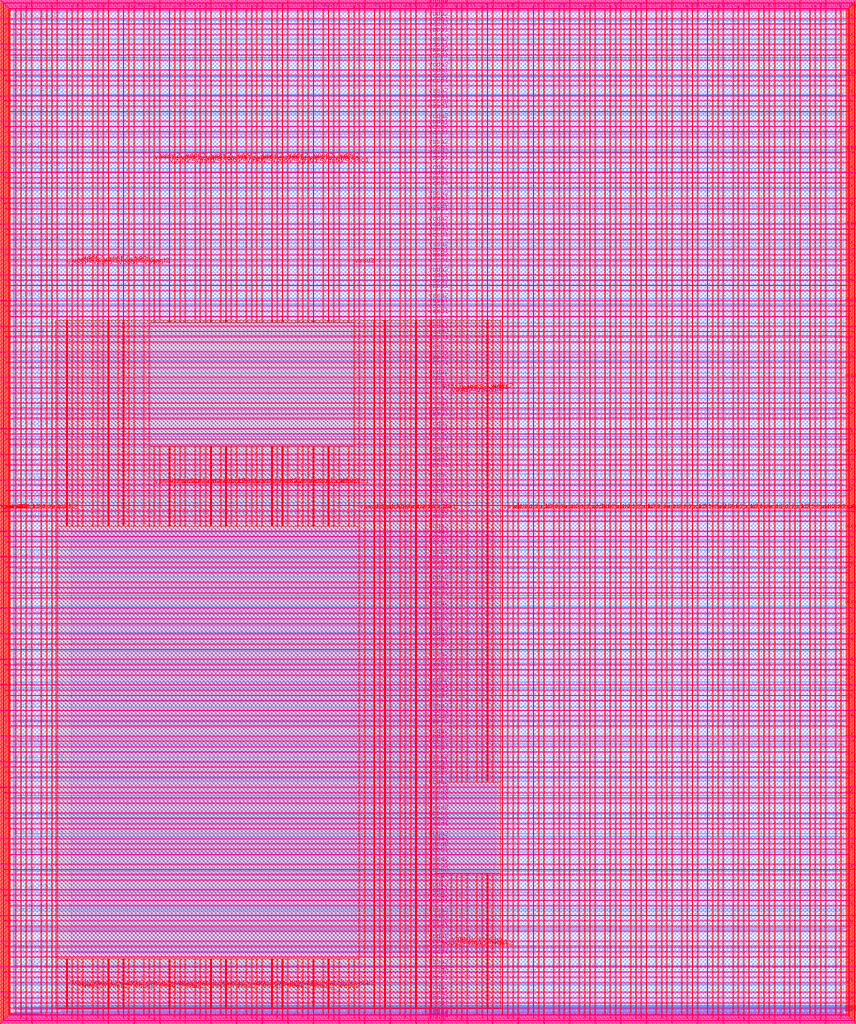
<source format=lef>
VERSION 5.7 ;
  NOWIREEXTENSIONATPIN ON ;
  DIVIDERCHAR "/" ;
  BUSBITCHARS "[]" ;
MACRO user_project_wrapper
  CLASS BLOCK ;
  FOREIGN user_project_wrapper ;
  ORIGIN 0.000 0.000 ;
  SIZE 2920.000 BY 3520.000 ;
  PIN analog_io[0]
    DIRECTION INOUT ;
    USE SIGNAL ;
    PORT
      LAYER met3 ;
        RECT 2917.600 1426.380 2924.800 1427.580 ;
    END
  END analog_io[0]
  PIN analog_io[10]
    DIRECTION INOUT ;
    USE SIGNAL ;
    PORT
      LAYER met2 ;
        RECT 2230.490 3517.600 2231.050 3524.800 ;
    END
  END analog_io[10]
  PIN analog_io[11]
    DIRECTION INOUT ;
    USE SIGNAL ;
    PORT
      LAYER met2 ;
        RECT 1905.730 3517.600 1906.290 3524.800 ;
    END
  END analog_io[11]
  PIN analog_io[12]
    DIRECTION INOUT ;
    USE SIGNAL ;
    PORT
      LAYER met2 ;
        RECT 1581.430 3517.600 1581.990 3524.800 ;
    END
  END analog_io[12]
  PIN analog_io[13]
    DIRECTION INOUT ;
    USE SIGNAL ;
    PORT
      LAYER met2 ;
        RECT 1257.130 3517.600 1257.690 3524.800 ;
    END
  END analog_io[13]
  PIN analog_io[14]
    DIRECTION INOUT ;
    USE SIGNAL ;
    PORT
      LAYER met2 ;
        RECT 932.370 3517.600 932.930 3524.800 ;
    END
  END analog_io[14]
  PIN analog_io[15]
    DIRECTION INOUT ;
    USE SIGNAL ;
    PORT
      LAYER met2 ;
        RECT 608.070 3517.600 608.630 3524.800 ;
    END
  END analog_io[15]
  PIN analog_io[16]
    DIRECTION INOUT ;
    USE SIGNAL ;
    PORT
      LAYER met2 ;
        RECT 283.770 3517.600 284.330 3524.800 ;
    END
  END analog_io[16]
  PIN analog_io[17]
    DIRECTION INOUT ;
    USE SIGNAL ;
    PORT
      LAYER met3 ;
        RECT -4.800 3486.100 2.400 3487.300 ;
    END
  END analog_io[17]
  PIN analog_io[18]
    DIRECTION INOUT ;
    USE SIGNAL ;
    PORT
      LAYER met3 ;
        RECT -4.800 3224.980 2.400 3226.180 ;
    END
  END analog_io[18]
  PIN analog_io[19]
    DIRECTION INOUT ;
    USE SIGNAL ;
    PORT
      LAYER met3 ;
        RECT -4.800 2964.540 2.400 2965.740 ;
    END
  END analog_io[19]
  PIN analog_io[1]
    DIRECTION INOUT ;
    USE SIGNAL ;
    PORT
      LAYER met3 ;
        RECT 2917.600 1692.260 2924.800 1693.460 ;
    END
  END analog_io[1]
  PIN analog_io[20]
    DIRECTION INOUT ;
    USE SIGNAL ;
    PORT
      LAYER met3 ;
        RECT -4.800 2703.420 2.400 2704.620 ;
    END
  END analog_io[20]
  PIN analog_io[21]
    DIRECTION INOUT ;
    USE SIGNAL ;
    PORT
      LAYER met3 ;
        RECT -4.800 2442.980 2.400 2444.180 ;
    END
  END analog_io[21]
  PIN analog_io[22]
    DIRECTION INOUT ;
    USE SIGNAL ;
    PORT
      LAYER met3 ;
        RECT -4.800 2182.540 2.400 2183.740 ;
    END
  END analog_io[22]
  PIN analog_io[23]
    DIRECTION INOUT ;
    USE SIGNAL ;
    PORT
      LAYER met3 ;
        RECT -4.800 1921.420 2.400 1922.620 ;
    END
  END analog_io[23]
  PIN analog_io[24]
    DIRECTION INOUT ;
    USE SIGNAL ;
    PORT
      LAYER met3 ;
        RECT -4.800 1660.980 2.400 1662.180 ;
    END
  END analog_io[24]
  PIN analog_io[25]
    DIRECTION INOUT ;
    USE SIGNAL ;
    PORT
      LAYER met3 ;
        RECT -4.800 1399.860 2.400 1401.060 ;
    END
  END analog_io[25]
  PIN analog_io[26]
    DIRECTION INOUT ;
    USE SIGNAL ;
    PORT
      LAYER met3 ;
        RECT -4.800 1139.420 2.400 1140.620 ;
    END
  END analog_io[26]
  PIN analog_io[27]
    DIRECTION INOUT ;
    USE SIGNAL ;
    PORT
      LAYER met3 ;
        RECT -4.800 878.980 2.400 880.180 ;
    END
  END analog_io[27]
  PIN analog_io[28]
    DIRECTION INOUT ;
    USE SIGNAL ;
    PORT
      LAYER met3 ;
        RECT -4.800 617.860 2.400 619.060 ;
    END
  END analog_io[28]
  PIN analog_io[2]
    DIRECTION INOUT ;
    USE SIGNAL ;
    PORT
      LAYER met3 ;
        RECT 2917.600 1958.140 2924.800 1959.340 ;
    END
  END analog_io[2]
  PIN analog_io[3]
    DIRECTION INOUT ;
    USE SIGNAL ;
    PORT
      LAYER met3 ;
        RECT 2917.600 2223.340 2924.800 2224.540 ;
    END
  END analog_io[3]
  PIN analog_io[4]
    DIRECTION INOUT ;
    USE SIGNAL ;
    PORT
      LAYER met3 ;
        RECT 2917.600 2489.220 2924.800 2490.420 ;
    END
  END analog_io[4]
  PIN analog_io[5]
    DIRECTION INOUT ;
    USE SIGNAL ;
    PORT
      LAYER met3 ;
        RECT 2917.600 2755.100 2924.800 2756.300 ;
    END
  END analog_io[5]
  PIN analog_io[6]
    DIRECTION INOUT ;
    USE SIGNAL ;
    PORT
      LAYER met3 ;
        RECT 2917.600 3020.300 2924.800 3021.500 ;
    END
  END analog_io[6]
  PIN analog_io[7]
    DIRECTION INOUT ;
    USE SIGNAL ;
    PORT
      LAYER met3 ;
        RECT 2917.600 3286.180 2924.800 3287.380 ;
    END
  END analog_io[7]
  PIN analog_io[8]
    DIRECTION INOUT ;
    USE SIGNAL ;
    PORT
      LAYER met2 ;
        RECT 2879.090 3517.600 2879.650 3524.800 ;
    END
  END analog_io[8]
  PIN analog_io[9]
    DIRECTION INOUT ;
    USE SIGNAL ;
    PORT
      LAYER met2 ;
        RECT 2554.790 3517.600 2555.350 3524.800 ;
    END
  END analog_io[9]
  PIN io_in[0]
    DIRECTION INPUT ;
    USE SIGNAL ;
    PORT
      LAYER met3 ;
        RECT 2917.600 32.380 2924.800 33.580 ;
    END
  END io_in[0]
  PIN io_in[10]
    DIRECTION INPUT ;
    USE SIGNAL ;
    PORT
      LAYER met3 ;
        RECT 2917.600 2289.980 2924.800 2291.180 ;
    END
  END io_in[10]
  PIN io_in[11]
    DIRECTION INPUT ;
    USE SIGNAL ;
    PORT
      LAYER met3 ;
        RECT 2917.600 2555.860 2924.800 2557.060 ;
    END
  END io_in[11]
  PIN io_in[12]
    DIRECTION INPUT ;
    USE SIGNAL ;
    PORT
      LAYER met3 ;
        RECT 2917.600 2821.060 2924.800 2822.260 ;
    END
  END io_in[12]
  PIN io_in[13]
    DIRECTION INPUT ;
    USE SIGNAL ;
    PORT
      LAYER met3 ;
        RECT 2917.600 3086.940 2924.800 3088.140 ;
    END
  END io_in[13]
  PIN io_in[14]
    DIRECTION INPUT ;
    USE SIGNAL ;
    PORT
      LAYER met3 ;
        RECT 2917.600 3352.820 2924.800 3354.020 ;
    END
  END io_in[14]
  PIN io_in[15]
    DIRECTION INPUT ;
    USE SIGNAL ;
    PORT
      LAYER met2 ;
        RECT 2798.130 3517.600 2798.690 3524.800 ;
    END
  END io_in[15]
  PIN io_in[16]
    DIRECTION INPUT ;
    USE SIGNAL ;
    PORT
      LAYER met2 ;
        RECT 2473.830 3517.600 2474.390 3524.800 ;
    END
  END io_in[16]
  PIN io_in[17]
    DIRECTION INPUT ;
    USE SIGNAL ;
    PORT
      LAYER met2 ;
        RECT 2149.070 3517.600 2149.630 3524.800 ;
    END
  END io_in[17]
  PIN io_in[18]
    DIRECTION INPUT ;
    USE SIGNAL ;
    PORT
      LAYER met2 ;
        RECT 1824.770 3517.600 1825.330 3524.800 ;
    END
  END io_in[18]
  PIN io_in[19]
    DIRECTION INPUT ;
    USE SIGNAL ;
    PORT
      LAYER met2 ;
        RECT 1500.470 3517.600 1501.030 3524.800 ;
    END
  END io_in[19]
  PIN io_in[1]
    DIRECTION INPUT ;
    USE SIGNAL ;
    PORT
      LAYER met3 ;
        RECT 2917.600 230.940 2924.800 232.140 ;
    END
  END io_in[1]
  PIN io_in[20]
    DIRECTION INPUT ;
    USE SIGNAL ;
    PORT
      LAYER met2 ;
        RECT 1175.710 3517.600 1176.270 3524.800 ;
    END
  END io_in[20]
  PIN io_in[21]
    DIRECTION INPUT ;
    USE SIGNAL ;
    PORT
      LAYER met2 ;
        RECT 851.410 3517.600 851.970 3524.800 ;
    END
  END io_in[21]
  PIN io_in[22]
    DIRECTION INPUT ;
    USE SIGNAL ;
    PORT
      LAYER met2 ;
        RECT 527.110 3517.600 527.670 3524.800 ;
    END
  END io_in[22]
  PIN io_in[23]
    DIRECTION INPUT ;
    USE SIGNAL ;
    PORT
      LAYER met2 ;
        RECT 202.350 3517.600 202.910 3524.800 ;
    END
  END io_in[23]
  PIN io_in[24]
    DIRECTION INPUT ;
    USE SIGNAL ;
    PORT
      LAYER met3 ;
        RECT -4.800 3420.820 2.400 3422.020 ;
    END
  END io_in[24]
  PIN io_in[25]
    DIRECTION INPUT ;
    USE SIGNAL ;
    PORT
      LAYER met3 ;
        RECT -4.800 3159.700 2.400 3160.900 ;
    END
  END io_in[25]
  PIN io_in[26]
    DIRECTION INPUT ;
    USE SIGNAL ;
    PORT
      LAYER met3 ;
        RECT -4.800 2899.260 2.400 2900.460 ;
    END
  END io_in[26]
  PIN io_in[27]
    DIRECTION INPUT ;
    USE SIGNAL ;
    PORT
      LAYER met3 ;
        RECT -4.800 2638.820 2.400 2640.020 ;
    END
  END io_in[27]
  PIN io_in[28]
    DIRECTION INPUT ;
    USE SIGNAL ;
    PORT
      LAYER met3 ;
        RECT -4.800 2377.700 2.400 2378.900 ;
    END
  END io_in[28]
  PIN io_in[29]
    DIRECTION INPUT ;
    USE SIGNAL ;
    PORT
      LAYER met3 ;
        RECT -4.800 2117.260 2.400 2118.460 ;
    END
  END io_in[29]
  PIN io_in[2]
    DIRECTION INPUT ;
    USE SIGNAL ;
    PORT
      LAYER met3 ;
        RECT 2917.600 430.180 2924.800 431.380 ;
    END
  END io_in[2]
  PIN io_in[30]
    DIRECTION INPUT ;
    USE SIGNAL ;
    PORT
      LAYER met3 ;
        RECT -4.800 1856.140 2.400 1857.340 ;
    END
  END io_in[30]
  PIN io_in[31]
    DIRECTION INPUT ;
    USE SIGNAL ;
    PORT
      LAYER met3 ;
        RECT -4.800 1595.700 2.400 1596.900 ;
    END
  END io_in[31]
  PIN io_in[32]
    DIRECTION INPUT ;
    USE SIGNAL ;
    PORT
      LAYER met3 ;
        RECT -4.800 1335.260 2.400 1336.460 ;
    END
  END io_in[32]
  PIN io_in[33]
    DIRECTION INPUT ;
    USE SIGNAL ;
    PORT
      LAYER met3 ;
        RECT -4.800 1074.140 2.400 1075.340 ;
    END
  END io_in[33]
  PIN io_in[34]
    DIRECTION INPUT ;
    USE SIGNAL ;
    PORT
      LAYER met3 ;
        RECT -4.800 813.700 2.400 814.900 ;
    END
  END io_in[34]
  PIN io_in[35]
    DIRECTION INPUT ;
    USE SIGNAL ;
    PORT
      LAYER met3 ;
        RECT -4.800 552.580 2.400 553.780 ;
    END
  END io_in[35]
  PIN io_in[36]
    DIRECTION INPUT ;
    USE SIGNAL ;
    PORT
      LAYER met3 ;
        RECT -4.800 357.420 2.400 358.620 ;
    END
  END io_in[36]
  PIN io_in[37]
    DIRECTION INPUT ;
    USE SIGNAL ;
    PORT
      LAYER met3 ;
        RECT -4.800 161.580 2.400 162.780 ;
    END
  END io_in[37]
  PIN io_in[3]
    DIRECTION INPUT ;
    USE SIGNAL ;
    PORT
      LAYER met3 ;
        RECT 2917.600 629.420 2924.800 630.620 ;
    END
  END io_in[3]
  PIN io_in[4]
    DIRECTION INPUT ;
    USE SIGNAL ;
    PORT
      LAYER met3 ;
        RECT 2917.600 828.660 2924.800 829.860 ;
    END
  END io_in[4]
  PIN io_in[5]
    DIRECTION INPUT ;
    USE SIGNAL ;
    PORT
      LAYER met3 ;
        RECT 2917.600 1027.900 2924.800 1029.100 ;
    END
  END io_in[5]
  PIN io_in[6]
    DIRECTION INPUT ;
    USE SIGNAL ;
    PORT
      LAYER met3 ;
        RECT 2917.600 1227.140 2924.800 1228.340 ;
    END
  END io_in[6]
  PIN io_in[7]
    DIRECTION INPUT ;
    USE SIGNAL ;
    PORT
      LAYER met3 ;
        RECT 2917.600 1493.020 2924.800 1494.220 ;
    END
  END io_in[7]
  PIN io_in[8]
    DIRECTION INPUT ;
    USE SIGNAL ;
    PORT
      LAYER met3 ;
        RECT 2917.600 1758.900 2924.800 1760.100 ;
    END
  END io_in[8]
  PIN io_in[9]
    DIRECTION INPUT ;
    USE SIGNAL ;
    PORT
      LAYER met3 ;
        RECT 2917.600 2024.100 2924.800 2025.300 ;
    END
  END io_in[9]
  PIN io_oeb[0]
    DIRECTION OUTPUT TRISTATE ;
    USE SIGNAL ;
    PORT
      LAYER met3 ;
        RECT 2917.600 164.980 2924.800 166.180 ;
    END
  END io_oeb[0]
  PIN io_oeb[10]
    DIRECTION OUTPUT TRISTATE ;
    USE SIGNAL ;
    PORT
      LAYER met3 ;
        RECT 2917.600 2422.580 2924.800 2423.780 ;
    END
  END io_oeb[10]
  PIN io_oeb[11]
    DIRECTION OUTPUT TRISTATE ;
    USE SIGNAL ;
    PORT
      LAYER met3 ;
        RECT 2917.600 2688.460 2924.800 2689.660 ;
    END
  END io_oeb[11]
  PIN io_oeb[12]
    DIRECTION OUTPUT TRISTATE ;
    USE SIGNAL ;
    PORT
      LAYER met3 ;
        RECT 2917.600 2954.340 2924.800 2955.540 ;
    END
  END io_oeb[12]
  PIN io_oeb[13]
    DIRECTION OUTPUT TRISTATE ;
    USE SIGNAL ;
    PORT
      LAYER met3 ;
        RECT 2917.600 3219.540 2924.800 3220.740 ;
    END
  END io_oeb[13]
  PIN io_oeb[14]
    DIRECTION OUTPUT TRISTATE ;
    USE SIGNAL ;
    PORT
      LAYER met3 ;
        RECT 2917.600 3485.420 2924.800 3486.620 ;
    END
  END io_oeb[14]
  PIN io_oeb[15]
    DIRECTION OUTPUT TRISTATE ;
    USE SIGNAL ;
    PORT
      LAYER met2 ;
        RECT 2635.750 3517.600 2636.310 3524.800 ;
    END
  END io_oeb[15]
  PIN io_oeb[16]
    DIRECTION OUTPUT TRISTATE ;
    USE SIGNAL ;
    PORT
      LAYER met2 ;
        RECT 2311.450 3517.600 2312.010 3524.800 ;
    END
  END io_oeb[16]
  PIN io_oeb[17]
    DIRECTION OUTPUT TRISTATE ;
    USE SIGNAL ;
    PORT
      LAYER met2 ;
        RECT 1987.150 3517.600 1987.710 3524.800 ;
    END
  END io_oeb[17]
  PIN io_oeb[18]
    DIRECTION OUTPUT TRISTATE ;
    USE SIGNAL ;
    PORT
      LAYER met2 ;
        RECT 1662.390 3517.600 1662.950 3524.800 ;
    END
  END io_oeb[18]
  PIN io_oeb[19]
    DIRECTION OUTPUT TRISTATE ;
    USE SIGNAL ;
    PORT
      LAYER met2 ;
        RECT 1338.090 3517.600 1338.650 3524.800 ;
    END
  END io_oeb[19]
  PIN io_oeb[1]
    DIRECTION OUTPUT TRISTATE ;
    USE SIGNAL ;
    PORT
      LAYER met3 ;
        RECT 2917.600 364.220 2924.800 365.420 ;
    END
  END io_oeb[1]
  PIN io_oeb[20]
    DIRECTION OUTPUT TRISTATE ;
    USE SIGNAL ;
    PORT
      LAYER met2 ;
        RECT 1013.790 3517.600 1014.350 3524.800 ;
    END
  END io_oeb[20]
  PIN io_oeb[21]
    DIRECTION OUTPUT TRISTATE ;
    USE SIGNAL ;
    PORT
      LAYER met2 ;
        RECT 689.030 3517.600 689.590 3524.800 ;
    END
  END io_oeb[21]
  PIN io_oeb[22]
    DIRECTION OUTPUT TRISTATE ;
    USE SIGNAL ;
    PORT
      LAYER met2 ;
        RECT 364.730 3517.600 365.290 3524.800 ;
    END
  END io_oeb[22]
  PIN io_oeb[23]
    DIRECTION OUTPUT TRISTATE ;
    USE SIGNAL ;
    PORT
      LAYER met2 ;
        RECT 40.430 3517.600 40.990 3524.800 ;
    END
  END io_oeb[23]
  PIN io_oeb[24]
    DIRECTION OUTPUT TRISTATE ;
    USE SIGNAL ;
    PORT
      LAYER met3 ;
        RECT -4.800 3290.260 2.400 3291.460 ;
    END
  END io_oeb[24]
  PIN io_oeb[25]
    DIRECTION OUTPUT TRISTATE ;
    USE SIGNAL ;
    PORT
      LAYER met3 ;
        RECT -4.800 3029.820 2.400 3031.020 ;
    END
  END io_oeb[25]
  PIN io_oeb[26]
    DIRECTION OUTPUT TRISTATE ;
    USE SIGNAL ;
    PORT
      LAYER met3 ;
        RECT -4.800 2768.700 2.400 2769.900 ;
    END
  END io_oeb[26]
  PIN io_oeb[27]
    DIRECTION OUTPUT TRISTATE ;
    USE SIGNAL ;
    PORT
      LAYER met3 ;
        RECT -4.800 2508.260 2.400 2509.460 ;
    END
  END io_oeb[27]
  PIN io_oeb[28]
    DIRECTION OUTPUT TRISTATE ;
    USE SIGNAL ;
    PORT
      LAYER met3 ;
        RECT -4.800 2247.140 2.400 2248.340 ;
    END
  END io_oeb[28]
  PIN io_oeb[29]
    DIRECTION OUTPUT TRISTATE ;
    USE SIGNAL ;
    PORT
      LAYER met3 ;
        RECT -4.800 1986.700 2.400 1987.900 ;
    END
  END io_oeb[29]
  PIN io_oeb[2]
    DIRECTION OUTPUT TRISTATE ;
    USE SIGNAL ;
    PORT
      LAYER met3 ;
        RECT 2917.600 563.460 2924.800 564.660 ;
    END
  END io_oeb[2]
  PIN io_oeb[30]
    DIRECTION OUTPUT TRISTATE ;
    USE SIGNAL ;
    PORT
      LAYER met3 ;
        RECT -4.800 1726.260 2.400 1727.460 ;
    END
  END io_oeb[30]
  PIN io_oeb[31]
    DIRECTION OUTPUT TRISTATE ;
    USE SIGNAL ;
    PORT
      LAYER met3 ;
        RECT -4.800 1465.140 2.400 1466.340 ;
    END
  END io_oeb[31]
  PIN io_oeb[32]
    DIRECTION OUTPUT TRISTATE ;
    USE SIGNAL ;
    PORT
      LAYER met3 ;
        RECT -4.800 1204.700 2.400 1205.900 ;
    END
  END io_oeb[32]
  PIN io_oeb[33]
    DIRECTION OUTPUT TRISTATE ;
    USE SIGNAL ;
    PORT
      LAYER met3 ;
        RECT -4.800 943.580 2.400 944.780 ;
    END
  END io_oeb[33]
  PIN io_oeb[34]
    DIRECTION OUTPUT TRISTATE ;
    USE SIGNAL ;
    PORT
      LAYER met3 ;
        RECT -4.800 683.140 2.400 684.340 ;
    END
  END io_oeb[34]
  PIN io_oeb[35]
    DIRECTION OUTPUT TRISTATE ;
    USE SIGNAL ;
    PORT
      LAYER met3 ;
        RECT -4.800 422.700 2.400 423.900 ;
    END
  END io_oeb[35]
  PIN io_oeb[36]
    DIRECTION OUTPUT TRISTATE ;
    USE SIGNAL ;
    PORT
      LAYER met3 ;
        RECT -4.800 226.860 2.400 228.060 ;
    END
  END io_oeb[36]
  PIN io_oeb[37]
    DIRECTION OUTPUT TRISTATE ;
    USE SIGNAL ;
    PORT
      LAYER met3 ;
        RECT -4.800 31.700 2.400 32.900 ;
    END
  END io_oeb[37]
  PIN io_oeb[3]
    DIRECTION OUTPUT TRISTATE ;
    USE SIGNAL ;
    PORT
      LAYER met3 ;
        RECT 2917.600 762.700 2924.800 763.900 ;
    END
  END io_oeb[3]
  PIN io_oeb[4]
    DIRECTION OUTPUT TRISTATE ;
    USE SIGNAL ;
    PORT
      LAYER met3 ;
        RECT 2917.600 961.940 2924.800 963.140 ;
    END
  END io_oeb[4]
  PIN io_oeb[5]
    DIRECTION OUTPUT TRISTATE ;
    USE SIGNAL ;
    PORT
      LAYER met3 ;
        RECT 2917.600 1161.180 2924.800 1162.380 ;
    END
  END io_oeb[5]
  PIN io_oeb[6]
    DIRECTION OUTPUT TRISTATE ;
    USE SIGNAL ;
    PORT
      LAYER met3 ;
        RECT 2917.600 1360.420 2924.800 1361.620 ;
    END
  END io_oeb[6]
  PIN io_oeb[7]
    DIRECTION OUTPUT TRISTATE ;
    USE SIGNAL ;
    PORT
      LAYER met3 ;
        RECT 2917.600 1625.620 2924.800 1626.820 ;
    END
  END io_oeb[7]
  PIN io_oeb[8]
    DIRECTION OUTPUT TRISTATE ;
    USE SIGNAL ;
    PORT
      LAYER met3 ;
        RECT 2917.600 1891.500 2924.800 1892.700 ;
    END
  END io_oeb[8]
  PIN io_oeb[9]
    DIRECTION OUTPUT TRISTATE ;
    USE SIGNAL ;
    PORT
      LAYER met3 ;
        RECT 2917.600 2157.380 2924.800 2158.580 ;
    END
  END io_oeb[9]
  PIN io_out[0]
    DIRECTION OUTPUT TRISTATE ;
    USE SIGNAL ;
    PORT
      LAYER met3 ;
        RECT 2917.600 98.340 2924.800 99.540 ;
    END
  END io_out[0]
  PIN io_out[10]
    DIRECTION OUTPUT TRISTATE ;
    USE SIGNAL ;
    PORT
      LAYER met3 ;
        RECT 2917.600 2356.620 2924.800 2357.820 ;
    END
  END io_out[10]
  PIN io_out[11]
    DIRECTION OUTPUT TRISTATE ;
    USE SIGNAL ;
    PORT
      LAYER met3 ;
        RECT 2917.600 2621.820 2924.800 2623.020 ;
    END
  END io_out[11]
  PIN io_out[12]
    DIRECTION OUTPUT TRISTATE ;
    USE SIGNAL ;
    PORT
      LAYER met3 ;
        RECT 2917.600 2887.700 2924.800 2888.900 ;
    END
  END io_out[12]
  PIN io_out[13]
    DIRECTION OUTPUT TRISTATE ;
    USE SIGNAL ;
    PORT
      LAYER met3 ;
        RECT 2917.600 3153.580 2924.800 3154.780 ;
    END
  END io_out[13]
  PIN io_out[14]
    DIRECTION OUTPUT TRISTATE ;
    USE SIGNAL ;
    PORT
      LAYER met3 ;
        RECT 2917.600 3418.780 2924.800 3419.980 ;
    END
  END io_out[14]
  PIN io_out[15]
    DIRECTION OUTPUT TRISTATE ;
    USE SIGNAL ;
    PORT
      LAYER met2 ;
        RECT 2717.170 3517.600 2717.730 3524.800 ;
    END
  END io_out[15]
  PIN io_out[16]
    DIRECTION OUTPUT TRISTATE ;
    USE SIGNAL ;
    PORT
      LAYER met2 ;
        RECT 2392.410 3517.600 2392.970 3524.800 ;
    END
  END io_out[16]
  PIN io_out[17]
    DIRECTION OUTPUT TRISTATE ;
    USE SIGNAL ;
    PORT
      LAYER met2 ;
        RECT 2068.110 3517.600 2068.670 3524.800 ;
    END
  END io_out[17]
  PIN io_out[18]
    DIRECTION OUTPUT TRISTATE ;
    USE SIGNAL ;
    PORT
      LAYER met2 ;
        RECT 1743.810 3517.600 1744.370 3524.800 ;
    END
  END io_out[18]
  PIN io_out[19]
    DIRECTION OUTPUT TRISTATE ;
    USE SIGNAL ;
    PORT
      LAYER met2 ;
        RECT 1419.050 3517.600 1419.610 3524.800 ;
    END
  END io_out[19]
  PIN io_out[1]
    DIRECTION OUTPUT TRISTATE ;
    USE SIGNAL ;
    PORT
      LAYER met3 ;
        RECT 2917.600 297.580 2924.800 298.780 ;
    END
  END io_out[1]
  PIN io_out[20]
    DIRECTION OUTPUT TRISTATE ;
    USE SIGNAL ;
    PORT
      LAYER met2 ;
        RECT 1094.750 3517.600 1095.310 3524.800 ;
    END
  END io_out[20]
  PIN io_out[21]
    DIRECTION OUTPUT TRISTATE ;
    USE SIGNAL ;
    PORT
      LAYER met2 ;
        RECT 770.450 3517.600 771.010 3524.800 ;
    END
  END io_out[21]
  PIN io_out[22]
    DIRECTION OUTPUT TRISTATE ;
    USE SIGNAL ;
    PORT
      LAYER met2 ;
        RECT 445.690 3517.600 446.250 3524.800 ;
    END
  END io_out[22]
  PIN io_out[23]
    DIRECTION OUTPUT TRISTATE ;
    USE SIGNAL ;
    PORT
      LAYER met2 ;
        RECT 121.390 3517.600 121.950 3524.800 ;
    END
  END io_out[23]
  PIN io_out[24]
    DIRECTION OUTPUT TRISTATE ;
    USE SIGNAL ;
    PORT
      LAYER met3 ;
        RECT -4.800 3355.540 2.400 3356.740 ;
    END
  END io_out[24]
  PIN io_out[25]
    DIRECTION OUTPUT TRISTATE ;
    USE SIGNAL ;
    PORT
      LAYER met3 ;
        RECT -4.800 3095.100 2.400 3096.300 ;
    END
  END io_out[25]
  PIN io_out[26]
    DIRECTION OUTPUT TRISTATE ;
    USE SIGNAL ;
    PORT
      LAYER met3 ;
        RECT -4.800 2833.980 2.400 2835.180 ;
    END
  END io_out[26]
  PIN io_out[27]
    DIRECTION OUTPUT TRISTATE ;
    USE SIGNAL ;
    PORT
      LAYER met3 ;
        RECT -4.800 2573.540 2.400 2574.740 ;
    END
  END io_out[27]
  PIN io_out[28]
    DIRECTION OUTPUT TRISTATE ;
    USE SIGNAL ;
    PORT
      LAYER met3 ;
        RECT -4.800 2312.420 2.400 2313.620 ;
    END
  END io_out[28]
  PIN io_out[29]
    DIRECTION OUTPUT TRISTATE ;
    USE SIGNAL ;
    PORT
      LAYER met3 ;
        RECT -4.800 2051.980 2.400 2053.180 ;
    END
  END io_out[29]
  PIN io_out[2]
    DIRECTION OUTPUT TRISTATE ;
    USE SIGNAL ;
    PORT
      LAYER met3 ;
        RECT 2917.600 496.820 2924.800 498.020 ;
    END
  END io_out[2]
  PIN io_out[30]
    DIRECTION OUTPUT TRISTATE ;
    USE SIGNAL ;
    PORT
      LAYER met3 ;
        RECT -4.800 1791.540 2.400 1792.740 ;
    END
  END io_out[30]
  PIN io_out[31]
    DIRECTION OUTPUT TRISTATE ;
    USE SIGNAL ;
    PORT
      LAYER met3 ;
        RECT -4.800 1530.420 2.400 1531.620 ;
    END
  END io_out[31]
  PIN io_out[32]
    DIRECTION OUTPUT TRISTATE ;
    USE SIGNAL ;
    PORT
      LAYER met3 ;
        RECT -4.800 1269.980 2.400 1271.180 ;
    END
  END io_out[32]
  PIN io_out[33]
    DIRECTION OUTPUT TRISTATE ;
    USE SIGNAL ;
    PORT
      LAYER met3 ;
        RECT -4.800 1008.860 2.400 1010.060 ;
    END
  END io_out[33]
  PIN io_out[34]
    DIRECTION OUTPUT TRISTATE ;
    USE SIGNAL ;
    PORT
      LAYER met3 ;
        RECT -4.800 748.420 2.400 749.620 ;
    END
  END io_out[34]
  PIN io_out[35]
    DIRECTION OUTPUT TRISTATE ;
    USE SIGNAL ;
    PORT
      LAYER met3 ;
        RECT -4.800 487.300 2.400 488.500 ;
    END
  END io_out[35]
  PIN io_out[36]
    DIRECTION OUTPUT TRISTATE ;
    USE SIGNAL ;
    PORT
      LAYER met3 ;
        RECT -4.800 292.140 2.400 293.340 ;
    END
  END io_out[36]
  PIN io_out[37]
    DIRECTION OUTPUT TRISTATE ;
    USE SIGNAL ;
    PORT
      LAYER met3 ;
        RECT -4.800 96.300 2.400 97.500 ;
    END
  END io_out[37]
  PIN io_out[3]
    DIRECTION OUTPUT TRISTATE ;
    USE SIGNAL ;
    PORT
      LAYER met3 ;
        RECT 2917.600 696.060 2924.800 697.260 ;
    END
  END io_out[3]
  PIN io_out[4]
    DIRECTION OUTPUT TRISTATE ;
    USE SIGNAL ;
    PORT
      LAYER met3 ;
        RECT 2917.600 895.300 2924.800 896.500 ;
    END
  END io_out[4]
  PIN io_out[5]
    DIRECTION OUTPUT TRISTATE ;
    USE SIGNAL ;
    PORT
      LAYER met3 ;
        RECT 2917.600 1094.540 2924.800 1095.740 ;
    END
  END io_out[5]
  PIN io_out[6]
    DIRECTION OUTPUT TRISTATE ;
    USE SIGNAL ;
    PORT
      LAYER met3 ;
        RECT 2917.600 1293.780 2924.800 1294.980 ;
    END
  END io_out[6]
  PIN io_out[7]
    DIRECTION OUTPUT TRISTATE ;
    USE SIGNAL ;
    PORT
      LAYER met3 ;
        RECT 2917.600 1559.660 2924.800 1560.860 ;
    END
  END io_out[7]
  PIN io_out[8]
    DIRECTION OUTPUT TRISTATE ;
    USE SIGNAL ;
    PORT
      LAYER met3 ;
        RECT 2917.600 1824.860 2924.800 1826.060 ;
    END
  END io_out[8]
  PIN io_out[9]
    DIRECTION OUTPUT TRISTATE ;
    USE SIGNAL ;
    PORT
      LAYER met3 ;
        RECT 2917.600 2090.740 2924.800 2091.940 ;
    END
  END io_out[9]
  PIN la_data_in[0]
    DIRECTION INPUT ;
    USE SIGNAL ;
    PORT
      LAYER met2 ;
        RECT 629.230 -4.800 629.790 2.400 ;
    END
  END la_data_in[0]
  PIN la_data_in[100]
    DIRECTION INPUT ;
    USE SIGNAL ;
    PORT
      LAYER met2 ;
        RECT 2402.530 -4.800 2403.090 2.400 ;
    END
  END la_data_in[100]
  PIN la_data_in[101]
    DIRECTION INPUT ;
    USE SIGNAL ;
    PORT
      LAYER met2 ;
        RECT 2420.010 -4.800 2420.570 2.400 ;
    END
  END la_data_in[101]
  PIN la_data_in[102]
    DIRECTION INPUT ;
    USE SIGNAL ;
    PORT
      LAYER met2 ;
        RECT 2437.950 -4.800 2438.510 2.400 ;
    END
  END la_data_in[102]
  PIN la_data_in[103]
    DIRECTION INPUT ;
    USE SIGNAL ;
    PORT
      LAYER met2 ;
        RECT 2455.430 -4.800 2455.990 2.400 ;
    END
  END la_data_in[103]
  PIN la_data_in[104]
    DIRECTION INPUT ;
    USE SIGNAL ;
    PORT
      LAYER met2 ;
        RECT 2473.370 -4.800 2473.930 2.400 ;
    END
  END la_data_in[104]
  PIN la_data_in[105]
    DIRECTION INPUT ;
    USE SIGNAL ;
    PORT
      LAYER met2 ;
        RECT 2490.850 -4.800 2491.410 2.400 ;
    END
  END la_data_in[105]
  PIN la_data_in[106]
    DIRECTION INPUT ;
    USE SIGNAL ;
    PORT
      LAYER met2 ;
        RECT 2508.790 -4.800 2509.350 2.400 ;
    END
  END la_data_in[106]
  PIN la_data_in[107]
    DIRECTION INPUT ;
    USE SIGNAL ;
    PORT
      LAYER met2 ;
        RECT 2526.730 -4.800 2527.290 2.400 ;
    END
  END la_data_in[107]
  PIN la_data_in[108]
    DIRECTION INPUT ;
    USE SIGNAL ;
    PORT
      LAYER met2 ;
        RECT 2544.210 -4.800 2544.770 2.400 ;
    END
  END la_data_in[108]
  PIN la_data_in[109]
    DIRECTION INPUT ;
    USE SIGNAL ;
    PORT
      LAYER met2 ;
        RECT 2562.150 -4.800 2562.710 2.400 ;
    END
  END la_data_in[109]
  PIN la_data_in[10]
    DIRECTION INPUT ;
    USE SIGNAL ;
    PORT
      LAYER met2 ;
        RECT 806.330 -4.800 806.890 2.400 ;
    END
  END la_data_in[10]
  PIN la_data_in[110]
    DIRECTION INPUT ;
    USE SIGNAL ;
    PORT
      LAYER met2 ;
        RECT 2579.630 -4.800 2580.190 2.400 ;
    END
  END la_data_in[110]
  PIN la_data_in[111]
    DIRECTION INPUT ;
    USE SIGNAL ;
    PORT
      LAYER met2 ;
        RECT 2597.570 -4.800 2598.130 2.400 ;
    END
  END la_data_in[111]
  PIN la_data_in[112]
    DIRECTION INPUT ;
    USE SIGNAL ;
    PORT
      LAYER met2 ;
        RECT 2615.050 -4.800 2615.610 2.400 ;
    END
  END la_data_in[112]
  PIN la_data_in[113]
    DIRECTION INPUT ;
    USE SIGNAL ;
    PORT
      LAYER met2 ;
        RECT 2632.990 -4.800 2633.550 2.400 ;
    END
  END la_data_in[113]
  PIN la_data_in[114]
    DIRECTION INPUT ;
    USE SIGNAL ;
    PORT
      LAYER met2 ;
        RECT 2650.470 -4.800 2651.030 2.400 ;
    END
  END la_data_in[114]
  PIN la_data_in[115]
    DIRECTION INPUT ;
    USE SIGNAL ;
    PORT
      LAYER met2 ;
        RECT 2668.410 -4.800 2668.970 2.400 ;
    END
  END la_data_in[115]
  PIN la_data_in[116]
    DIRECTION INPUT ;
    USE SIGNAL ;
    PORT
      LAYER met2 ;
        RECT 2685.890 -4.800 2686.450 2.400 ;
    END
  END la_data_in[116]
  PIN la_data_in[117]
    DIRECTION INPUT ;
    USE SIGNAL ;
    PORT
      LAYER met2 ;
        RECT 2703.830 -4.800 2704.390 2.400 ;
    END
  END la_data_in[117]
  PIN la_data_in[118]
    DIRECTION INPUT ;
    USE SIGNAL ;
    PORT
      LAYER met2 ;
        RECT 2721.770 -4.800 2722.330 2.400 ;
    END
  END la_data_in[118]
  PIN la_data_in[119]
    DIRECTION INPUT ;
    USE SIGNAL ;
    PORT
      LAYER met2 ;
        RECT 2739.250 -4.800 2739.810 2.400 ;
    END
  END la_data_in[119]
  PIN la_data_in[11]
    DIRECTION INPUT ;
    USE SIGNAL ;
    PORT
      LAYER met2 ;
        RECT 824.270 -4.800 824.830 2.400 ;
    END
  END la_data_in[11]
  PIN la_data_in[120]
    DIRECTION INPUT ;
    USE SIGNAL ;
    PORT
      LAYER met2 ;
        RECT 2757.190 -4.800 2757.750 2.400 ;
    END
  END la_data_in[120]
  PIN la_data_in[121]
    DIRECTION INPUT ;
    USE SIGNAL ;
    PORT
      LAYER met2 ;
        RECT 2774.670 -4.800 2775.230 2.400 ;
    END
  END la_data_in[121]
  PIN la_data_in[122]
    DIRECTION INPUT ;
    USE SIGNAL ;
    PORT
      LAYER met2 ;
        RECT 2792.610 -4.800 2793.170 2.400 ;
    END
  END la_data_in[122]
  PIN la_data_in[123]
    DIRECTION INPUT ;
    USE SIGNAL ;
    PORT
      LAYER met2 ;
        RECT 2810.090 -4.800 2810.650 2.400 ;
    END
  END la_data_in[123]
  PIN la_data_in[124]
    DIRECTION INPUT ;
    USE SIGNAL ;
    PORT
      LAYER met2 ;
        RECT 2828.030 -4.800 2828.590 2.400 ;
    END
  END la_data_in[124]
  PIN la_data_in[125]
    DIRECTION INPUT ;
    USE SIGNAL ;
    PORT
      LAYER met2 ;
        RECT 2845.510 -4.800 2846.070 2.400 ;
    END
  END la_data_in[125]
  PIN la_data_in[126]
    DIRECTION INPUT ;
    USE SIGNAL ;
    PORT
      LAYER met2 ;
        RECT 2863.450 -4.800 2864.010 2.400 ;
    END
  END la_data_in[126]
  PIN la_data_in[127]
    DIRECTION INPUT ;
    USE SIGNAL ;
    PORT
      LAYER met2 ;
        RECT 2881.390 -4.800 2881.950 2.400 ;
    END
  END la_data_in[127]
  PIN la_data_in[12]
    DIRECTION INPUT ;
    USE SIGNAL ;
    PORT
      LAYER met2 ;
        RECT 841.750 -4.800 842.310 2.400 ;
    END
  END la_data_in[12]
  PIN la_data_in[13]
    DIRECTION INPUT ;
    USE SIGNAL ;
    PORT
      LAYER met2 ;
        RECT 859.690 -4.800 860.250 2.400 ;
    END
  END la_data_in[13]
  PIN la_data_in[14]
    DIRECTION INPUT ;
    USE SIGNAL ;
    PORT
      LAYER met2 ;
        RECT 877.170 -4.800 877.730 2.400 ;
    END
  END la_data_in[14]
  PIN la_data_in[15]
    DIRECTION INPUT ;
    USE SIGNAL ;
    PORT
      LAYER met2 ;
        RECT 895.110 -4.800 895.670 2.400 ;
    END
  END la_data_in[15]
  PIN la_data_in[16]
    DIRECTION INPUT ;
    USE SIGNAL ;
    PORT
      LAYER met2 ;
        RECT 912.590 -4.800 913.150 2.400 ;
    END
  END la_data_in[16]
  PIN la_data_in[17]
    DIRECTION INPUT ;
    USE SIGNAL ;
    PORT
      LAYER met2 ;
        RECT 930.530 -4.800 931.090 2.400 ;
    END
  END la_data_in[17]
  PIN la_data_in[18]
    DIRECTION INPUT ;
    USE SIGNAL ;
    PORT
      LAYER met2 ;
        RECT 948.470 -4.800 949.030 2.400 ;
    END
  END la_data_in[18]
  PIN la_data_in[19]
    DIRECTION INPUT ;
    USE SIGNAL ;
    PORT
      LAYER met2 ;
        RECT 965.950 -4.800 966.510 2.400 ;
    END
  END la_data_in[19]
  PIN la_data_in[1]
    DIRECTION INPUT ;
    USE SIGNAL ;
    PORT
      LAYER met2 ;
        RECT 646.710 -4.800 647.270 2.400 ;
    END
  END la_data_in[1]
  PIN la_data_in[20]
    DIRECTION INPUT ;
    USE SIGNAL ;
    PORT
      LAYER met2 ;
        RECT 983.890 -4.800 984.450 2.400 ;
    END
  END la_data_in[20]
  PIN la_data_in[21]
    DIRECTION INPUT ;
    USE SIGNAL ;
    PORT
      LAYER met2 ;
        RECT 1001.370 -4.800 1001.930 2.400 ;
    END
  END la_data_in[21]
  PIN la_data_in[22]
    DIRECTION INPUT ;
    USE SIGNAL ;
    PORT
      LAYER met2 ;
        RECT 1019.310 -4.800 1019.870 2.400 ;
    END
  END la_data_in[22]
  PIN la_data_in[23]
    DIRECTION INPUT ;
    USE SIGNAL ;
    PORT
      LAYER met2 ;
        RECT 1036.790 -4.800 1037.350 2.400 ;
    END
  END la_data_in[23]
  PIN la_data_in[24]
    DIRECTION INPUT ;
    USE SIGNAL ;
    PORT
      LAYER met2 ;
        RECT 1054.730 -4.800 1055.290 2.400 ;
    END
  END la_data_in[24]
  PIN la_data_in[25]
    DIRECTION INPUT ;
    USE SIGNAL ;
    PORT
      LAYER met2 ;
        RECT 1072.210 -4.800 1072.770 2.400 ;
    END
  END la_data_in[25]
  PIN la_data_in[26]
    DIRECTION INPUT ;
    USE SIGNAL ;
    PORT
      LAYER met2 ;
        RECT 1090.150 -4.800 1090.710 2.400 ;
    END
  END la_data_in[26]
  PIN la_data_in[27]
    DIRECTION INPUT ;
    USE SIGNAL ;
    PORT
      LAYER met2 ;
        RECT 1107.630 -4.800 1108.190 2.400 ;
    END
  END la_data_in[27]
  PIN la_data_in[28]
    DIRECTION INPUT ;
    USE SIGNAL ;
    PORT
      LAYER met2 ;
        RECT 1125.570 -4.800 1126.130 2.400 ;
    END
  END la_data_in[28]
  PIN la_data_in[29]
    DIRECTION INPUT ;
    USE SIGNAL ;
    PORT
      LAYER met2 ;
        RECT 1143.510 -4.800 1144.070 2.400 ;
    END
  END la_data_in[29]
  PIN la_data_in[2]
    DIRECTION INPUT ;
    USE SIGNAL ;
    PORT
      LAYER met2 ;
        RECT 664.650 -4.800 665.210 2.400 ;
    END
  END la_data_in[2]
  PIN la_data_in[30]
    DIRECTION INPUT ;
    USE SIGNAL ;
    PORT
      LAYER met2 ;
        RECT 1160.990 -4.800 1161.550 2.400 ;
    END
  END la_data_in[30]
  PIN la_data_in[31]
    DIRECTION INPUT ;
    USE SIGNAL ;
    PORT
      LAYER met2 ;
        RECT 1178.930 -4.800 1179.490 2.400 ;
    END
  END la_data_in[31]
  PIN la_data_in[32]
    DIRECTION INPUT ;
    USE SIGNAL ;
    PORT
      LAYER met2 ;
        RECT 1196.410 -4.800 1196.970 2.400 ;
    END
  END la_data_in[32]
  PIN la_data_in[33]
    DIRECTION INPUT ;
    USE SIGNAL ;
    PORT
      LAYER met2 ;
        RECT 1214.350 -4.800 1214.910 2.400 ;
    END
  END la_data_in[33]
  PIN la_data_in[34]
    DIRECTION INPUT ;
    USE SIGNAL ;
    PORT
      LAYER met2 ;
        RECT 1231.830 -4.800 1232.390 2.400 ;
    END
  END la_data_in[34]
  PIN la_data_in[35]
    DIRECTION INPUT ;
    USE SIGNAL ;
    PORT
      LAYER met2 ;
        RECT 1249.770 -4.800 1250.330 2.400 ;
    END
  END la_data_in[35]
  PIN la_data_in[36]
    DIRECTION INPUT ;
    USE SIGNAL ;
    PORT
      LAYER met2 ;
        RECT 1267.250 -4.800 1267.810 2.400 ;
    END
  END la_data_in[36]
  PIN la_data_in[37]
    DIRECTION INPUT ;
    USE SIGNAL ;
    PORT
      LAYER met2 ;
        RECT 1285.190 -4.800 1285.750 2.400 ;
    END
  END la_data_in[37]
  PIN la_data_in[38]
    DIRECTION INPUT ;
    USE SIGNAL ;
    PORT
      LAYER met2 ;
        RECT 1303.130 -4.800 1303.690 2.400 ;
    END
  END la_data_in[38]
  PIN la_data_in[39]
    DIRECTION INPUT ;
    USE SIGNAL ;
    PORT
      LAYER met2 ;
        RECT 1320.610 -4.800 1321.170 2.400 ;
    END
  END la_data_in[39]
  PIN la_data_in[3]
    DIRECTION INPUT ;
    USE SIGNAL ;
    PORT
      LAYER met2 ;
        RECT 682.130 -4.800 682.690 2.400 ;
    END
  END la_data_in[3]
  PIN la_data_in[40]
    DIRECTION INPUT ;
    USE SIGNAL ;
    PORT
      LAYER met2 ;
        RECT 1338.550 -4.800 1339.110 2.400 ;
    END
  END la_data_in[40]
  PIN la_data_in[41]
    DIRECTION INPUT ;
    USE SIGNAL ;
    PORT
      LAYER met2 ;
        RECT 1356.030 -4.800 1356.590 2.400 ;
    END
  END la_data_in[41]
  PIN la_data_in[42]
    DIRECTION INPUT ;
    USE SIGNAL ;
    PORT
      LAYER met2 ;
        RECT 1373.970 -4.800 1374.530 2.400 ;
    END
  END la_data_in[42]
  PIN la_data_in[43]
    DIRECTION INPUT ;
    USE SIGNAL ;
    PORT
      LAYER met2 ;
        RECT 1391.450 -4.800 1392.010 2.400 ;
    END
  END la_data_in[43]
  PIN la_data_in[44]
    DIRECTION INPUT ;
    USE SIGNAL ;
    PORT
      LAYER met2 ;
        RECT 1409.390 -4.800 1409.950 2.400 ;
    END
  END la_data_in[44]
  PIN la_data_in[45]
    DIRECTION INPUT ;
    USE SIGNAL ;
    PORT
      LAYER met2 ;
        RECT 1426.870 -4.800 1427.430 2.400 ;
    END
  END la_data_in[45]
  PIN la_data_in[46]
    DIRECTION INPUT ;
    USE SIGNAL ;
    PORT
      LAYER met2 ;
        RECT 1444.810 -4.800 1445.370 2.400 ;
    END
  END la_data_in[46]
  PIN la_data_in[47]
    DIRECTION INPUT ;
    USE SIGNAL ;
    PORT
      LAYER met2 ;
        RECT 1462.750 -4.800 1463.310 2.400 ;
    END
  END la_data_in[47]
  PIN la_data_in[48]
    DIRECTION INPUT ;
    USE SIGNAL ;
    PORT
      LAYER met2 ;
        RECT 1480.230 -4.800 1480.790 2.400 ;
    END
  END la_data_in[48]
  PIN la_data_in[49]
    DIRECTION INPUT ;
    USE SIGNAL ;
    PORT
      LAYER met2 ;
        RECT 1498.170 -4.800 1498.730 2.400 ;
    END
  END la_data_in[49]
  PIN la_data_in[4]
    DIRECTION INPUT ;
    USE SIGNAL ;
    PORT
      LAYER met2 ;
        RECT 700.070 -4.800 700.630 2.400 ;
    END
  END la_data_in[4]
  PIN la_data_in[50]
    DIRECTION INPUT ;
    USE SIGNAL ;
    PORT
      LAYER met2 ;
        RECT 1515.650 -4.800 1516.210 2.400 ;
    END
  END la_data_in[50]
  PIN la_data_in[51]
    DIRECTION INPUT ;
    USE SIGNAL ;
    PORT
      LAYER met2 ;
        RECT 1533.590 -4.800 1534.150 2.400 ;
    END
  END la_data_in[51]
  PIN la_data_in[52]
    DIRECTION INPUT ;
    USE SIGNAL ;
    PORT
      LAYER met2 ;
        RECT 1551.070 -4.800 1551.630 2.400 ;
    END
  END la_data_in[52]
  PIN la_data_in[53]
    DIRECTION INPUT ;
    USE SIGNAL ;
    PORT
      LAYER met2 ;
        RECT 1569.010 -4.800 1569.570 2.400 ;
    END
  END la_data_in[53]
  PIN la_data_in[54]
    DIRECTION INPUT ;
    USE SIGNAL ;
    PORT
      LAYER met2 ;
        RECT 1586.490 -4.800 1587.050 2.400 ;
    END
  END la_data_in[54]
  PIN la_data_in[55]
    DIRECTION INPUT ;
    USE SIGNAL ;
    PORT
      LAYER met2 ;
        RECT 1604.430 -4.800 1604.990 2.400 ;
    END
  END la_data_in[55]
  PIN la_data_in[56]
    DIRECTION INPUT ;
    USE SIGNAL ;
    PORT
      LAYER met2 ;
        RECT 1621.910 -4.800 1622.470 2.400 ;
    END
  END la_data_in[56]
  PIN la_data_in[57]
    DIRECTION INPUT ;
    USE SIGNAL ;
    PORT
      LAYER met2 ;
        RECT 1639.850 -4.800 1640.410 2.400 ;
    END
  END la_data_in[57]
  PIN la_data_in[58]
    DIRECTION INPUT ;
    USE SIGNAL ;
    PORT
      LAYER met2 ;
        RECT 1657.790 -4.800 1658.350 2.400 ;
    END
  END la_data_in[58]
  PIN la_data_in[59]
    DIRECTION INPUT ;
    USE SIGNAL ;
    PORT
      LAYER met2 ;
        RECT 1675.270 -4.800 1675.830 2.400 ;
    END
  END la_data_in[59]
  PIN la_data_in[5]
    DIRECTION INPUT ;
    USE SIGNAL ;
    PORT
      LAYER met2 ;
        RECT 717.550 -4.800 718.110 2.400 ;
    END
  END la_data_in[5]
  PIN la_data_in[60]
    DIRECTION INPUT ;
    USE SIGNAL ;
    PORT
      LAYER met2 ;
        RECT 1693.210 -4.800 1693.770 2.400 ;
    END
  END la_data_in[60]
  PIN la_data_in[61]
    DIRECTION INPUT ;
    USE SIGNAL ;
    PORT
      LAYER met2 ;
        RECT 1710.690 -4.800 1711.250 2.400 ;
    END
  END la_data_in[61]
  PIN la_data_in[62]
    DIRECTION INPUT ;
    USE SIGNAL ;
    PORT
      LAYER met2 ;
        RECT 1728.630 -4.800 1729.190 2.400 ;
    END
  END la_data_in[62]
  PIN la_data_in[63]
    DIRECTION INPUT ;
    USE SIGNAL ;
    PORT
      LAYER met2 ;
        RECT 1746.110 -4.800 1746.670 2.400 ;
    END
  END la_data_in[63]
  PIN la_data_in[64]
    DIRECTION INPUT ;
    USE SIGNAL ;
    PORT
      LAYER met2 ;
        RECT 1764.050 -4.800 1764.610 2.400 ;
    END
  END la_data_in[64]
  PIN la_data_in[65]
    DIRECTION INPUT ;
    USE SIGNAL ;
    PORT
      LAYER met2 ;
        RECT 1781.530 -4.800 1782.090 2.400 ;
    END
  END la_data_in[65]
  PIN la_data_in[66]
    DIRECTION INPUT ;
    USE SIGNAL ;
    PORT
      LAYER met2 ;
        RECT 1799.470 -4.800 1800.030 2.400 ;
    END
  END la_data_in[66]
  PIN la_data_in[67]
    DIRECTION INPUT ;
    USE SIGNAL ;
    PORT
      LAYER met2 ;
        RECT 1817.410 -4.800 1817.970 2.400 ;
    END
  END la_data_in[67]
  PIN la_data_in[68]
    DIRECTION INPUT ;
    USE SIGNAL ;
    PORT
      LAYER met2 ;
        RECT 1834.890 -4.800 1835.450 2.400 ;
    END
  END la_data_in[68]
  PIN la_data_in[69]
    DIRECTION INPUT ;
    USE SIGNAL ;
    PORT
      LAYER met2 ;
        RECT 1852.830 -4.800 1853.390 2.400 ;
    END
  END la_data_in[69]
  PIN la_data_in[6]
    DIRECTION INPUT ;
    USE SIGNAL ;
    PORT
      LAYER met2 ;
        RECT 735.490 -4.800 736.050 2.400 ;
    END
  END la_data_in[6]
  PIN la_data_in[70]
    DIRECTION INPUT ;
    USE SIGNAL ;
    PORT
      LAYER met2 ;
        RECT 1870.310 -4.800 1870.870 2.400 ;
    END
  END la_data_in[70]
  PIN la_data_in[71]
    DIRECTION INPUT ;
    USE SIGNAL ;
    PORT
      LAYER met2 ;
        RECT 1888.250 -4.800 1888.810 2.400 ;
    END
  END la_data_in[71]
  PIN la_data_in[72]
    DIRECTION INPUT ;
    USE SIGNAL ;
    PORT
      LAYER met2 ;
        RECT 1905.730 -4.800 1906.290 2.400 ;
    END
  END la_data_in[72]
  PIN la_data_in[73]
    DIRECTION INPUT ;
    USE SIGNAL ;
    PORT
      LAYER met2 ;
        RECT 1923.670 -4.800 1924.230 2.400 ;
    END
  END la_data_in[73]
  PIN la_data_in[74]
    DIRECTION INPUT ;
    USE SIGNAL ;
    PORT
      LAYER met2 ;
        RECT 1941.150 -4.800 1941.710 2.400 ;
    END
  END la_data_in[74]
  PIN la_data_in[75]
    DIRECTION INPUT ;
    USE SIGNAL ;
    PORT
      LAYER met2 ;
        RECT 1959.090 -4.800 1959.650 2.400 ;
    END
  END la_data_in[75]
  PIN la_data_in[76]
    DIRECTION INPUT ;
    USE SIGNAL ;
    PORT
      LAYER met2 ;
        RECT 1976.570 -4.800 1977.130 2.400 ;
    END
  END la_data_in[76]
  PIN la_data_in[77]
    DIRECTION INPUT ;
    USE SIGNAL ;
    PORT
      LAYER met2 ;
        RECT 1994.510 -4.800 1995.070 2.400 ;
    END
  END la_data_in[77]
  PIN la_data_in[78]
    DIRECTION INPUT ;
    USE SIGNAL ;
    PORT
      LAYER met2 ;
        RECT 2012.450 -4.800 2013.010 2.400 ;
    END
  END la_data_in[78]
  PIN la_data_in[79]
    DIRECTION INPUT ;
    USE SIGNAL ;
    PORT
      LAYER met2 ;
        RECT 2029.930 -4.800 2030.490 2.400 ;
    END
  END la_data_in[79]
  PIN la_data_in[7]
    DIRECTION INPUT ;
    USE SIGNAL ;
    PORT
      LAYER met2 ;
        RECT 752.970 -4.800 753.530 2.400 ;
    END
  END la_data_in[7]
  PIN la_data_in[80]
    DIRECTION INPUT ;
    USE SIGNAL ;
    PORT
      LAYER met2 ;
        RECT 2047.870 -4.800 2048.430 2.400 ;
    END
  END la_data_in[80]
  PIN la_data_in[81]
    DIRECTION INPUT ;
    USE SIGNAL ;
    PORT
      LAYER met2 ;
        RECT 2065.350 -4.800 2065.910 2.400 ;
    END
  END la_data_in[81]
  PIN la_data_in[82]
    DIRECTION INPUT ;
    USE SIGNAL ;
    PORT
      LAYER met2 ;
        RECT 2083.290 -4.800 2083.850 2.400 ;
    END
  END la_data_in[82]
  PIN la_data_in[83]
    DIRECTION INPUT ;
    USE SIGNAL ;
    PORT
      LAYER met2 ;
        RECT 2100.770 -4.800 2101.330 2.400 ;
    END
  END la_data_in[83]
  PIN la_data_in[84]
    DIRECTION INPUT ;
    USE SIGNAL ;
    PORT
      LAYER met2 ;
        RECT 2118.710 -4.800 2119.270 2.400 ;
    END
  END la_data_in[84]
  PIN la_data_in[85]
    DIRECTION INPUT ;
    USE SIGNAL ;
    PORT
      LAYER met2 ;
        RECT 2136.190 -4.800 2136.750 2.400 ;
    END
  END la_data_in[85]
  PIN la_data_in[86]
    DIRECTION INPUT ;
    USE SIGNAL ;
    PORT
      LAYER met2 ;
        RECT 2154.130 -4.800 2154.690 2.400 ;
    END
  END la_data_in[86]
  PIN la_data_in[87]
    DIRECTION INPUT ;
    USE SIGNAL ;
    PORT
      LAYER met2 ;
        RECT 2172.070 -4.800 2172.630 2.400 ;
    END
  END la_data_in[87]
  PIN la_data_in[88]
    DIRECTION INPUT ;
    USE SIGNAL ;
    PORT
      LAYER met2 ;
        RECT 2189.550 -4.800 2190.110 2.400 ;
    END
  END la_data_in[88]
  PIN la_data_in[89]
    DIRECTION INPUT ;
    USE SIGNAL ;
    PORT
      LAYER met2 ;
        RECT 2207.490 -4.800 2208.050 2.400 ;
    END
  END la_data_in[89]
  PIN la_data_in[8]
    DIRECTION INPUT ;
    USE SIGNAL ;
    PORT
      LAYER met2 ;
        RECT 770.910 -4.800 771.470 2.400 ;
    END
  END la_data_in[8]
  PIN la_data_in[90]
    DIRECTION INPUT ;
    USE SIGNAL ;
    PORT
      LAYER met2 ;
        RECT 2224.970 -4.800 2225.530 2.400 ;
    END
  END la_data_in[90]
  PIN la_data_in[91]
    DIRECTION INPUT ;
    USE SIGNAL ;
    PORT
      LAYER met2 ;
        RECT 2242.910 -4.800 2243.470 2.400 ;
    END
  END la_data_in[91]
  PIN la_data_in[92]
    DIRECTION INPUT ;
    USE SIGNAL ;
    PORT
      LAYER met2 ;
        RECT 2260.390 -4.800 2260.950 2.400 ;
    END
  END la_data_in[92]
  PIN la_data_in[93]
    DIRECTION INPUT ;
    USE SIGNAL ;
    PORT
      LAYER met2 ;
        RECT 2278.330 -4.800 2278.890 2.400 ;
    END
  END la_data_in[93]
  PIN la_data_in[94]
    DIRECTION INPUT ;
    USE SIGNAL ;
    PORT
      LAYER met2 ;
        RECT 2295.810 -4.800 2296.370 2.400 ;
    END
  END la_data_in[94]
  PIN la_data_in[95]
    DIRECTION INPUT ;
    USE SIGNAL ;
    PORT
      LAYER met2 ;
        RECT 2313.750 -4.800 2314.310 2.400 ;
    END
  END la_data_in[95]
  PIN la_data_in[96]
    DIRECTION INPUT ;
    USE SIGNAL ;
    PORT
      LAYER met2 ;
        RECT 2331.230 -4.800 2331.790 2.400 ;
    END
  END la_data_in[96]
  PIN la_data_in[97]
    DIRECTION INPUT ;
    USE SIGNAL ;
    PORT
      LAYER met2 ;
        RECT 2349.170 -4.800 2349.730 2.400 ;
    END
  END la_data_in[97]
  PIN la_data_in[98]
    DIRECTION INPUT ;
    USE SIGNAL ;
    PORT
      LAYER met2 ;
        RECT 2367.110 -4.800 2367.670 2.400 ;
    END
  END la_data_in[98]
  PIN la_data_in[99]
    DIRECTION INPUT ;
    USE SIGNAL ;
    PORT
      LAYER met2 ;
        RECT 2384.590 -4.800 2385.150 2.400 ;
    END
  END la_data_in[99]
  PIN la_data_in[9]
    DIRECTION INPUT ;
    USE SIGNAL ;
    PORT
      LAYER met2 ;
        RECT 788.850 -4.800 789.410 2.400 ;
    END
  END la_data_in[9]
  PIN la_data_out[0]
    DIRECTION OUTPUT TRISTATE ;
    USE SIGNAL ;
    PORT
      LAYER met2 ;
        RECT 634.750 -4.800 635.310 2.400 ;
    END
  END la_data_out[0]
  PIN la_data_out[100]
    DIRECTION OUTPUT TRISTATE ;
    USE SIGNAL ;
    PORT
      LAYER met2 ;
        RECT 2408.510 -4.800 2409.070 2.400 ;
    END
  END la_data_out[100]
  PIN la_data_out[101]
    DIRECTION OUTPUT TRISTATE ;
    USE SIGNAL ;
    PORT
      LAYER met2 ;
        RECT 2425.990 -4.800 2426.550 2.400 ;
    END
  END la_data_out[101]
  PIN la_data_out[102]
    DIRECTION OUTPUT TRISTATE ;
    USE SIGNAL ;
    PORT
      LAYER met2 ;
        RECT 2443.930 -4.800 2444.490 2.400 ;
    END
  END la_data_out[102]
  PIN la_data_out[103]
    DIRECTION OUTPUT TRISTATE ;
    USE SIGNAL ;
    PORT
      LAYER met2 ;
        RECT 2461.410 -4.800 2461.970 2.400 ;
    END
  END la_data_out[103]
  PIN la_data_out[104]
    DIRECTION OUTPUT TRISTATE ;
    USE SIGNAL ;
    PORT
      LAYER met2 ;
        RECT 2479.350 -4.800 2479.910 2.400 ;
    END
  END la_data_out[104]
  PIN la_data_out[105]
    DIRECTION OUTPUT TRISTATE ;
    USE SIGNAL ;
    PORT
      LAYER met2 ;
        RECT 2496.830 -4.800 2497.390 2.400 ;
    END
  END la_data_out[105]
  PIN la_data_out[106]
    DIRECTION OUTPUT TRISTATE ;
    USE SIGNAL ;
    PORT
      LAYER met2 ;
        RECT 2514.770 -4.800 2515.330 2.400 ;
    END
  END la_data_out[106]
  PIN la_data_out[107]
    DIRECTION OUTPUT TRISTATE ;
    USE SIGNAL ;
    PORT
      LAYER met2 ;
        RECT 2532.250 -4.800 2532.810 2.400 ;
    END
  END la_data_out[107]
  PIN la_data_out[108]
    DIRECTION OUTPUT TRISTATE ;
    USE SIGNAL ;
    PORT
      LAYER met2 ;
        RECT 2550.190 -4.800 2550.750 2.400 ;
    END
  END la_data_out[108]
  PIN la_data_out[109]
    DIRECTION OUTPUT TRISTATE ;
    USE SIGNAL ;
    PORT
      LAYER met2 ;
        RECT 2567.670 -4.800 2568.230 2.400 ;
    END
  END la_data_out[109]
  PIN la_data_out[10]
    DIRECTION OUTPUT TRISTATE ;
    USE SIGNAL ;
    PORT
      LAYER met2 ;
        RECT 812.310 -4.800 812.870 2.400 ;
    END
  END la_data_out[10]
  PIN la_data_out[110]
    DIRECTION OUTPUT TRISTATE ;
    USE SIGNAL ;
    PORT
      LAYER met2 ;
        RECT 2585.610 -4.800 2586.170 2.400 ;
    END
  END la_data_out[110]
  PIN la_data_out[111]
    DIRECTION OUTPUT TRISTATE ;
    USE SIGNAL ;
    PORT
      LAYER met2 ;
        RECT 2603.550 -4.800 2604.110 2.400 ;
    END
  END la_data_out[111]
  PIN la_data_out[112]
    DIRECTION OUTPUT TRISTATE ;
    USE SIGNAL ;
    PORT
      LAYER met2 ;
        RECT 2621.030 -4.800 2621.590 2.400 ;
    END
  END la_data_out[112]
  PIN la_data_out[113]
    DIRECTION OUTPUT TRISTATE ;
    USE SIGNAL ;
    PORT
      LAYER met2 ;
        RECT 2638.970 -4.800 2639.530 2.400 ;
    END
  END la_data_out[113]
  PIN la_data_out[114]
    DIRECTION OUTPUT TRISTATE ;
    USE SIGNAL ;
    PORT
      LAYER met2 ;
        RECT 2656.450 -4.800 2657.010 2.400 ;
    END
  END la_data_out[114]
  PIN la_data_out[115]
    DIRECTION OUTPUT TRISTATE ;
    USE SIGNAL ;
    PORT
      LAYER met2 ;
        RECT 2674.390 -4.800 2674.950 2.400 ;
    END
  END la_data_out[115]
  PIN la_data_out[116]
    DIRECTION OUTPUT TRISTATE ;
    USE SIGNAL ;
    PORT
      LAYER met2 ;
        RECT 2691.870 -4.800 2692.430 2.400 ;
    END
  END la_data_out[116]
  PIN la_data_out[117]
    DIRECTION OUTPUT TRISTATE ;
    USE SIGNAL ;
    PORT
      LAYER met2 ;
        RECT 2709.810 -4.800 2710.370 2.400 ;
    END
  END la_data_out[117]
  PIN la_data_out[118]
    DIRECTION OUTPUT TRISTATE ;
    USE SIGNAL ;
    PORT
      LAYER met2 ;
        RECT 2727.290 -4.800 2727.850 2.400 ;
    END
  END la_data_out[118]
  PIN la_data_out[119]
    DIRECTION OUTPUT TRISTATE ;
    USE SIGNAL ;
    PORT
      LAYER met2 ;
        RECT 2745.230 -4.800 2745.790 2.400 ;
    END
  END la_data_out[119]
  PIN la_data_out[11]
    DIRECTION OUTPUT TRISTATE ;
    USE SIGNAL ;
    PORT
      LAYER met2 ;
        RECT 830.250 -4.800 830.810 2.400 ;
    END
  END la_data_out[11]
  PIN la_data_out[120]
    DIRECTION OUTPUT TRISTATE ;
    USE SIGNAL ;
    PORT
      LAYER met2 ;
        RECT 2763.170 -4.800 2763.730 2.400 ;
    END
  END la_data_out[120]
  PIN la_data_out[121]
    DIRECTION OUTPUT TRISTATE ;
    USE SIGNAL ;
    PORT
      LAYER met2 ;
        RECT 2780.650 -4.800 2781.210 2.400 ;
    END
  END la_data_out[121]
  PIN la_data_out[122]
    DIRECTION OUTPUT TRISTATE ;
    USE SIGNAL ;
    PORT
      LAYER met2 ;
        RECT 2798.590 -4.800 2799.150 2.400 ;
    END
  END la_data_out[122]
  PIN la_data_out[123]
    DIRECTION OUTPUT TRISTATE ;
    USE SIGNAL ;
    PORT
      LAYER met2 ;
        RECT 2816.070 -4.800 2816.630 2.400 ;
    END
  END la_data_out[123]
  PIN la_data_out[124]
    DIRECTION OUTPUT TRISTATE ;
    USE SIGNAL ;
    PORT
      LAYER met2 ;
        RECT 2834.010 -4.800 2834.570 2.400 ;
    END
  END la_data_out[124]
  PIN la_data_out[125]
    DIRECTION OUTPUT TRISTATE ;
    USE SIGNAL ;
    PORT
      LAYER met2 ;
        RECT 2851.490 -4.800 2852.050 2.400 ;
    END
  END la_data_out[125]
  PIN la_data_out[126]
    DIRECTION OUTPUT TRISTATE ;
    USE SIGNAL ;
    PORT
      LAYER met2 ;
        RECT 2869.430 -4.800 2869.990 2.400 ;
    END
  END la_data_out[126]
  PIN la_data_out[127]
    DIRECTION OUTPUT TRISTATE ;
    USE SIGNAL ;
    PORT
      LAYER met2 ;
        RECT 2886.910 -4.800 2887.470 2.400 ;
    END
  END la_data_out[127]
  PIN la_data_out[12]
    DIRECTION OUTPUT TRISTATE ;
    USE SIGNAL ;
    PORT
      LAYER met2 ;
        RECT 847.730 -4.800 848.290 2.400 ;
    END
  END la_data_out[12]
  PIN la_data_out[13]
    DIRECTION OUTPUT TRISTATE ;
    USE SIGNAL ;
    PORT
      LAYER met2 ;
        RECT 865.670 -4.800 866.230 2.400 ;
    END
  END la_data_out[13]
  PIN la_data_out[14]
    DIRECTION OUTPUT TRISTATE ;
    USE SIGNAL ;
    PORT
      LAYER met2 ;
        RECT 883.150 -4.800 883.710 2.400 ;
    END
  END la_data_out[14]
  PIN la_data_out[15]
    DIRECTION OUTPUT TRISTATE ;
    USE SIGNAL ;
    PORT
      LAYER met2 ;
        RECT 901.090 -4.800 901.650 2.400 ;
    END
  END la_data_out[15]
  PIN la_data_out[16]
    DIRECTION OUTPUT TRISTATE ;
    USE SIGNAL ;
    PORT
      LAYER met2 ;
        RECT 918.570 -4.800 919.130 2.400 ;
    END
  END la_data_out[16]
  PIN la_data_out[17]
    DIRECTION OUTPUT TRISTATE ;
    USE SIGNAL ;
    PORT
      LAYER met2 ;
        RECT 936.510 -4.800 937.070 2.400 ;
    END
  END la_data_out[17]
  PIN la_data_out[18]
    DIRECTION OUTPUT TRISTATE ;
    USE SIGNAL ;
    PORT
      LAYER met2 ;
        RECT 953.990 -4.800 954.550 2.400 ;
    END
  END la_data_out[18]
  PIN la_data_out[19]
    DIRECTION OUTPUT TRISTATE ;
    USE SIGNAL ;
    PORT
      LAYER met2 ;
        RECT 971.930 -4.800 972.490 2.400 ;
    END
  END la_data_out[19]
  PIN la_data_out[1]
    DIRECTION OUTPUT TRISTATE ;
    USE SIGNAL ;
    PORT
      LAYER met2 ;
        RECT 652.690 -4.800 653.250 2.400 ;
    END
  END la_data_out[1]
  PIN la_data_out[20]
    DIRECTION OUTPUT TRISTATE ;
    USE SIGNAL ;
    PORT
      LAYER met2 ;
        RECT 989.410 -4.800 989.970 2.400 ;
    END
  END la_data_out[20]
  PIN la_data_out[21]
    DIRECTION OUTPUT TRISTATE ;
    USE SIGNAL ;
    PORT
      LAYER met2 ;
        RECT 1007.350 -4.800 1007.910 2.400 ;
    END
  END la_data_out[21]
  PIN la_data_out[22]
    DIRECTION OUTPUT TRISTATE ;
    USE SIGNAL ;
    PORT
      LAYER met2 ;
        RECT 1025.290 -4.800 1025.850 2.400 ;
    END
  END la_data_out[22]
  PIN la_data_out[23]
    DIRECTION OUTPUT TRISTATE ;
    USE SIGNAL ;
    PORT
      LAYER met2 ;
        RECT 1042.770 -4.800 1043.330 2.400 ;
    END
  END la_data_out[23]
  PIN la_data_out[24]
    DIRECTION OUTPUT TRISTATE ;
    USE SIGNAL ;
    PORT
      LAYER met2 ;
        RECT 1060.710 -4.800 1061.270 2.400 ;
    END
  END la_data_out[24]
  PIN la_data_out[25]
    DIRECTION OUTPUT TRISTATE ;
    USE SIGNAL ;
    PORT
      LAYER met2 ;
        RECT 1078.190 -4.800 1078.750 2.400 ;
    END
  END la_data_out[25]
  PIN la_data_out[26]
    DIRECTION OUTPUT TRISTATE ;
    USE SIGNAL ;
    PORT
      LAYER met2 ;
        RECT 1096.130 -4.800 1096.690 2.400 ;
    END
  END la_data_out[26]
  PIN la_data_out[27]
    DIRECTION OUTPUT TRISTATE ;
    USE SIGNAL ;
    PORT
      LAYER met2 ;
        RECT 1113.610 -4.800 1114.170 2.400 ;
    END
  END la_data_out[27]
  PIN la_data_out[28]
    DIRECTION OUTPUT TRISTATE ;
    USE SIGNAL ;
    PORT
      LAYER met2 ;
        RECT 1131.550 -4.800 1132.110 2.400 ;
    END
  END la_data_out[28]
  PIN la_data_out[29]
    DIRECTION OUTPUT TRISTATE ;
    USE SIGNAL ;
    PORT
      LAYER met2 ;
        RECT 1149.030 -4.800 1149.590 2.400 ;
    END
  END la_data_out[29]
  PIN la_data_out[2]
    DIRECTION OUTPUT TRISTATE ;
    USE SIGNAL ;
    PORT
      LAYER met2 ;
        RECT 670.630 -4.800 671.190 2.400 ;
    END
  END la_data_out[2]
  PIN la_data_out[30]
    DIRECTION OUTPUT TRISTATE ;
    USE SIGNAL ;
    PORT
      LAYER met2 ;
        RECT 1166.970 -4.800 1167.530 2.400 ;
    END
  END la_data_out[30]
  PIN la_data_out[31]
    DIRECTION OUTPUT TRISTATE ;
    USE SIGNAL ;
    PORT
      LAYER met2 ;
        RECT 1184.910 -4.800 1185.470 2.400 ;
    END
  END la_data_out[31]
  PIN la_data_out[32]
    DIRECTION OUTPUT TRISTATE ;
    USE SIGNAL ;
    PORT
      LAYER met2 ;
        RECT 1202.390 -4.800 1202.950 2.400 ;
    END
  END la_data_out[32]
  PIN la_data_out[33]
    DIRECTION OUTPUT TRISTATE ;
    USE SIGNAL ;
    PORT
      LAYER met2 ;
        RECT 1220.330 -4.800 1220.890 2.400 ;
    END
  END la_data_out[33]
  PIN la_data_out[34]
    DIRECTION OUTPUT TRISTATE ;
    USE SIGNAL ;
    PORT
      LAYER met2 ;
        RECT 1237.810 -4.800 1238.370 2.400 ;
    END
  END la_data_out[34]
  PIN la_data_out[35]
    DIRECTION OUTPUT TRISTATE ;
    USE SIGNAL ;
    PORT
      LAYER met2 ;
        RECT 1255.750 -4.800 1256.310 2.400 ;
    END
  END la_data_out[35]
  PIN la_data_out[36]
    DIRECTION OUTPUT TRISTATE ;
    USE SIGNAL ;
    PORT
      LAYER met2 ;
        RECT 1273.230 -4.800 1273.790 2.400 ;
    END
  END la_data_out[36]
  PIN la_data_out[37]
    DIRECTION OUTPUT TRISTATE ;
    USE SIGNAL ;
    PORT
      LAYER met2 ;
        RECT 1291.170 -4.800 1291.730 2.400 ;
    END
  END la_data_out[37]
  PIN la_data_out[38]
    DIRECTION OUTPUT TRISTATE ;
    USE SIGNAL ;
    PORT
      LAYER met2 ;
        RECT 1308.650 -4.800 1309.210 2.400 ;
    END
  END la_data_out[38]
  PIN la_data_out[39]
    DIRECTION OUTPUT TRISTATE ;
    USE SIGNAL ;
    PORT
      LAYER met2 ;
        RECT 1326.590 -4.800 1327.150 2.400 ;
    END
  END la_data_out[39]
  PIN la_data_out[3]
    DIRECTION OUTPUT TRISTATE ;
    USE SIGNAL ;
    PORT
      LAYER met2 ;
        RECT 688.110 -4.800 688.670 2.400 ;
    END
  END la_data_out[3]
  PIN la_data_out[40]
    DIRECTION OUTPUT TRISTATE ;
    USE SIGNAL ;
    PORT
      LAYER met2 ;
        RECT 1344.070 -4.800 1344.630 2.400 ;
    END
  END la_data_out[40]
  PIN la_data_out[41]
    DIRECTION OUTPUT TRISTATE ;
    USE SIGNAL ;
    PORT
      LAYER met2 ;
        RECT 1362.010 -4.800 1362.570 2.400 ;
    END
  END la_data_out[41]
  PIN la_data_out[42]
    DIRECTION OUTPUT TRISTATE ;
    USE SIGNAL ;
    PORT
      LAYER met2 ;
        RECT 1379.950 -4.800 1380.510 2.400 ;
    END
  END la_data_out[42]
  PIN la_data_out[43]
    DIRECTION OUTPUT TRISTATE ;
    USE SIGNAL ;
    PORT
      LAYER met2 ;
        RECT 1397.430 -4.800 1397.990 2.400 ;
    END
  END la_data_out[43]
  PIN la_data_out[44]
    DIRECTION OUTPUT TRISTATE ;
    USE SIGNAL ;
    PORT
      LAYER met2 ;
        RECT 1415.370 -4.800 1415.930 2.400 ;
    END
  END la_data_out[44]
  PIN la_data_out[45]
    DIRECTION OUTPUT TRISTATE ;
    USE SIGNAL ;
    PORT
      LAYER met2 ;
        RECT 1432.850 -4.800 1433.410 2.400 ;
    END
  END la_data_out[45]
  PIN la_data_out[46]
    DIRECTION OUTPUT TRISTATE ;
    USE SIGNAL ;
    PORT
      LAYER met2 ;
        RECT 1450.790 -4.800 1451.350 2.400 ;
    END
  END la_data_out[46]
  PIN la_data_out[47]
    DIRECTION OUTPUT TRISTATE ;
    USE SIGNAL ;
    PORT
      LAYER met2 ;
        RECT 1468.270 -4.800 1468.830 2.400 ;
    END
  END la_data_out[47]
  PIN la_data_out[48]
    DIRECTION OUTPUT TRISTATE ;
    USE SIGNAL ;
    PORT
      LAYER met2 ;
        RECT 1486.210 -4.800 1486.770 2.400 ;
    END
  END la_data_out[48]
  PIN la_data_out[49]
    DIRECTION OUTPUT TRISTATE ;
    USE SIGNAL ;
    PORT
      LAYER met2 ;
        RECT 1503.690 -4.800 1504.250 2.400 ;
    END
  END la_data_out[49]
  PIN la_data_out[4]
    DIRECTION OUTPUT TRISTATE ;
    USE SIGNAL ;
    PORT
      LAYER met2 ;
        RECT 706.050 -4.800 706.610 2.400 ;
    END
  END la_data_out[4]
  PIN la_data_out[50]
    DIRECTION OUTPUT TRISTATE ;
    USE SIGNAL ;
    PORT
      LAYER met2 ;
        RECT 1521.630 -4.800 1522.190 2.400 ;
    END
  END la_data_out[50]
  PIN la_data_out[51]
    DIRECTION OUTPUT TRISTATE ;
    USE SIGNAL ;
    PORT
      LAYER met2 ;
        RECT 1539.570 -4.800 1540.130 2.400 ;
    END
  END la_data_out[51]
  PIN la_data_out[52]
    DIRECTION OUTPUT TRISTATE ;
    USE SIGNAL ;
    PORT
      LAYER met2 ;
        RECT 1557.050 -4.800 1557.610 2.400 ;
    END
  END la_data_out[52]
  PIN la_data_out[53]
    DIRECTION OUTPUT TRISTATE ;
    USE SIGNAL ;
    PORT
      LAYER met2 ;
        RECT 1574.990 -4.800 1575.550 2.400 ;
    END
  END la_data_out[53]
  PIN la_data_out[54]
    DIRECTION OUTPUT TRISTATE ;
    USE SIGNAL ;
    PORT
      LAYER met2 ;
        RECT 1592.470 -4.800 1593.030 2.400 ;
    END
  END la_data_out[54]
  PIN la_data_out[55]
    DIRECTION OUTPUT TRISTATE ;
    USE SIGNAL ;
    PORT
      LAYER met2 ;
        RECT 1610.410 -4.800 1610.970 2.400 ;
    END
  END la_data_out[55]
  PIN la_data_out[56]
    DIRECTION OUTPUT TRISTATE ;
    USE SIGNAL ;
    PORT
      LAYER met2 ;
        RECT 1627.890 -4.800 1628.450 2.400 ;
    END
  END la_data_out[56]
  PIN la_data_out[57]
    DIRECTION OUTPUT TRISTATE ;
    USE SIGNAL ;
    PORT
      LAYER met2 ;
        RECT 1645.830 -4.800 1646.390 2.400 ;
    END
  END la_data_out[57]
  PIN la_data_out[58]
    DIRECTION OUTPUT TRISTATE ;
    USE SIGNAL ;
    PORT
      LAYER met2 ;
        RECT 1663.310 -4.800 1663.870 2.400 ;
    END
  END la_data_out[58]
  PIN la_data_out[59]
    DIRECTION OUTPUT TRISTATE ;
    USE SIGNAL ;
    PORT
      LAYER met2 ;
        RECT 1681.250 -4.800 1681.810 2.400 ;
    END
  END la_data_out[59]
  PIN la_data_out[5]
    DIRECTION OUTPUT TRISTATE ;
    USE SIGNAL ;
    PORT
      LAYER met2 ;
        RECT 723.530 -4.800 724.090 2.400 ;
    END
  END la_data_out[5]
  PIN la_data_out[60]
    DIRECTION OUTPUT TRISTATE ;
    USE SIGNAL ;
    PORT
      LAYER met2 ;
        RECT 1699.190 -4.800 1699.750 2.400 ;
    END
  END la_data_out[60]
  PIN la_data_out[61]
    DIRECTION OUTPUT TRISTATE ;
    USE SIGNAL ;
    PORT
      LAYER met2 ;
        RECT 1716.670 -4.800 1717.230 2.400 ;
    END
  END la_data_out[61]
  PIN la_data_out[62]
    DIRECTION OUTPUT TRISTATE ;
    USE SIGNAL ;
    PORT
      LAYER met2 ;
        RECT 1734.610 -4.800 1735.170 2.400 ;
    END
  END la_data_out[62]
  PIN la_data_out[63]
    DIRECTION OUTPUT TRISTATE ;
    USE SIGNAL ;
    PORT
      LAYER met2 ;
        RECT 1752.090 -4.800 1752.650 2.400 ;
    END
  END la_data_out[63]
  PIN la_data_out[64]
    DIRECTION OUTPUT TRISTATE ;
    USE SIGNAL ;
    PORT
      LAYER met2 ;
        RECT 1770.030 -4.800 1770.590 2.400 ;
    END
  END la_data_out[64]
  PIN la_data_out[65]
    DIRECTION OUTPUT TRISTATE ;
    USE SIGNAL ;
    PORT
      LAYER met2 ;
        RECT 1787.510 -4.800 1788.070 2.400 ;
    END
  END la_data_out[65]
  PIN la_data_out[66]
    DIRECTION OUTPUT TRISTATE ;
    USE SIGNAL ;
    PORT
      LAYER met2 ;
        RECT 1805.450 -4.800 1806.010 2.400 ;
    END
  END la_data_out[66]
  PIN la_data_out[67]
    DIRECTION OUTPUT TRISTATE ;
    USE SIGNAL ;
    PORT
      LAYER met2 ;
        RECT 1822.930 -4.800 1823.490 2.400 ;
    END
  END la_data_out[67]
  PIN la_data_out[68]
    DIRECTION OUTPUT TRISTATE ;
    USE SIGNAL ;
    PORT
      LAYER met2 ;
        RECT 1840.870 -4.800 1841.430 2.400 ;
    END
  END la_data_out[68]
  PIN la_data_out[69]
    DIRECTION OUTPUT TRISTATE ;
    USE SIGNAL ;
    PORT
      LAYER met2 ;
        RECT 1858.350 -4.800 1858.910 2.400 ;
    END
  END la_data_out[69]
  PIN la_data_out[6]
    DIRECTION OUTPUT TRISTATE ;
    USE SIGNAL ;
    PORT
      LAYER met2 ;
        RECT 741.470 -4.800 742.030 2.400 ;
    END
  END la_data_out[6]
  PIN la_data_out[70]
    DIRECTION OUTPUT TRISTATE ;
    USE SIGNAL ;
    PORT
      LAYER met2 ;
        RECT 1876.290 -4.800 1876.850 2.400 ;
    END
  END la_data_out[70]
  PIN la_data_out[71]
    DIRECTION OUTPUT TRISTATE ;
    USE SIGNAL ;
    PORT
      LAYER met2 ;
        RECT 1894.230 -4.800 1894.790 2.400 ;
    END
  END la_data_out[71]
  PIN la_data_out[72]
    DIRECTION OUTPUT TRISTATE ;
    USE SIGNAL ;
    PORT
      LAYER met2 ;
        RECT 1911.710 -4.800 1912.270 2.400 ;
    END
  END la_data_out[72]
  PIN la_data_out[73]
    DIRECTION OUTPUT TRISTATE ;
    USE SIGNAL ;
    PORT
      LAYER met2 ;
        RECT 1929.650 -4.800 1930.210 2.400 ;
    END
  END la_data_out[73]
  PIN la_data_out[74]
    DIRECTION OUTPUT TRISTATE ;
    USE SIGNAL ;
    PORT
      LAYER met2 ;
        RECT 1947.130 -4.800 1947.690 2.400 ;
    END
  END la_data_out[74]
  PIN la_data_out[75]
    DIRECTION OUTPUT TRISTATE ;
    USE SIGNAL ;
    PORT
      LAYER met2 ;
        RECT 1965.070 -4.800 1965.630 2.400 ;
    END
  END la_data_out[75]
  PIN la_data_out[76]
    DIRECTION OUTPUT TRISTATE ;
    USE SIGNAL ;
    PORT
      LAYER met2 ;
        RECT 1982.550 -4.800 1983.110 2.400 ;
    END
  END la_data_out[76]
  PIN la_data_out[77]
    DIRECTION OUTPUT TRISTATE ;
    USE SIGNAL ;
    PORT
      LAYER met2 ;
        RECT 2000.490 -4.800 2001.050 2.400 ;
    END
  END la_data_out[77]
  PIN la_data_out[78]
    DIRECTION OUTPUT TRISTATE ;
    USE SIGNAL ;
    PORT
      LAYER met2 ;
        RECT 2017.970 -4.800 2018.530 2.400 ;
    END
  END la_data_out[78]
  PIN la_data_out[79]
    DIRECTION OUTPUT TRISTATE ;
    USE SIGNAL ;
    PORT
      LAYER met2 ;
        RECT 2035.910 -4.800 2036.470 2.400 ;
    END
  END la_data_out[79]
  PIN la_data_out[7]
    DIRECTION OUTPUT TRISTATE ;
    USE SIGNAL ;
    PORT
      LAYER met2 ;
        RECT 758.950 -4.800 759.510 2.400 ;
    END
  END la_data_out[7]
  PIN la_data_out[80]
    DIRECTION OUTPUT TRISTATE ;
    USE SIGNAL ;
    PORT
      LAYER met2 ;
        RECT 2053.850 -4.800 2054.410 2.400 ;
    END
  END la_data_out[80]
  PIN la_data_out[81]
    DIRECTION OUTPUT TRISTATE ;
    USE SIGNAL ;
    PORT
      LAYER met2 ;
        RECT 2071.330 -4.800 2071.890 2.400 ;
    END
  END la_data_out[81]
  PIN la_data_out[82]
    DIRECTION OUTPUT TRISTATE ;
    USE SIGNAL ;
    PORT
      LAYER met2 ;
        RECT 2089.270 -4.800 2089.830 2.400 ;
    END
  END la_data_out[82]
  PIN la_data_out[83]
    DIRECTION OUTPUT TRISTATE ;
    USE SIGNAL ;
    PORT
      LAYER met2 ;
        RECT 2106.750 -4.800 2107.310 2.400 ;
    END
  END la_data_out[83]
  PIN la_data_out[84]
    DIRECTION OUTPUT TRISTATE ;
    USE SIGNAL ;
    PORT
      LAYER met2 ;
        RECT 2124.690 -4.800 2125.250 2.400 ;
    END
  END la_data_out[84]
  PIN la_data_out[85]
    DIRECTION OUTPUT TRISTATE ;
    USE SIGNAL ;
    PORT
      LAYER met2 ;
        RECT 2142.170 -4.800 2142.730 2.400 ;
    END
  END la_data_out[85]
  PIN la_data_out[86]
    DIRECTION OUTPUT TRISTATE ;
    USE SIGNAL ;
    PORT
      LAYER met2 ;
        RECT 2160.110 -4.800 2160.670 2.400 ;
    END
  END la_data_out[86]
  PIN la_data_out[87]
    DIRECTION OUTPUT TRISTATE ;
    USE SIGNAL ;
    PORT
      LAYER met2 ;
        RECT 2177.590 -4.800 2178.150 2.400 ;
    END
  END la_data_out[87]
  PIN la_data_out[88]
    DIRECTION OUTPUT TRISTATE ;
    USE SIGNAL ;
    PORT
      LAYER met2 ;
        RECT 2195.530 -4.800 2196.090 2.400 ;
    END
  END la_data_out[88]
  PIN la_data_out[89]
    DIRECTION OUTPUT TRISTATE ;
    USE SIGNAL ;
    PORT
      LAYER met2 ;
        RECT 2213.010 -4.800 2213.570 2.400 ;
    END
  END la_data_out[89]
  PIN la_data_out[8]
    DIRECTION OUTPUT TRISTATE ;
    USE SIGNAL ;
    PORT
      LAYER met2 ;
        RECT 776.890 -4.800 777.450 2.400 ;
    END
  END la_data_out[8]
  PIN la_data_out[90]
    DIRECTION OUTPUT TRISTATE ;
    USE SIGNAL ;
    PORT
      LAYER met2 ;
        RECT 2230.950 -4.800 2231.510 2.400 ;
    END
  END la_data_out[90]
  PIN la_data_out[91]
    DIRECTION OUTPUT TRISTATE ;
    USE SIGNAL ;
    PORT
      LAYER met2 ;
        RECT 2248.890 -4.800 2249.450 2.400 ;
    END
  END la_data_out[91]
  PIN la_data_out[92]
    DIRECTION OUTPUT TRISTATE ;
    USE SIGNAL ;
    PORT
      LAYER met2 ;
        RECT 2266.370 -4.800 2266.930 2.400 ;
    END
  END la_data_out[92]
  PIN la_data_out[93]
    DIRECTION OUTPUT TRISTATE ;
    USE SIGNAL ;
    PORT
      LAYER met2 ;
        RECT 2284.310 -4.800 2284.870 2.400 ;
    END
  END la_data_out[93]
  PIN la_data_out[94]
    DIRECTION OUTPUT TRISTATE ;
    USE SIGNAL ;
    PORT
      LAYER met2 ;
        RECT 2301.790 -4.800 2302.350 2.400 ;
    END
  END la_data_out[94]
  PIN la_data_out[95]
    DIRECTION OUTPUT TRISTATE ;
    USE SIGNAL ;
    PORT
      LAYER met2 ;
        RECT 2319.730 -4.800 2320.290 2.400 ;
    END
  END la_data_out[95]
  PIN la_data_out[96]
    DIRECTION OUTPUT TRISTATE ;
    USE SIGNAL ;
    PORT
      LAYER met2 ;
        RECT 2337.210 -4.800 2337.770 2.400 ;
    END
  END la_data_out[96]
  PIN la_data_out[97]
    DIRECTION OUTPUT TRISTATE ;
    USE SIGNAL ;
    PORT
      LAYER met2 ;
        RECT 2355.150 -4.800 2355.710 2.400 ;
    END
  END la_data_out[97]
  PIN la_data_out[98]
    DIRECTION OUTPUT TRISTATE ;
    USE SIGNAL ;
    PORT
      LAYER met2 ;
        RECT 2372.630 -4.800 2373.190 2.400 ;
    END
  END la_data_out[98]
  PIN la_data_out[99]
    DIRECTION OUTPUT TRISTATE ;
    USE SIGNAL ;
    PORT
      LAYER met2 ;
        RECT 2390.570 -4.800 2391.130 2.400 ;
    END
  END la_data_out[99]
  PIN la_data_out[9]
    DIRECTION OUTPUT TRISTATE ;
    USE SIGNAL ;
    PORT
      LAYER met2 ;
        RECT 794.370 -4.800 794.930 2.400 ;
    END
  END la_data_out[9]
  PIN la_oenb[0]
    DIRECTION INPUT ;
    USE SIGNAL ;
    PORT
      LAYER met2 ;
        RECT 640.730 -4.800 641.290 2.400 ;
    END
  END la_oenb[0]
  PIN la_oenb[100]
    DIRECTION INPUT ;
    USE SIGNAL ;
    PORT
      LAYER met2 ;
        RECT 2414.030 -4.800 2414.590 2.400 ;
    END
  END la_oenb[100]
  PIN la_oenb[101]
    DIRECTION INPUT ;
    USE SIGNAL ;
    PORT
      LAYER met2 ;
        RECT 2431.970 -4.800 2432.530 2.400 ;
    END
  END la_oenb[101]
  PIN la_oenb[102]
    DIRECTION INPUT ;
    USE SIGNAL ;
    PORT
      LAYER met2 ;
        RECT 2449.450 -4.800 2450.010 2.400 ;
    END
  END la_oenb[102]
  PIN la_oenb[103]
    DIRECTION INPUT ;
    USE SIGNAL ;
    PORT
      LAYER met2 ;
        RECT 2467.390 -4.800 2467.950 2.400 ;
    END
  END la_oenb[103]
  PIN la_oenb[104]
    DIRECTION INPUT ;
    USE SIGNAL ;
    PORT
      LAYER met2 ;
        RECT 2485.330 -4.800 2485.890 2.400 ;
    END
  END la_oenb[104]
  PIN la_oenb[105]
    DIRECTION INPUT ;
    USE SIGNAL ;
    PORT
      LAYER met2 ;
        RECT 2502.810 -4.800 2503.370 2.400 ;
    END
  END la_oenb[105]
  PIN la_oenb[106]
    DIRECTION INPUT ;
    USE SIGNAL ;
    PORT
      LAYER met2 ;
        RECT 2520.750 -4.800 2521.310 2.400 ;
    END
  END la_oenb[106]
  PIN la_oenb[107]
    DIRECTION INPUT ;
    USE SIGNAL ;
    PORT
      LAYER met2 ;
        RECT 2538.230 -4.800 2538.790 2.400 ;
    END
  END la_oenb[107]
  PIN la_oenb[108]
    DIRECTION INPUT ;
    USE SIGNAL ;
    PORT
      LAYER met2 ;
        RECT 2556.170 -4.800 2556.730 2.400 ;
    END
  END la_oenb[108]
  PIN la_oenb[109]
    DIRECTION INPUT ;
    USE SIGNAL ;
    PORT
      LAYER met2 ;
        RECT 2573.650 -4.800 2574.210 2.400 ;
    END
  END la_oenb[109]
  PIN la_oenb[10]
    DIRECTION INPUT ;
    USE SIGNAL ;
    PORT
      LAYER met2 ;
        RECT 818.290 -4.800 818.850 2.400 ;
    END
  END la_oenb[10]
  PIN la_oenb[110]
    DIRECTION INPUT ;
    USE SIGNAL ;
    PORT
      LAYER met2 ;
        RECT 2591.590 -4.800 2592.150 2.400 ;
    END
  END la_oenb[110]
  PIN la_oenb[111]
    DIRECTION INPUT ;
    USE SIGNAL ;
    PORT
      LAYER met2 ;
        RECT 2609.070 -4.800 2609.630 2.400 ;
    END
  END la_oenb[111]
  PIN la_oenb[112]
    DIRECTION INPUT ;
    USE SIGNAL ;
    PORT
      LAYER met2 ;
        RECT 2627.010 -4.800 2627.570 2.400 ;
    END
  END la_oenb[112]
  PIN la_oenb[113]
    DIRECTION INPUT ;
    USE SIGNAL ;
    PORT
      LAYER met2 ;
        RECT 2644.950 -4.800 2645.510 2.400 ;
    END
  END la_oenb[113]
  PIN la_oenb[114]
    DIRECTION INPUT ;
    USE SIGNAL ;
    PORT
      LAYER met2 ;
        RECT 2662.430 -4.800 2662.990 2.400 ;
    END
  END la_oenb[114]
  PIN la_oenb[115]
    DIRECTION INPUT ;
    USE SIGNAL ;
    PORT
      LAYER met2 ;
        RECT 2680.370 -4.800 2680.930 2.400 ;
    END
  END la_oenb[115]
  PIN la_oenb[116]
    DIRECTION INPUT ;
    USE SIGNAL ;
    PORT
      LAYER met2 ;
        RECT 2697.850 -4.800 2698.410 2.400 ;
    END
  END la_oenb[116]
  PIN la_oenb[117]
    DIRECTION INPUT ;
    USE SIGNAL ;
    PORT
      LAYER met2 ;
        RECT 2715.790 -4.800 2716.350 2.400 ;
    END
  END la_oenb[117]
  PIN la_oenb[118]
    DIRECTION INPUT ;
    USE SIGNAL ;
    PORT
      LAYER met2 ;
        RECT 2733.270 -4.800 2733.830 2.400 ;
    END
  END la_oenb[118]
  PIN la_oenb[119]
    DIRECTION INPUT ;
    USE SIGNAL ;
    PORT
      LAYER met2 ;
        RECT 2751.210 -4.800 2751.770 2.400 ;
    END
  END la_oenb[119]
  PIN la_oenb[11]
    DIRECTION INPUT ;
    USE SIGNAL ;
    PORT
      LAYER met2 ;
        RECT 835.770 -4.800 836.330 2.400 ;
    END
  END la_oenb[11]
  PIN la_oenb[120]
    DIRECTION INPUT ;
    USE SIGNAL ;
    PORT
      LAYER met2 ;
        RECT 2768.690 -4.800 2769.250 2.400 ;
    END
  END la_oenb[120]
  PIN la_oenb[121]
    DIRECTION INPUT ;
    USE SIGNAL ;
    PORT
      LAYER met2 ;
        RECT 2786.630 -4.800 2787.190 2.400 ;
    END
  END la_oenb[121]
  PIN la_oenb[122]
    DIRECTION INPUT ;
    USE SIGNAL ;
    PORT
      LAYER met2 ;
        RECT 2804.110 -4.800 2804.670 2.400 ;
    END
  END la_oenb[122]
  PIN la_oenb[123]
    DIRECTION INPUT ;
    USE SIGNAL ;
    PORT
      LAYER met2 ;
        RECT 2822.050 -4.800 2822.610 2.400 ;
    END
  END la_oenb[123]
  PIN la_oenb[124]
    DIRECTION INPUT ;
    USE SIGNAL ;
    PORT
      LAYER met2 ;
        RECT 2839.990 -4.800 2840.550 2.400 ;
    END
  END la_oenb[124]
  PIN la_oenb[125]
    DIRECTION INPUT ;
    USE SIGNAL ;
    PORT
      LAYER met2 ;
        RECT 2857.470 -4.800 2858.030 2.400 ;
    END
  END la_oenb[125]
  PIN la_oenb[126]
    DIRECTION INPUT ;
    USE SIGNAL ;
    PORT
      LAYER met2 ;
        RECT 2875.410 -4.800 2875.970 2.400 ;
    END
  END la_oenb[126]
  PIN la_oenb[127]
    DIRECTION INPUT ;
    USE SIGNAL ;
    PORT
      LAYER met2 ;
        RECT 2892.890 -4.800 2893.450 2.400 ;
    END
  END la_oenb[127]
  PIN la_oenb[12]
    DIRECTION INPUT ;
    USE SIGNAL ;
    PORT
      LAYER met2 ;
        RECT 853.710 -4.800 854.270 2.400 ;
    END
  END la_oenb[12]
  PIN la_oenb[13]
    DIRECTION INPUT ;
    USE SIGNAL ;
    PORT
      LAYER met2 ;
        RECT 871.190 -4.800 871.750 2.400 ;
    END
  END la_oenb[13]
  PIN la_oenb[14]
    DIRECTION INPUT ;
    USE SIGNAL ;
    PORT
      LAYER met2 ;
        RECT 889.130 -4.800 889.690 2.400 ;
    END
  END la_oenb[14]
  PIN la_oenb[15]
    DIRECTION INPUT ;
    USE SIGNAL ;
    PORT
      LAYER met2 ;
        RECT 907.070 -4.800 907.630 2.400 ;
    END
  END la_oenb[15]
  PIN la_oenb[16]
    DIRECTION INPUT ;
    USE SIGNAL ;
    PORT
      LAYER met2 ;
        RECT 924.550 -4.800 925.110 2.400 ;
    END
  END la_oenb[16]
  PIN la_oenb[17]
    DIRECTION INPUT ;
    USE SIGNAL ;
    PORT
      LAYER met2 ;
        RECT 942.490 -4.800 943.050 2.400 ;
    END
  END la_oenb[17]
  PIN la_oenb[18]
    DIRECTION INPUT ;
    USE SIGNAL ;
    PORT
      LAYER met2 ;
        RECT 959.970 -4.800 960.530 2.400 ;
    END
  END la_oenb[18]
  PIN la_oenb[19]
    DIRECTION INPUT ;
    USE SIGNAL ;
    PORT
      LAYER met2 ;
        RECT 977.910 -4.800 978.470 2.400 ;
    END
  END la_oenb[19]
  PIN la_oenb[1]
    DIRECTION INPUT ;
    USE SIGNAL ;
    PORT
      LAYER met2 ;
        RECT 658.670 -4.800 659.230 2.400 ;
    END
  END la_oenb[1]
  PIN la_oenb[20]
    DIRECTION INPUT ;
    USE SIGNAL ;
    PORT
      LAYER met2 ;
        RECT 995.390 -4.800 995.950 2.400 ;
    END
  END la_oenb[20]
  PIN la_oenb[21]
    DIRECTION INPUT ;
    USE SIGNAL ;
    PORT
      LAYER met2 ;
        RECT 1013.330 -4.800 1013.890 2.400 ;
    END
  END la_oenb[21]
  PIN la_oenb[22]
    DIRECTION INPUT ;
    USE SIGNAL ;
    PORT
      LAYER met2 ;
        RECT 1030.810 -4.800 1031.370 2.400 ;
    END
  END la_oenb[22]
  PIN la_oenb[23]
    DIRECTION INPUT ;
    USE SIGNAL ;
    PORT
      LAYER met2 ;
        RECT 1048.750 -4.800 1049.310 2.400 ;
    END
  END la_oenb[23]
  PIN la_oenb[24]
    DIRECTION INPUT ;
    USE SIGNAL ;
    PORT
      LAYER met2 ;
        RECT 1066.690 -4.800 1067.250 2.400 ;
    END
  END la_oenb[24]
  PIN la_oenb[25]
    DIRECTION INPUT ;
    USE SIGNAL ;
    PORT
      LAYER met2 ;
        RECT 1084.170 -4.800 1084.730 2.400 ;
    END
  END la_oenb[25]
  PIN la_oenb[26]
    DIRECTION INPUT ;
    USE SIGNAL ;
    PORT
      LAYER met2 ;
        RECT 1102.110 -4.800 1102.670 2.400 ;
    END
  END la_oenb[26]
  PIN la_oenb[27]
    DIRECTION INPUT ;
    USE SIGNAL ;
    PORT
      LAYER met2 ;
        RECT 1119.590 -4.800 1120.150 2.400 ;
    END
  END la_oenb[27]
  PIN la_oenb[28]
    DIRECTION INPUT ;
    USE SIGNAL ;
    PORT
      LAYER met2 ;
        RECT 1137.530 -4.800 1138.090 2.400 ;
    END
  END la_oenb[28]
  PIN la_oenb[29]
    DIRECTION INPUT ;
    USE SIGNAL ;
    PORT
      LAYER met2 ;
        RECT 1155.010 -4.800 1155.570 2.400 ;
    END
  END la_oenb[29]
  PIN la_oenb[2]
    DIRECTION INPUT ;
    USE SIGNAL ;
    PORT
      LAYER met2 ;
        RECT 676.150 -4.800 676.710 2.400 ;
    END
  END la_oenb[2]
  PIN la_oenb[30]
    DIRECTION INPUT ;
    USE SIGNAL ;
    PORT
      LAYER met2 ;
        RECT 1172.950 -4.800 1173.510 2.400 ;
    END
  END la_oenb[30]
  PIN la_oenb[31]
    DIRECTION INPUT ;
    USE SIGNAL ;
    PORT
      LAYER met2 ;
        RECT 1190.430 -4.800 1190.990 2.400 ;
    END
  END la_oenb[31]
  PIN la_oenb[32]
    DIRECTION INPUT ;
    USE SIGNAL ;
    PORT
      LAYER met2 ;
        RECT 1208.370 -4.800 1208.930 2.400 ;
    END
  END la_oenb[32]
  PIN la_oenb[33]
    DIRECTION INPUT ;
    USE SIGNAL ;
    PORT
      LAYER met2 ;
        RECT 1225.850 -4.800 1226.410 2.400 ;
    END
  END la_oenb[33]
  PIN la_oenb[34]
    DIRECTION INPUT ;
    USE SIGNAL ;
    PORT
      LAYER met2 ;
        RECT 1243.790 -4.800 1244.350 2.400 ;
    END
  END la_oenb[34]
  PIN la_oenb[35]
    DIRECTION INPUT ;
    USE SIGNAL ;
    PORT
      LAYER met2 ;
        RECT 1261.730 -4.800 1262.290 2.400 ;
    END
  END la_oenb[35]
  PIN la_oenb[36]
    DIRECTION INPUT ;
    USE SIGNAL ;
    PORT
      LAYER met2 ;
        RECT 1279.210 -4.800 1279.770 2.400 ;
    END
  END la_oenb[36]
  PIN la_oenb[37]
    DIRECTION INPUT ;
    USE SIGNAL ;
    PORT
      LAYER met2 ;
        RECT 1297.150 -4.800 1297.710 2.400 ;
    END
  END la_oenb[37]
  PIN la_oenb[38]
    DIRECTION INPUT ;
    USE SIGNAL ;
    PORT
      LAYER met2 ;
        RECT 1314.630 -4.800 1315.190 2.400 ;
    END
  END la_oenb[38]
  PIN la_oenb[39]
    DIRECTION INPUT ;
    USE SIGNAL ;
    PORT
      LAYER met2 ;
        RECT 1332.570 -4.800 1333.130 2.400 ;
    END
  END la_oenb[39]
  PIN la_oenb[3]
    DIRECTION INPUT ;
    USE SIGNAL ;
    PORT
      LAYER met2 ;
        RECT 694.090 -4.800 694.650 2.400 ;
    END
  END la_oenb[3]
  PIN la_oenb[40]
    DIRECTION INPUT ;
    USE SIGNAL ;
    PORT
      LAYER met2 ;
        RECT 1350.050 -4.800 1350.610 2.400 ;
    END
  END la_oenb[40]
  PIN la_oenb[41]
    DIRECTION INPUT ;
    USE SIGNAL ;
    PORT
      LAYER met2 ;
        RECT 1367.990 -4.800 1368.550 2.400 ;
    END
  END la_oenb[41]
  PIN la_oenb[42]
    DIRECTION INPUT ;
    USE SIGNAL ;
    PORT
      LAYER met2 ;
        RECT 1385.470 -4.800 1386.030 2.400 ;
    END
  END la_oenb[42]
  PIN la_oenb[43]
    DIRECTION INPUT ;
    USE SIGNAL ;
    PORT
      LAYER met2 ;
        RECT 1403.410 -4.800 1403.970 2.400 ;
    END
  END la_oenb[43]
  PIN la_oenb[44]
    DIRECTION INPUT ;
    USE SIGNAL ;
    PORT
      LAYER met2 ;
        RECT 1421.350 -4.800 1421.910 2.400 ;
    END
  END la_oenb[44]
  PIN la_oenb[45]
    DIRECTION INPUT ;
    USE SIGNAL ;
    PORT
      LAYER met2 ;
        RECT 1438.830 -4.800 1439.390 2.400 ;
    END
  END la_oenb[45]
  PIN la_oenb[46]
    DIRECTION INPUT ;
    USE SIGNAL ;
    PORT
      LAYER met2 ;
        RECT 1456.770 -4.800 1457.330 2.400 ;
    END
  END la_oenb[46]
  PIN la_oenb[47]
    DIRECTION INPUT ;
    USE SIGNAL ;
    PORT
      LAYER met2 ;
        RECT 1474.250 -4.800 1474.810 2.400 ;
    END
  END la_oenb[47]
  PIN la_oenb[48]
    DIRECTION INPUT ;
    USE SIGNAL ;
    PORT
      LAYER met2 ;
        RECT 1492.190 -4.800 1492.750 2.400 ;
    END
  END la_oenb[48]
  PIN la_oenb[49]
    DIRECTION INPUT ;
    USE SIGNAL ;
    PORT
      LAYER met2 ;
        RECT 1509.670 -4.800 1510.230 2.400 ;
    END
  END la_oenb[49]
  PIN la_oenb[4]
    DIRECTION INPUT ;
    USE SIGNAL ;
    PORT
      LAYER met2 ;
        RECT 712.030 -4.800 712.590 2.400 ;
    END
  END la_oenb[4]
  PIN la_oenb[50]
    DIRECTION INPUT ;
    USE SIGNAL ;
    PORT
      LAYER met2 ;
        RECT 1527.610 -4.800 1528.170 2.400 ;
    END
  END la_oenb[50]
  PIN la_oenb[51]
    DIRECTION INPUT ;
    USE SIGNAL ;
    PORT
      LAYER met2 ;
        RECT 1545.090 -4.800 1545.650 2.400 ;
    END
  END la_oenb[51]
  PIN la_oenb[52]
    DIRECTION INPUT ;
    USE SIGNAL ;
    PORT
      LAYER met2 ;
        RECT 1563.030 -4.800 1563.590 2.400 ;
    END
  END la_oenb[52]
  PIN la_oenb[53]
    DIRECTION INPUT ;
    USE SIGNAL ;
    PORT
      LAYER met2 ;
        RECT 1580.970 -4.800 1581.530 2.400 ;
    END
  END la_oenb[53]
  PIN la_oenb[54]
    DIRECTION INPUT ;
    USE SIGNAL ;
    PORT
      LAYER met2 ;
        RECT 1598.450 -4.800 1599.010 2.400 ;
    END
  END la_oenb[54]
  PIN la_oenb[55]
    DIRECTION INPUT ;
    USE SIGNAL ;
    PORT
      LAYER met2 ;
        RECT 1616.390 -4.800 1616.950 2.400 ;
    END
  END la_oenb[55]
  PIN la_oenb[56]
    DIRECTION INPUT ;
    USE SIGNAL ;
    PORT
      LAYER met2 ;
        RECT 1633.870 -4.800 1634.430 2.400 ;
    END
  END la_oenb[56]
  PIN la_oenb[57]
    DIRECTION INPUT ;
    USE SIGNAL ;
    PORT
      LAYER met2 ;
        RECT 1651.810 -4.800 1652.370 2.400 ;
    END
  END la_oenb[57]
  PIN la_oenb[58]
    DIRECTION INPUT ;
    USE SIGNAL ;
    PORT
      LAYER met2 ;
        RECT 1669.290 -4.800 1669.850 2.400 ;
    END
  END la_oenb[58]
  PIN la_oenb[59]
    DIRECTION INPUT ;
    USE SIGNAL ;
    PORT
      LAYER met2 ;
        RECT 1687.230 -4.800 1687.790 2.400 ;
    END
  END la_oenb[59]
  PIN la_oenb[5]
    DIRECTION INPUT ;
    USE SIGNAL ;
    PORT
      LAYER met2 ;
        RECT 729.510 -4.800 730.070 2.400 ;
    END
  END la_oenb[5]
  PIN la_oenb[60]
    DIRECTION INPUT ;
    USE SIGNAL ;
    PORT
      LAYER met2 ;
        RECT 1704.710 -4.800 1705.270 2.400 ;
    END
  END la_oenb[60]
  PIN la_oenb[61]
    DIRECTION INPUT ;
    USE SIGNAL ;
    PORT
      LAYER met2 ;
        RECT 1722.650 -4.800 1723.210 2.400 ;
    END
  END la_oenb[61]
  PIN la_oenb[62]
    DIRECTION INPUT ;
    USE SIGNAL ;
    PORT
      LAYER met2 ;
        RECT 1740.130 -4.800 1740.690 2.400 ;
    END
  END la_oenb[62]
  PIN la_oenb[63]
    DIRECTION INPUT ;
    USE SIGNAL ;
    PORT
      LAYER met2 ;
        RECT 1758.070 -4.800 1758.630 2.400 ;
    END
  END la_oenb[63]
  PIN la_oenb[64]
    DIRECTION INPUT ;
    USE SIGNAL ;
    PORT
      LAYER met2 ;
        RECT 1776.010 -4.800 1776.570 2.400 ;
    END
  END la_oenb[64]
  PIN la_oenb[65]
    DIRECTION INPUT ;
    USE SIGNAL ;
    PORT
      LAYER met2 ;
        RECT 1793.490 -4.800 1794.050 2.400 ;
    END
  END la_oenb[65]
  PIN la_oenb[66]
    DIRECTION INPUT ;
    USE SIGNAL ;
    PORT
      LAYER met2 ;
        RECT 1811.430 -4.800 1811.990 2.400 ;
    END
  END la_oenb[66]
  PIN la_oenb[67]
    DIRECTION INPUT ;
    USE SIGNAL ;
    PORT
      LAYER met2 ;
        RECT 1828.910 -4.800 1829.470 2.400 ;
    END
  END la_oenb[67]
  PIN la_oenb[68]
    DIRECTION INPUT ;
    USE SIGNAL ;
    PORT
      LAYER met2 ;
        RECT 1846.850 -4.800 1847.410 2.400 ;
    END
  END la_oenb[68]
  PIN la_oenb[69]
    DIRECTION INPUT ;
    USE SIGNAL ;
    PORT
      LAYER met2 ;
        RECT 1864.330 -4.800 1864.890 2.400 ;
    END
  END la_oenb[69]
  PIN la_oenb[6]
    DIRECTION INPUT ;
    USE SIGNAL ;
    PORT
      LAYER met2 ;
        RECT 747.450 -4.800 748.010 2.400 ;
    END
  END la_oenb[6]
  PIN la_oenb[70]
    DIRECTION INPUT ;
    USE SIGNAL ;
    PORT
      LAYER met2 ;
        RECT 1882.270 -4.800 1882.830 2.400 ;
    END
  END la_oenb[70]
  PIN la_oenb[71]
    DIRECTION INPUT ;
    USE SIGNAL ;
    PORT
      LAYER met2 ;
        RECT 1899.750 -4.800 1900.310 2.400 ;
    END
  END la_oenb[71]
  PIN la_oenb[72]
    DIRECTION INPUT ;
    USE SIGNAL ;
    PORT
      LAYER met2 ;
        RECT 1917.690 -4.800 1918.250 2.400 ;
    END
  END la_oenb[72]
  PIN la_oenb[73]
    DIRECTION INPUT ;
    USE SIGNAL ;
    PORT
      LAYER met2 ;
        RECT 1935.630 -4.800 1936.190 2.400 ;
    END
  END la_oenb[73]
  PIN la_oenb[74]
    DIRECTION INPUT ;
    USE SIGNAL ;
    PORT
      LAYER met2 ;
        RECT 1953.110 -4.800 1953.670 2.400 ;
    END
  END la_oenb[74]
  PIN la_oenb[75]
    DIRECTION INPUT ;
    USE SIGNAL ;
    PORT
      LAYER met2 ;
        RECT 1971.050 -4.800 1971.610 2.400 ;
    END
  END la_oenb[75]
  PIN la_oenb[76]
    DIRECTION INPUT ;
    USE SIGNAL ;
    PORT
      LAYER met2 ;
        RECT 1988.530 -4.800 1989.090 2.400 ;
    END
  END la_oenb[76]
  PIN la_oenb[77]
    DIRECTION INPUT ;
    USE SIGNAL ;
    PORT
      LAYER met2 ;
        RECT 2006.470 -4.800 2007.030 2.400 ;
    END
  END la_oenb[77]
  PIN la_oenb[78]
    DIRECTION INPUT ;
    USE SIGNAL ;
    PORT
      LAYER met2 ;
        RECT 2023.950 -4.800 2024.510 2.400 ;
    END
  END la_oenb[78]
  PIN la_oenb[79]
    DIRECTION INPUT ;
    USE SIGNAL ;
    PORT
      LAYER met2 ;
        RECT 2041.890 -4.800 2042.450 2.400 ;
    END
  END la_oenb[79]
  PIN la_oenb[7]
    DIRECTION INPUT ;
    USE SIGNAL ;
    PORT
      LAYER met2 ;
        RECT 764.930 -4.800 765.490 2.400 ;
    END
  END la_oenb[7]
  PIN la_oenb[80]
    DIRECTION INPUT ;
    USE SIGNAL ;
    PORT
      LAYER met2 ;
        RECT 2059.370 -4.800 2059.930 2.400 ;
    END
  END la_oenb[80]
  PIN la_oenb[81]
    DIRECTION INPUT ;
    USE SIGNAL ;
    PORT
      LAYER met2 ;
        RECT 2077.310 -4.800 2077.870 2.400 ;
    END
  END la_oenb[81]
  PIN la_oenb[82]
    DIRECTION INPUT ;
    USE SIGNAL ;
    PORT
      LAYER met2 ;
        RECT 2094.790 -4.800 2095.350 2.400 ;
    END
  END la_oenb[82]
  PIN la_oenb[83]
    DIRECTION INPUT ;
    USE SIGNAL ;
    PORT
      LAYER met2 ;
        RECT 2112.730 -4.800 2113.290 2.400 ;
    END
  END la_oenb[83]
  PIN la_oenb[84]
    DIRECTION INPUT ;
    USE SIGNAL ;
    PORT
      LAYER met2 ;
        RECT 2130.670 -4.800 2131.230 2.400 ;
    END
  END la_oenb[84]
  PIN la_oenb[85]
    DIRECTION INPUT ;
    USE SIGNAL ;
    PORT
      LAYER met2 ;
        RECT 2148.150 -4.800 2148.710 2.400 ;
    END
  END la_oenb[85]
  PIN la_oenb[86]
    DIRECTION INPUT ;
    USE SIGNAL ;
    PORT
      LAYER met2 ;
        RECT 2166.090 -4.800 2166.650 2.400 ;
    END
  END la_oenb[86]
  PIN la_oenb[87]
    DIRECTION INPUT ;
    USE SIGNAL ;
    PORT
      LAYER met2 ;
        RECT 2183.570 -4.800 2184.130 2.400 ;
    END
  END la_oenb[87]
  PIN la_oenb[88]
    DIRECTION INPUT ;
    USE SIGNAL ;
    PORT
      LAYER met2 ;
        RECT 2201.510 -4.800 2202.070 2.400 ;
    END
  END la_oenb[88]
  PIN la_oenb[89]
    DIRECTION INPUT ;
    USE SIGNAL ;
    PORT
      LAYER met2 ;
        RECT 2218.990 -4.800 2219.550 2.400 ;
    END
  END la_oenb[89]
  PIN la_oenb[8]
    DIRECTION INPUT ;
    USE SIGNAL ;
    PORT
      LAYER met2 ;
        RECT 782.870 -4.800 783.430 2.400 ;
    END
  END la_oenb[8]
  PIN la_oenb[90]
    DIRECTION INPUT ;
    USE SIGNAL ;
    PORT
      LAYER met2 ;
        RECT 2236.930 -4.800 2237.490 2.400 ;
    END
  END la_oenb[90]
  PIN la_oenb[91]
    DIRECTION INPUT ;
    USE SIGNAL ;
    PORT
      LAYER met2 ;
        RECT 2254.410 -4.800 2254.970 2.400 ;
    END
  END la_oenb[91]
  PIN la_oenb[92]
    DIRECTION INPUT ;
    USE SIGNAL ;
    PORT
      LAYER met2 ;
        RECT 2272.350 -4.800 2272.910 2.400 ;
    END
  END la_oenb[92]
  PIN la_oenb[93]
    DIRECTION INPUT ;
    USE SIGNAL ;
    PORT
      LAYER met2 ;
        RECT 2290.290 -4.800 2290.850 2.400 ;
    END
  END la_oenb[93]
  PIN la_oenb[94]
    DIRECTION INPUT ;
    USE SIGNAL ;
    PORT
      LAYER met2 ;
        RECT 2307.770 -4.800 2308.330 2.400 ;
    END
  END la_oenb[94]
  PIN la_oenb[95]
    DIRECTION INPUT ;
    USE SIGNAL ;
    PORT
      LAYER met2 ;
        RECT 2325.710 -4.800 2326.270 2.400 ;
    END
  END la_oenb[95]
  PIN la_oenb[96]
    DIRECTION INPUT ;
    USE SIGNAL ;
    PORT
      LAYER met2 ;
        RECT 2343.190 -4.800 2343.750 2.400 ;
    END
  END la_oenb[96]
  PIN la_oenb[97]
    DIRECTION INPUT ;
    USE SIGNAL ;
    PORT
      LAYER met2 ;
        RECT 2361.130 -4.800 2361.690 2.400 ;
    END
  END la_oenb[97]
  PIN la_oenb[98]
    DIRECTION INPUT ;
    USE SIGNAL ;
    PORT
      LAYER met2 ;
        RECT 2378.610 -4.800 2379.170 2.400 ;
    END
  END la_oenb[98]
  PIN la_oenb[99]
    DIRECTION INPUT ;
    USE SIGNAL ;
    PORT
      LAYER met2 ;
        RECT 2396.550 -4.800 2397.110 2.400 ;
    END
  END la_oenb[99]
  PIN la_oenb[9]
    DIRECTION INPUT ;
    USE SIGNAL ;
    PORT
      LAYER met2 ;
        RECT 800.350 -4.800 800.910 2.400 ;
    END
  END la_oenb[9]
  PIN user_clock2
    DIRECTION INPUT ;
    USE SIGNAL ;
    PORT
      LAYER met2 ;
        RECT 2898.870 -4.800 2899.430 2.400 ;
    END
  END user_clock2
  PIN user_irq[0]
    DIRECTION OUTPUT TRISTATE ;
    USE SIGNAL ;
    PORT
      LAYER met2 ;
        RECT 2904.850 -4.800 2905.410 2.400 ;
    END
  END user_irq[0]
  PIN user_irq[1]
    DIRECTION OUTPUT TRISTATE ;
    USE SIGNAL ;
    PORT
      LAYER met2 ;
        RECT 2910.830 -4.800 2911.390 2.400 ;
    END
  END user_irq[1]
  PIN user_irq[2]
    DIRECTION OUTPUT TRISTATE ;
    USE SIGNAL ;
    PORT
      LAYER met2 ;
        RECT 2916.810 -4.800 2917.370 2.400 ;
    END
  END user_irq[2]
  PIN vccd1
    DIRECTION INPUT ;
    USE POWER ;
    PORT
      LAYER met5 ;
        RECT -10.030 -4.670 2929.650 -1.570 ;
    END
    PORT
      LAYER met5 ;
        RECT -14.830 14.330 2934.450 17.430 ;
    END
    PORT
      LAYER met5 ;
        RECT -14.830 194.330 2934.450 197.430 ;
    END
    PORT
      LAYER met5 ;
        RECT -14.830 374.330 2934.450 377.430 ;
    END
    PORT
      LAYER met5 ;
        RECT -14.830 554.330 2934.450 557.430 ;
    END
    PORT
      LAYER met5 ;
        RECT -14.830 734.330 2934.450 737.430 ;
    END
    PORT
      LAYER met5 ;
        RECT -14.830 914.330 2934.450 917.430 ;
    END
    PORT
      LAYER met5 ;
        RECT -14.830 1094.330 2934.450 1097.430 ;
    END
    PORT
      LAYER met5 ;
        RECT -14.830 1274.330 2934.450 1277.430 ;
    END
    PORT
      LAYER met5 ;
        RECT -14.830 1454.330 2934.450 1457.430 ;
    END
    PORT
      LAYER met5 ;
        RECT -14.830 1634.330 2934.450 1637.430 ;
    END
    PORT
      LAYER met5 ;
        RECT -14.830 1814.330 2934.450 1817.430 ;
    END
    PORT
      LAYER met5 ;
        RECT -14.830 1994.330 2934.450 1997.430 ;
    END
    PORT
      LAYER met5 ;
        RECT -14.830 2174.330 2934.450 2177.430 ;
    END
    PORT
      LAYER met5 ;
        RECT -14.830 2354.330 2934.450 2357.430 ;
    END
    PORT
      LAYER met5 ;
        RECT -14.830 2534.330 2934.450 2537.430 ;
    END
    PORT
      LAYER met5 ;
        RECT -14.830 2714.330 2934.450 2717.430 ;
    END
    PORT
      LAYER met5 ;
        RECT -14.830 2894.330 2934.450 2897.430 ;
    END
    PORT
      LAYER met5 ;
        RECT -14.830 3074.330 2934.450 3077.430 ;
    END
    PORT
      LAYER met5 ;
        RECT -14.830 3254.330 2934.450 3257.430 ;
    END
    PORT
      LAYER met5 ;
        RECT -14.830 3434.330 2934.450 3437.430 ;
    END
    PORT
      LAYER met5 ;
        RECT -10.030 3521.250 2929.650 3524.350 ;
    END
    PORT
      LAYER met4 ;
        RECT 188.970 -9.470 192.070 190.000 ;
    END
    PORT
      LAYER met4 ;
        RECT 368.970 -9.470 372.070 190.000 ;
    END
    PORT
      LAYER met4 ;
        RECT 548.970 -9.470 552.070 190.000 ;
    END
    PORT
      LAYER met4 ;
        RECT 728.970 -9.470 732.070 190.000 ;
    END
    PORT
      LAYER met4 ;
        RECT 908.970 -9.470 912.070 190.000 ;
    END
    PORT
      LAYER met4 ;
        RECT 1088.970 -9.470 1092.070 190.000 ;
    END
    PORT
      LAYER met4 ;
        RECT 1628.970 -9.470 1632.070 490.000 ;
    END
    PORT
      LAYER met4 ;
        RECT 548.970 1710.000 552.070 1990.000 ;
    END
    PORT
      LAYER met4 ;
        RECT 728.970 1710.000 732.070 1990.000 ;
    END
    PORT
      LAYER met4 ;
        RECT 908.970 1710.000 912.070 1990.000 ;
    END
    PORT
      LAYER met4 ;
        RECT 1088.970 1710.000 1092.070 1990.000 ;
    END
    PORT
      LAYER met4 ;
        RECT -10.030 -4.670 -6.930 3524.350 ;
    END
    PORT
      LAYER met4 ;
        RECT 2926.550 -4.670 2929.650 3524.350 ;
    END
    PORT
      LAYER met4 ;
        RECT 8.970 -9.470 12.070 3529.150 ;
    END
    PORT
      LAYER met4 ;
        RECT 188.970 1710.000 192.070 3529.150 ;
    END
    PORT
      LAYER met4 ;
        RECT 368.970 1710.000 372.070 3529.150 ;
    END
    PORT
      LAYER met4 ;
        RECT 548.970 2426.540 552.070 3529.150 ;
    END
    PORT
      LAYER met4 ;
        RECT 728.970 2426.540 732.070 3529.150 ;
    END
    PORT
      LAYER met4 ;
        RECT 908.970 2426.540 912.070 3529.150 ;
    END
    PORT
      LAYER met4 ;
        RECT 1088.970 2426.540 1092.070 3529.150 ;
    END
    PORT
      LAYER met4 ;
        RECT 1268.970 -9.470 1272.070 3529.150 ;
    END
    PORT
      LAYER met4 ;
        RECT 1448.970 -9.470 1452.070 3529.150 ;
    END
    PORT
      LAYER met4 ;
        RECT 1628.970 810.000 1632.070 3529.150 ;
    END
    PORT
      LAYER met4 ;
        RECT 1808.970 -9.470 1812.070 3529.150 ;
    END
    PORT
      LAYER met4 ;
        RECT 1988.970 -9.470 1992.070 3529.150 ;
    END
    PORT
      LAYER met4 ;
        RECT 2168.970 -9.470 2172.070 3529.150 ;
    END
    PORT
      LAYER met4 ;
        RECT 2348.970 -9.470 2352.070 3529.150 ;
    END
    PORT
      LAYER met4 ;
        RECT 2528.970 -9.470 2532.070 3529.150 ;
    END
    PORT
      LAYER met4 ;
        RECT 2708.970 -9.470 2712.070 3529.150 ;
    END
    PORT
      LAYER met4 ;
        RECT 2888.970 -9.470 2892.070 3529.150 ;
    END
  END vccd1
  PIN vccd2
    DIRECTION INPUT ;
    USE POWER ;
    PORT
      LAYER met5 ;
        RECT -19.630 -14.270 2939.250 -11.170 ;
    END
    PORT
      LAYER met5 ;
        RECT -24.430 32.930 2944.050 36.030 ;
    END
    PORT
      LAYER met5 ;
        RECT -24.430 212.930 2944.050 216.030 ;
    END
    PORT
      LAYER met5 ;
        RECT -24.430 392.930 2944.050 396.030 ;
    END
    PORT
      LAYER met5 ;
        RECT -24.430 572.930 2944.050 576.030 ;
    END
    PORT
      LAYER met5 ;
        RECT -24.430 752.930 2944.050 756.030 ;
    END
    PORT
      LAYER met5 ;
        RECT -24.430 932.930 2944.050 936.030 ;
    END
    PORT
      LAYER met5 ;
        RECT -24.430 1112.930 2944.050 1116.030 ;
    END
    PORT
      LAYER met5 ;
        RECT -24.430 1292.930 2944.050 1296.030 ;
    END
    PORT
      LAYER met5 ;
        RECT -24.430 1472.930 2944.050 1476.030 ;
    END
    PORT
      LAYER met5 ;
        RECT -24.430 1652.930 2944.050 1656.030 ;
    END
    PORT
      LAYER met5 ;
        RECT -24.430 1832.930 2944.050 1836.030 ;
    END
    PORT
      LAYER met5 ;
        RECT -24.430 2012.930 2944.050 2016.030 ;
    END
    PORT
      LAYER met5 ;
        RECT -24.430 2192.930 2944.050 2196.030 ;
    END
    PORT
      LAYER met5 ;
        RECT -24.430 2372.930 2944.050 2376.030 ;
    END
    PORT
      LAYER met5 ;
        RECT -24.430 2552.930 2944.050 2556.030 ;
    END
    PORT
      LAYER met5 ;
        RECT -24.430 2732.930 2944.050 2736.030 ;
    END
    PORT
      LAYER met5 ;
        RECT -24.430 2912.930 2944.050 2916.030 ;
    END
    PORT
      LAYER met5 ;
        RECT -24.430 3092.930 2944.050 3096.030 ;
    END
    PORT
      LAYER met5 ;
        RECT -24.430 3272.930 2944.050 3276.030 ;
    END
    PORT
      LAYER met5 ;
        RECT -24.430 3452.930 2944.050 3456.030 ;
    END
    PORT
      LAYER met5 ;
        RECT -19.630 3530.850 2939.250 3533.950 ;
    END
    PORT
      LAYER met4 ;
        RECT 207.570 -19.070 210.670 190.000 ;
    END
    PORT
      LAYER met4 ;
        RECT 387.570 -19.070 390.670 190.000 ;
    END
    PORT
      LAYER met4 ;
        RECT 567.570 -19.070 570.670 190.000 ;
    END
    PORT
      LAYER met4 ;
        RECT 747.570 -19.070 750.670 190.000 ;
    END
    PORT
      LAYER met4 ;
        RECT 927.570 -19.070 930.670 190.000 ;
    END
    PORT
      LAYER met4 ;
        RECT 1107.570 -19.070 1110.670 190.000 ;
    END
    PORT
      LAYER met4 ;
        RECT 1647.570 -19.070 1650.670 490.000 ;
    END
    PORT
      LAYER met4 ;
        RECT 567.570 1710.000 570.670 1990.000 ;
    END
    PORT
      LAYER met4 ;
        RECT 747.570 1710.000 750.670 1990.000 ;
    END
    PORT
      LAYER met4 ;
        RECT 927.570 1710.000 930.670 1990.000 ;
    END
    PORT
      LAYER met4 ;
        RECT 1107.570 1710.000 1110.670 1990.000 ;
    END
    PORT
      LAYER met4 ;
        RECT -19.630 -14.270 -16.530 3533.950 ;
    END
    PORT
      LAYER met4 ;
        RECT 2936.150 -14.270 2939.250 3533.950 ;
    END
    PORT
      LAYER met4 ;
        RECT 27.570 -19.070 30.670 3538.750 ;
    END
    PORT
      LAYER met4 ;
        RECT 207.570 1710.000 210.670 3538.750 ;
    END
    PORT
      LAYER met4 ;
        RECT 387.570 1710.000 390.670 3538.750 ;
    END
    PORT
      LAYER met4 ;
        RECT 567.570 2426.540 570.670 3538.750 ;
    END
    PORT
      LAYER met4 ;
        RECT 747.570 2426.540 750.670 3538.750 ;
    END
    PORT
      LAYER met4 ;
        RECT 927.570 2426.540 930.670 3538.750 ;
    END
    PORT
      LAYER met4 ;
        RECT 1107.570 2426.540 1110.670 3538.750 ;
    END
    PORT
      LAYER met4 ;
        RECT 1287.570 -19.070 1290.670 3538.750 ;
    END
    PORT
      LAYER met4 ;
        RECT 1467.570 -19.070 1470.670 3538.750 ;
    END
    PORT
      LAYER met4 ;
        RECT 1647.570 810.000 1650.670 3538.750 ;
    END
    PORT
      LAYER met4 ;
        RECT 1827.570 -19.070 1830.670 3538.750 ;
    END
    PORT
      LAYER met4 ;
        RECT 2007.570 -19.070 2010.670 3538.750 ;
    END
    PORT
      LAYER met4 ;
        RECT 2187.570 -19.070 2190.670 3538.750 ;
    END
    PORT
      LAYER met4 ;
        RECT 2367.570 -19.070 2370.670 3538.750 ;
    END
    PORT
      LAYER met4 ;
        RECT 2547.570 -19.070 2550.670 3538.750 ;
    END
    PORT
      LAYER met4 ;
        RECT 2727.570 -19.070 2730.670 3538.750 ;
    END
    PORT
      LAYER met4 ;
        RECT 2907.570 -19.070 2910.670 3538.750 ;
    END
  END vccd2
  PIN vdda1
    DIRECTION INPUT ;
    USE POWER ;
    PORT
      LAYER met5 ;
        RECT -29.230 -23.870 2948.850 -20.770 ;
    END
    PORT
      LAYER met5 ;
        RECT -34.030 51.530 2953.650 54.630 ;
    END
    PORT
      LAYER met5 ;
        RECT -34.030 231.530 2953.650 234.630 ;
    END
    PORT
      LAYER met5 ;
        RECT -34.030 411.530 2953.650 414.630 ;
    END
    PORT
      LAYER met5 ;
        RECT -34.030 591.530 2953.650 594.630 ;
    END
    PORT
      LAYER met5 ;
        RECT -34.030 771.530 2953.650 774.630 ;
    END
    PORT
      LAYER met5 ;
        RECT -34.030 951.530 2953.650 954.630 ;
    END
    PORT
      LAYER met5 ;
        RECT -34.030 1131.530 2953.650 1134.630 ;
    END
    PORT
      LAYER met5 ;
        RECT -34.030 1311.530 2953.650 1314.630 ;
    END
    PORT
      LAYER met5 ;
        RECT -34.030 1491.530 2953.650 1494.630 ;
    END
    PORT
      LAYER met5 ;
        RECT -34.030 1671.530 2953.650 1674.630 ;
    END
    PORT
      LAYER met5 ;
        RECT -34.030 1851.530 2953.650 1854.630 ;
    END
    PORT
      LAYER met5 ;
        RECT -34.030 2031.530 2953.650 2034.630 ;
    END
    PORT
      LAYER met5 ;
        RECT -34.030 2211.530 2953.650 2214.630 ;
    END
    PORT
      LAYER met5 ;
        RECT -34.030 2391.530 2953.650 2394.630 ;
    END
    PORT
      LAYER met5 ;
        RECT -34.030 2571.530 2953.650 2574.630 ;
    END
    PORT
      LAYER met5 ;
        RECT -34.030 2751.530 2953.650 2754.630 ;
    END
    PORT
      LAYER met5 ;
        RECT -34.030 2931.530 2953.650 2934.630 ;
    END
    PORT
      LAYER met5 ;
        RECT -34.030 3111.530 2953.650 3114.630 ;
    END
    PORT
      LAYER met5 ;
        RECT -34.030 3291.530 2953.650 3294.630 ;
    END
    PORT
      LAYER met5 ;
        RECT -34.030 3471.530 2953.650 3474.630 ;
    END
    PORT
      LAYER met5 ;
        RECT -29.230 3540.450 2948.850 3543.550 ;
    END
    PORT
      LAYER met4 ;
        RECT 226.170 -28.670 229.270 190.000 ;
    END
    PORT
      LAYER met4 ;
        RECT 406.170 -28.670 409.270 190.000 ;
    END
    PORT
      LAYER met4 ;
        RECT 586.170 -28.670 589.270 190.000 ;
    END
    PORT
      LAYER met4 ;
        RECT 766.170 -28.670 769.270 190.000 ;
    END
    PORT
      LAYER met4 ;
        RECT 946.170 -28.670 949.270 190.000 ;
    END
    PORT
      LAYER met4 ;
        RECT 1126.170 -28.670 1129.270 190.000 ;
    END
    PORT
      LAYER met4 ;
        RECT 1666.170 -28.670 1669.270 490.000 ;
    END
    PORT
      LAYER met4 ;
        RECT 586.170 1710.000 589.270 1990.000 ;
    END
    PORT
      LAYER met4 ;
        RECT 766.170 1710.000 769.270 1990.000 ;
    END
    PORT
      LAYER met4 ;
        RECT 946.170 1710.000 949.270 1990.000 ;
    END
    PORT
      LAYER met4 ;
        RECT 1126.170 1710.000 1129.270 1990.000 ;
    END
    PORT
      LAYER met4 ;
        RECT -29.230 -23.870 -26.130 3543.550 ;
    END
    PORT
      LAYER met4 ;
        RECT 2945.750 -23.870 2948.850 3543.550 ;
    END
    PORT
      LAYER met4 ;
        RECT 46.170 -28.670 49.270 3548.350 ;
    END
    PORT
      LAYER met4 ;
        RECT 226.170 1710.000 229.270 3548.350 ;
    END
    PORT
      LAYER met4 ;
        RECT 406.170 1710.000 409.270 3548.350 ;
    END
    PORT
      LAYER met4 ;
        RECT 586.170 2426.540 589.270 3548.350 ;
    END
    PORT
      LAYER met4 ;
        RECT 766.170 2426.540 769.270 3548.350 ;
    END
    PORT
      LAYER met4 ;
        RECT 946.170 2426.540 949.270 3548.350 ;
    END
    PORT
      LAYER met4 ;
        RECT 1126.170 2426.540 1129.270 3548.350 ;
    END
    PORT
      LAYER met4 ;
        RECT 1306.170 -28.670 1309.270 3548.350 ;
    END
    PORT
      LAYER met4 ;
        RECT 1486.170 -28.670 1489.270 3548.350 ;
    END
    PORT
      LAYER met4 ;
        RECT 1666.170 810.000 1669.270 3548.350 ;
    END
    PORT
      LAYER met4 ;
        RECT 1846.170 -28.670 1849.270 3548.350 ;
    END
    PORT
      LAYER met4 ;
        RECT 2026.170 -28.670 2029.270 3548.350 ;
    END
    PORT
      LAYER met4 ;
        RECT 2206.170 -28.670 2209.270 3548.350 ;
    END
    PORT
      LAYER met4 ;
        RECT 2386.170 -28.670 2389.270 3548.350 ;
    END
    PORT
      LAYER met4 ;
        RECT 2566.170 -28.670 2569.270 3548.350 ;
    END
    PORT
      LAYER met4 ;
        RECT 2746.170 -28.670 2749.270 3548.350 ;
    END
  END vdda1
  PIN vdda2
    DIRECTION INPUT ;
    USE POWER ;
    PORT
      LAYER met5 ;
        RECT -38.830 -33.470 2958.450 -30.370 ;
    END
    PORT
      LAYER met5 ;
        RECT -43.630 70.130 2963.250 73.230 ;
    END
    PORT
      LAYER met5 ;
        RECT -43.630 250.130 2963.250 253.230 ;
    END
    PORT
      LAYER met5 ;
        RECT -43.630 430.130 2963.250 433.230 ;
    END
    PORT
      LAYER met5 ;
        RECT -43.630 610.130 2963.250 613.230 ;
    END
    PORT
      LAYER met5 ;
        RECT -43.630 790.130 2963.250 793.230 ;
    END
    PORT
      LAYER met5 ;
        RECT -43.630 970.130 2963.250 973.230 ;
    END
    PORT
      LAYER met5 ;
        RECT -43.630 1150.130 2963.250 1153.230 ;
    END
    PORT
      LAYER met5 ;
        RECT -43.630 1330.130 2963.250 1333.230 ;
    END
    PORT
      LAYER met5 ;
        RECT -43.630 1510.130 2963.250 1513.230 ;
    END
    PORT
      LAYER met5 ;
        RECT -43.630 1690.130 2963.250 1693.230 ;
    END
    PORT
      LAYER met5 ;
        RECT -43.630 1870.130 2963.250 1873.230 ;
    END
    PORT
      LAYER met5 ;
        RECT -43.630 2050.130 2963.250 2053.230 ;
    END
    PORT
      LAYER met5 ;
        RECT -43.630 2230.130 2963.250 2233.230 ;
    END
    PORT
      LAYER met5 ;
        RECT -43.630 2410.130 2963.250 2413.230 ;
    END
    PORT
      LAYER met5 ;
        RECT -43.630 2590.130 2963.250 2593.230 ;
    END
    PORT
      LAYER met5 ;
        RECT -43.630 2770.130 2963.250 2773.230 ;
    END
    PORT
      LAYER met5 ;
        RECT -43.630 2950.130 2963.250 2953.230 ;
    END
    PORT
      LAYER met5 ;
        RECT -43.630 3130.130 2963.250 3133.230 ;
    END
    PORT
      LAYER met5 ;
        RECT -43.630 3310.130 2963.250 3313.230 ;
    END
    PORT
      LAYER met5 ;
        RECT -43.630 3490.130 2963.250 3493.230 ;
    END
    PORT
      LAYER met5 ;
        RECT -38.830 3550.050 2958.450 3553.150 ;
    END
    PORT
      LAYER met4 ;
        RECT 244.770 -38.270 247.870 190.000 ;
    END
    PORT
      LAYER met4 ;
        RECT 424.770 -38.270 427.870 190.000 ;
    END
    PORT
      LAYER met4 ;
        RECT 604.770 -38.270 607.870 190.000 ;
    END
    PORT
      LAYER met4 ;
        RECT 784.770 -38.270 787.870 190.000 ;
    END
    PORT
      LAYER met4 ;
        RECT 964.770 -38.270 967.870 190.000 ;
    END
    PORT
      LAYER met4 ;
        RECT 1144.770 -38.270 1147.870 190.000 ;
    END
    PORT
      LAYER met4 ;
        RECT 1504.770 -38.270 1507.870 490.000 ;
    END
    PORT
      LAYER met4 ;
        RECT 1684.770 -38.270 1687.870 490.000 ;
    END
    PORT
      LAYER met4 ;
        RECT 604.770 1710.000 607.870 1990.000 ;
    END
    PORT
      LAYER met4 ;
        RECT 784.770 1710.000 787.870 1990.000 ;
    END
    PORT
      LAYER met4 ;
        RECT 964.770 1710.000 967.870 1990.000 ;
    END
    PORT
      LAYER met4 ;
        RECT 1144.770 1710.000 1147.870 1990.000 ;
    END
    PORT
      LAYER met4 ;
        RECT -38.830 -33.470 -35.730 3553.150 ;
    END
    PORT
      LAYER met4 ;
        RECT 2955.350 -33.470 2958.450 3553.150 ;
    END
    PORT
      LAYER met4 ;
        RECT 64.770 -38.270 67.870 3557.950 ;
    END
    PORT
      LAYER met4 ;
        RECT 244.770 1710.000 247.870 3557.950 ;
    END
    PORT
      LAYER met4 ;
        RECT 424.770 1710.000 427.870 3557.950 ;
    END
    PORT
      LAYER met4 ;
        RECT 604.770 2426.540 607.870 3557.950 ;
    END
    PORT
      LAYER met4 ;
        RECT 784.770 2426.540 787.870 3557.950 ;
    END
    PORT
      LAYER met4 ;
        RECT 964.770 2426.540 967.870 3557.950 ;
    END
    PORT
      LAYER met4 ;
        RECT 1144.770 2426.540 1147.870 3557.950 ;
    END
    PORT
      LAYER met4 ;
        RECT 1324.770 -38.270 1327.870 3557.950 ;
    END
    PORT
      LAYER met4 ;
        RECT 1504.770 810.000 1507.870 3557.950 ;
    END
    PORT
      LAYER met4 ;
        RECT 1684.770 810.000 1687.870 3557.950 ;
    END
    PORT
      LAYER met4 ;
        RECT 1864.770 -38.270 1867.870 3557.950 ;
    END
    PORT
      LAYER met4 ;
        RECT 2044.770 -38.270 2047.870 3557.950 ;
    END
    PORT
      LAYER met4 ;
        RECT 2224.770 -38.270 2227.870 3557.950 ;
    END
    PORT
      LAYER met4 ;
        RECT 2404.770 -38.270 2407.870 3557.950 ;
    END
    PORT
      LAYER met4 ;
        RECT 2584.770 -38.270 2587.870 3557.950 ;
    END
    PORT
      LAYER met4 ;
        RECT 2764.770 -38.270 2767.870 3557.950 ;
    END
  END vdda2
  PIN vssa1
    DIRECTION INPUT ;
    USE GROUND ;
    PORT
      LAYER met5 ;
        RECT -34.030 -28.670 2953.650 -25.570 ;
    END
    PORT
      LAYER met5 ;
        RECT -34.030 141.530 2953.650 144.630 ;
    END
    PORT
      LAYER met5 ;
        RECT -34.030 321.530 2953.650 324.630 ;
    END
    PORT
      LAYER met5 ;
        RECT -34.030 501.530 2953.650 504.630 ;
    END
    PORT
      LAYER met5 ;
        RECT -34.030 681.530 2953.650 684.630 ;
    END
    PORT
      LAYER met5 ;
        RECT -34.030 861.530 2953.650 864.630 ;
    END
    PORT
      LAYER met5 ;
        RECT -34.030 1041.530 2953.650 1044.630 ;
    END
    PORT
      LAYER met5 ;
        RECT -34.030 1221.530 2953.650 1224.630 ;
    END
    PORT
      LAYER met5 ;
        RECT -34.030 1401.530 2953.650 1404.630 ;
    END
    PORT
      LAYER met5 ;
        RECT -34.030 1581.530 2953.650 1584.630 ;
    END
    PORT
      LAYER met5 ;
        RECT -34.030 1761.530 2953.650 1764.630 ;
    END
    PORT
      LAYER met5 ;
        RECT -34.030 1941.530 2953.650 1944.630 ;
    END
    PORT
      LAYER met5 ;
        RECT -34.030 2121.530 2953.650 2124.630 ;
    END
    PORT
      LAYER met5 ;
        RECT -34.030 2301.530 2953.650 2304.630 ;
    END
    PORT
      LAYER met5 ;
        RECT -34.030 2481.530 2953.650 2484.630 ;
    END
    PORT
      LAYER met5 ;
        RECT -34.030 2661.530 2953.650 2664.630 ;
    END
    PORT
      LAYER met5 ;
        RECT -34.030 2841.530 2953.650 2844.630 ;
    END
    PORT
      LAYER met5 ;
        RECT -34.030 3021.530 2953.650 3024.630 ;
    END
    PORT
      LAYER met5 ;
        RECT -34.030 3201.530 2953.650 3204.630 ;
    END
    PORT
      LAYER met5 ;
        RECT -34.030 3381.530 2953.650 3384.630 ;
    END
    PORT
      LAYER met5 ;
        RECT -34.030 3545.250 2953.650 3548.350 ;
    END
    PORT
      LAYER met4 ;
        RECT 316.170 -28.670 319.270 190.000 ;
    END
    PORT
      LAYER met4 ;
        RECT 496.170 -28.670 499.270 190.000 ;
    END
    PORT
      LAYER met4 ;
        RECT 676.170 -28.670 679.270 190.000 ;
    END
    PORT
      LAYER met4 ;
        RECT 856.170 -28.670 859.270 190.000 ;
    END
    PORT
      LAYER met4 ;
        RECT 1036.170 -28.670 1039.270 190.000 ;
    END
    PORT
      LAYER met4 ;
        RECT 1576.170 -28.670 1579.270 490.000 ;
    END
    PORT
      LAYER met4 ;
        RECT 496.170 1710.000 499.270 1990.000 ;
    END
    PORT
      LAYER met4 ;
        RECT 676.170 1710.000 679.270 1990.000 ;
    END
    PORT
      LAYER met4 ;
        RECT 856.170 1710.000 859.270 1990.000 ;
    END
    PORT
      LAYER met4 ;
        RECT 1036.170 1710.000 1039.270 1990.000 ;
    END
    PORT
      LAYER met4 ;
        RECT -34.030 -28.670 -30.930 3548.350 ;
    END
    PORT
      LAYER met4 ;
        RECT 136.170 -28.670 139.270 3548.350 ;
    END
    PORT
      LAYER met4 ;
        RECT 316.170 1710.000 319.270 3548.350 ;
    END
    PORT
      LAYER met4 ;
        RECT 496.170 2426.540 499.270 3548.350 ;
    END
    PORT
      LAYER met4 ;
        RECT 676.170 2426.540 679.270 3548.350 ;
    END
    PORT
      LAYER met4 ;
        RECT 856.170 2426.540 859.270 3548.350 ;
    END
    PORT
      LAYER met4 ;
        RECT 1036.170 2426.540 1039.270 3548.350 ;
    END
    PORT
      LAYER met4 ;
        RECT 1216.170 -28.670 1219.270 3548.350 ;
    END
    PORT
      LAYER met4 ;
        RECT 1396.170 -28.670 1399.270 3548.350 ;
    END
    PORT
      LAYER met4 ;
        RECT 1576.170 810.000 1579.270 3548.350 ;
    END
    PORT
      LAYER met4 ;
        RECT 1756.170 -28.670 1759.270 3548.350 ;
    END
    PORT
      LAYER met4 ;
        RECT 1936.170 -28.670 1939.270 3548.350 ;
    END
    PORT
      LAYER met4 ;
        RECT 2116.170 -28.670 2119.270 3548.350 ;
    END
    PORT
      LAYER met4 ;
        RECT 2296.170 -28.670 2299.270 3548.350 ;
    END
    PORT
      LAYER met4 ;
        RECT 2476.170 -28.670 2479.270 3548.350 ;
    END
    PORT
      LAYER met4 ;
        RECT 2656.170 -28.670 2659.270 3548.350 ;
    END
    PORT
      LAYER met4 ;
        RECT 2836.170 -28.670 2839.270 3548.350 ;
    END
    PORT
      LAYER met4 ;
        RECT 2950.550 -28.670 2953.650 3548.350 ;
    END
  END vssa1
  PIN vssa2
    DIRECTION INPUT ;
    USE GROUND ;
    PORT
      LAYER met5 ;
        RECT -43.630 -38.270 2963.250 -35.170 ;
    END
    PORT
      LAYER met5 ;
        RECT -43.630 160.130 2963.250 163.230 ;
    END
    PORT
      LAYER met5 ;
        RECT -43.630 340.130 2963.250 343.230 ;
    END
    PORT
      LAYER met5 ;
        RECT -43.630 520.130 2963.250 523.230 ;
    END
    PORT
      LAYER met5 ;
        RECT -43.630 700.130 2963.250 703.230 ;
    END
    PORT
      LAYER met5 ;
        RECT -43.630 880.130 2963.250 883.230 ;
    END
    PORT
      LAYER met5 ;
        RECT -43.630 1060.130 2963.250 1063.230 ;
    END
    PORT
      LAYER met5 ;
        RECT -43.630 1240.130 2963.250 1243.230 ;
    END
    PORT
      LAYER met5 ;
        RECT -43.630 1420.130 2963.250 1423.230 ;
    END
    PORT
      LAYER met5 ;
        RECT -43.630 1600.130 2963.250 1603.230 ;
    END
    PORT
      LAYER met5 ;
        RECT -43.630 1780.130 2963.250 1783.230 ;
    END
    PORT
      LAYER met5 ;
        RECT -43.630 1960.130 2963.250 1963.230 ;
    END
    PORT
      LAYER met5 ;
        RECT -43.630 2140.130 2963.250 2143.230 ;
    END
    PORT
      LAYER met5 ;
        RECT -43.630 2320.130 2963.250 2323.230 ;
    END
    PORT
      LAYER met5 ;
        RECT -43.630 2500.130 2963.250 2503.230 ;
    END
    PORT
      LAYER met5 ;
        RECT -43.630 2680.130 2963.250 2683.230 ;
    END
    PORT
      LAYER met5 ;
        RECT -43.630 2860.130 2963.250 2863.230 ;
    END
    PORT
      LAYER met5 ;
        RECT -43.630 3040.130 2963.250 3043.230 ;
    END
    PORT
      LAYER met5 ;
        RECT -43.630 3220.130 2963.250 3223.230 ;
    END
    PORT
      LAYER met5 ;
        RECT -43.630 3400.130 2963.250 3403.230 ;
    END
    PORT
      LAYER met5 ;
        RECT -43.630 3554.850 2963.250 3557.950 ;
    END
    PORT
      LAYER met4 ;
        RECT 334.770 -38.270 337.870 190.000 ;
    END
    PORT
      LAYER met4 ;
        RECT 514.770 -38.270 517.870 190.000 ;
    END
    PORT
      LAYER met4 ;
        RECT 694.770 -38.270 697.870 190.000 ;
    END
    PORT
      LAYER met4 ;
        RECT 874.770 -38.270 877.870 190.000 ;
    END
    PORT
      LAYER met4 ;
        RECT 1054.770 -38.270 1057.870 190.000 ;
    END
    PORT
      LAYER met4 ;
        RECT 1594.770 -38.270 1597.870 490.000 ;
    END
    PORT
      LAYER met4 ;
        RECT 514.770 1710.000 517.870 1990.000 ;
    END
    PORT
      LAYER met4 ;
        RECT 694.770 1710.000 697.870 1990.000 ;
    END
    PORT
      LAYER met4 ;
        RECT 874.770 1710.000 877.870 1990.000 ;
    END
    PORT
      LAYER met4 ;
        RECT 1054.770 1710.000 1057.870 1990.000 ;
    END
    PORT
      LAYER met4 ;
        RECT -43.630 -38.270 -40.530 3557.950 ;
    END
    PORT
      LAYER met4 ;
        RECT 154.770 -38.270 157.870 3557.950 ;
    END
    PORT
      LAYER met4 ;
        RECT 334.770 1710.000 337.870 3557.950 ;
    END
    PORT
      LAYER met4 ;
        RECT 514.770 2426.540 517.870 3557.950 ;
    END
    PORT
      LAYER met4 ;
        RECT 694.770 2426.540 697.870 3557.950 ;
    END
    PORT
      LAYER met4 ;
        RECT 874.770 2426.540 877.870 3557.950 ;
    END
    PORT
      LAYER met4 ;
        RECT 1054.770 2426.540 1057.870 3557.950 ;
    END
    PORT
      LAYER met4 ;
        RECT 1234.770 -38.270 1237.870 3557.950 ;
    END
    PORT
      LAYER met4 ;
        RECT 1414.770 -38.270 1417.870 3557.950 ;
    END
    PORT
      LAYER met4 ;
        RECT 1594.770 810.000 1597.870 3557.950 ;
    END
    PORT
      LAYER met4 ;
        RECT 1774.770 -38.270 1777.870 3557.950 ;
    END
    PORT
      LAYER met4 ;
        RECT 1954.770 -38.270 1957.870 3557.950 ;
    END
    PORT
      LAYER met4 ;
        RECT 2134.770 -38.270 2137.870 3557.950 ;
    END
    PORT
      LAYER met4 ;
        RECT 2314.770 -38.270 2317.870 3557.950 ;
    END
    PORT
      LAYER met4 ;
        RECT 2494.770 -38.270 2497.870 3557.950 ;
    END
    PORT
      LAYER met4 ;
        RECT 2674.770 -38.270 2677.870 3557.950 ;
    END
    PORT
      LAYER met4 ;
        RECT 2854.770 -38.270 2857.870 3557.950 ;
    END
    PORT
      LAYER met4 ;
        RECT 2960.150 -38.270 2963.250 3557.950 ;
    END
  END vssa2
  PIN vssd1
    DIRECTION INPUT ;
    USE GROUND ;
    PORT
      LAYER met5 ;
        RECT -14.830 -9.470 2934.450 -6.370 ;
    END
    PORT
      LAYER met5 ;
        RECT -14.830 104.330 2934.450 107.430 ;
    END
    PORT
      LAYER met5 ;
        RECT -14.830 284.330 2934.450 287.430 ;
    END
    PORT
      LAYER met5 ;
        RECT -14.830 464.330 2934.450 467.430 ;
    END
    PORT
      LAYER met5 ;
        RECT -14.830 644.330 2934.450 647.430 ;
    END
    PORT
      LAYER met5 ;
        RECT -14.830 824.330 2934.450 827.430 ;
    END
    PORT
      LAYER met5 ;
        RECT -14.830 1004.330 2934.450 1007.430 ;
    END
    PORT
      LAYER met5 ;
        RECT -14.830 1184.330 2934.450 1187.430 ;
    END
    PORT
      LAYER met5 ;
        RECT -14.830 1364.330 2934.450 1367.430 ;
    END
    PORT
      LAYER met5 ;
        RECT -14.830 1544.330 2934.450 1547.430 ;
    END
    PORT
      LAYER met5 ;
        RECT -14.830 1724.330 2934.450 1727.430 ;
    END
    PORT
      LAYER met5 ;
        RECT -14.830 1904.330 2934.450 1907.430 ;
    END
    PORT
      LAYER met5 ;
        RECT -14.830 2084.330 2934.450 2087.430 ;
    END
    PORT
      LAYER met5 ;
        RECT -14.830 2264.330 2934.450 2267.430 ;
    END
    PORT
      LAYER met5 ;
        RECT -14.830 2444.330 2934.450 2447.430 ;
    END
    PORT
      LAYER met5 ;
        RECT -14.830 2624.330 2934.450 2627.430 ;
    END
    PORT
      LAYER met5 ;
        RECT -14.830 2804.330 2934.450 2807.430 ;
    END
    PORT
      LAYER met5 ;
        RECT -14.830 2984.330 2934.450 2987.430 ;
    END
    PORT
      LAYER met5 ;
        RECT -14.830 3164.330 2934.450 3167.430 ;
    END
    PORT
      LAYER met5 ;
        RECT -14.830 3344.330 2934.450 3347.430 ;
    END
    PORT
      LAYER met5 ;
        RECT -14.830 3526.050 2934.450 3529.150 ;
    END
    PORT
      LAYER met4 ;
        RECT 278.970 -9.470 282.070 190.000 ;
    END
    PORT
      LAYER met4 ;
        RECT 458.970 -9.470 462.070 190.000 ;
    END
    PORT
      LAYER met4 ;
        RECT 638.970 -9.470 642.070 190.000 ;
    END
    PORT
      LAYER met4 ;
        RECT 818.970 -9.470 822.070 190.000 ;
    END
    PORT
      LAYER met4 ;
        RECT 998.970 -9.470 1002.070 190.000 ;
    END
    PORT
      LAYER met4 ;
        RECT 1178.970 -9.470 1182.070 190.000 ;
    END
    PORT
      LAYER met4 ;
        RECT 1538.970 -9.470 1542.070 490.000 ;
    END
    PORT
      LAYER met4 ;
        RECT 638.970 1710.000 642.070 1990.000 ;
    END
    PORT
      LAYER met4 ;
        RECT 818.970 1710.000 822.070 1990.000 ;
    END
    PORT
      LAYER met4 ;
        RECT 998.970 1710.000 1002.070 1990.000 ;
    END
    PORT
      LAYER met4 ;
        RECT 1178.970 1710.000 1182.070 1990.000 ;
    END
    PORT
      LAYER met4 ;
        RECT -14.830 -9.470 -11.730 3529.150 ;
    END
    PORT
      LAYER met4 ;
        RECT 98.970 -9.470 102.070 3529.150 ;
    END
    PORT
      LAYER met4 ;
        RECT 278.970 1710.000 282.070 3529.150 ;
    END
    PORT
      LAYER met4 ;
        RECT 458.970 1710.000 462.070 3529.150 ;
    END
    PORT
      LAYER met4 ;
        RECT 638.970 2426.540 642.070 3529.150 ;
    END
    PORT
      LAYER met4 ;
        RECT 818.970 2426.540 822.070 3529.150 ;
    END
    PORT
      LAYER met4 ;
        RECT 998.970 2426.540 1002.070 3529.150 ;
    END
    PORT
      LAYER met4 ;
        RECT 1178.970 2426.540 1182.070 3529.150 ;
    END
    PORT
      LAYER met4 ;
        RECT 1358.970 -9.470 1362.070 3529.150 ;
    END
    PORT
      LAYER met4 ;
        RECT 1538.970 810.000 1542.070 3529.150 ;
    END
    PORT
      LAYER met4 ;
        RECT 1718.970 -9.470 1722.070 3529.150 ;
    END
    PORT
      LAYER met4 ;
        RECT 1898.970 -9.470 1902.070 3529.150 ;
    END
    PORT
      LAYER met4 ;
        RECT 2078.970 -9.470 2082.070 3529.150 ;
    END
    PORT
      LAYER met4 ;
        RECT 2258.970 -9.470 2262.070 3529.150 ;
    END
    PORT
      LAYER met4 ;
        RECT 2438.970 -9.470 2442.070 3529.150 ;
    END
    PORT
      LAYER met4 ;
        RECT 2618.970 -9.470 2622.070 3529.150 ;
    END
    PORT
      LAYER met4 ;
        RECT 2798.970 -9.470 2802.070 3529.150 ;
    END
    PORT
      LAYER met4 ;
        RECT 2931.350 -9.470 2934.450 3529.150 ;
    END
  END vssd1
  PIN vssd2
    DIRECTION INPUT ;
    USE GROUND ;
    PORT
      LAYER met5 ;
        RECT -24.430 -19.070 2944.050 -15.970 ;
    END
    PORT
      LAYER met5 ;
        RECT -24.430 122.930 2944.050 126.030 ;
    END
    PORT
      LAYER met5 ;
        RECT -24.430 302.930 2944.050 306.030 ;
    END
    PORT
      LAYER met5 ;
        RECT -24.430 482.930 2944.050 486.030 ;
    END
    PORT
      LAYER met5 ;
        RECT -24.430 662.930 2944.050 666.030 ;
    END
    PORT
      LAYER met5 ;
        RECT -24.430 842.930 2944.050 846.030 ;
    END
    PORT
      LAYER met5 ;
        RECT -24.430 1022.930 2944.050 1026.030 ;
    END
    PORT
      LAYER met5 ;
        RECT -24.430 1202.930 2944.050 1206.030 ;
    END
    PORT
      LAYER met5 ;
        RECT -24.430 1382.930 2944.050 1386.030 ;
    END
    PORT
      LAYER met5 ;
        RECT -24.430 1562.930 2944.050 1566.030 ;
    END
    PORT
      LAYER met5 ;
        RECT -24.430 1742.930 2944.050 1746.030 ;
    END
    PORT
      LAYER met5 ;
        RECT -24.430 1922.930 2944.050 1926.030 ;
    END
    PORT
      LAYER met5 ;
        RECT -24.430 2102.930 2944.050 2106.030 ;
    END
    PORT
      LAYER met5 ;
        RECT -24.430 2282.930 2944.050 2286.030 ;
    END
    PORT
      LAYER met5 ;
        RECT -24.430 2462.930 2944.050 2466.030 ;
    END
    PORT
      LAYER met5 ;
        RECT -24.430 2642.930 2944.050 2646.030 ;
    END
    PORT
      LAYER met5 ;
        RECT -24.430 2822.930 2944.050 2826.030 ;
    END
    PORT
      LAYER met5 ;
        RECT -24.430 3002.930 2944.050 3006.030 ;
    END
    PORT
      LAYER met5 ;
        RECT -24.430 3182.930 2944.050 3186.030 ;
    END
    PORT
      LAYER met5 ;
        RECT -24.430 3362.930 2944.050 3366.030 ;
    END
    PORT
      LAYER met5 ;
        RECT -24.430 3535.650 2944.050 3538.750 ;
    END
    PORT
      LAYER met4 ;
        RECT 297.570 -19.070 300.670 190.000 ;
    END
    PORT
      LAYER met4 ;
        RECT 477.570 -19.070 480.670 190.000 ;
    END
    PORT
      LAYER met4 ;
        RECT 657.570 -19.070 660.670 190.000 ;
    END
    PORT
      LAYER met4 ;
        RECT 837.570 -19.070 840.670 190.000 ;
    END
    PORT
      LAYER met4 ;
        RECT 1017.570 -19.070 1020.670 190.000 ;
    END
    PORT
      LAYER met4 ;
        RECT 1197.570 -19.070 1200.670 190.000 ;
    END
    PORT
      LAYER met4 ;
        RECT 1557.570 -19.070 1560.670 490.000 ;
    END
    PORT
      LAYER met4 ;
        RECT 657.570 1710.000 660.670 1990.000 ;
    END
    PORT
      LAYER met4 ;
        RECT 837.570 1710.000 840.670 1990.000 ;
    END
    PORT
      LAYER met4 ;
        RECT 1017.570 1710.000 1020.670 1990.000 ;
    END
    PORT
      LAYER met4 ;
        RECT -24.430 -19.070 -21.330 3538.750 ;
    END
    PORT
      LAYER met4 ;
        RECT 117.570 -19.070 120.670 3538.750 ;
    END
    PORT
      LAYER met4 ;
        RECT 297.570 1710.000 300.670 3538.750 ;
    END
    PORT
      LAYER met4 ;
        RECT 477.570 1710.000 480.670 3538.750 ;
    END
    PORT
      LAYER met4 ;
        RECT 657.570 2426.540 660.670 3538.750 ;
    END
    PORT
      LAYER met4 ;
        RECT 837.570 2426.540 840.670 3538.750 ;
    END
    PORT
      LAYER met4 ;
        RECT 1017.570 2426.540 1020.670 3538.750 ;
    END
    PORT
      LAYER met4 ;
        RECT 1197.570 1710.000 1200.670 3538.750 ;
    END
    PORT
      LAYER met4 ;
        RECT 1377.570 -19.070 1380.670 3538.750 ;
    END
    PORT
      LAYER met4 ;
        RECT 1557.570 810.000 1560.670 3538.750 ;
    END
    PORT
      LAYER met4 ;
        RECT 1737.570 -19.070 1740.670 3538.750 ;
    END
    PORT
      LAYER met4 ;
        RECT 1917.570 -19.070 1920.670 3538.750 ;
    END
    PORT
      LAYER met4 ;
        RECT 2097.570 -19.070 2100.670 3538.750 ;
    END
    PORT
      LAYER met4 ;
        RECT 2277.570 -19.070 2280.670 3538.750 ;
    END
    PORT
      LAYER met4 ;
        RECT 2457.570 -19.070 2460.670 3538.750 ;
    END
    PORT
      LAYER met4 ;
        RECT 2637.570 -19.070 2640.670 3538.750 ;
    END
    PORT
      LAYER met4 ;
        RECT 2817.570 -19.070 2820.670 3538.750 ;
    END
    PORT
      LAYER met4 ;
        RECT 2940.950 -19.070 2944.050 3538.750 ;
    END
  END vssd2
  PIN wb_clk_i
    DIRECTION INPUT ;
    USE SIGNAL ;
    PORT
      LAYER met2 ;
        RECT 2.710 -4.800 3.270 2.400 ;
    END
  END wb_clk_i
  PIN wb_rst_i
    DIRECTION INPUT ;
    USE SIGNAL ;
    PORT
      LAYER met2 ;
        RECT 8.230 -4.800 8.790 2.400 ;
    END
  END wb_rst_i
  PIN wbs_ack_o
    DIRECTION OUTPUT TRISTATE ;
    USE SIGNAL ;
    PORT
      LAYER met2 ;
        RECT 14.210 -4.800 14.770 2.400 ;
    END
  END wbs_ack_o
  PIN wbs_adr_i[0]
    DIRECTION INPUT ;
    USE SIGNAL ;
    PORT
      LAYER met2 ;
        RECT 38.130 -4.800 38.690 2.400 ;
    END
  END wbs_adr_i[0]
  PIN wbs_adr_i[10]
    DIRECTION INPUT ;
    USE SIGNAL ;
    PORT
      LAYER met2 ;
        RECT 239.150 -4.800 239.710 2.400 ;
    END
  END wbs_adr_i[10]
  PIN wbs_adr_i[11]
    DIRECTION INPUT ;
    USE SIGNAL ;
    PORT
      LAYER met2 ;
        RECT 256.630 -4.800 257.190 2.400 ;
    END
  END wbs_adr_i[11]
  PIN wbs_adr_i[12]
    DIRECTION INPUT ;
    USE SIGNAL ;
    PORT
      LAYER met2 ;
        RECT 274.570 -4.800 275.130 2.400 ;
    END
  END wbs_adr_i[12]
  PIN wbs_adr_i[13]
    DIRECTION INPUT ;
    USE SIGNAL ;
    PORT
      LAYER met2 ;
        RECT 292.050 -4.800 292.610 2.400 ;
    END
  END wbs_adr_i[13]
  PIN wbs_adr_i[14]
    DIRECTION INPUT ;
    USE SIGNAL ;
    PORT
      LAYER met2 ;
        RECT 309.990 -4.800 310.550 2.400 ;
    END
  END wbs_adr_i[14]
  PIN wbs_adr_i[15]
    DIRECTION INPUT ;
    USE SIGNAL ;
    PORT
      LAYER met2 ;
        RECT 327.470 -4.800 328.030 2.400 ;
    END
  END wbs_adr_i[15]
  PIN wbs_adr_i[16]
    DIRECTION INPUT ;
    USE SIGNAL ;
    PORT
      LAYER met2 ;
        RECT 345.410 -4.800 345.970 2.400 ;
    END
  END wbs_adr_i[16]
  PIN wbs_adr_i[17]
    DIRECTION INPUT ;
    USE SIGNAL ;
    PORT
      LAYER met2 ;
        RECT 362.890 -4.800 363.450 2.400 ;
    END
  END wbs_adr_i[17]
  PIN wbs_adr_i[18]
    DIRECTION INPUT ;
    USE SIGNAL ;
    PORT
      LAYER met2 ;
        RECT 380.830 -4.800 381.390 2.400 ;
    END
  END wbs_adr_i[18]
  PIN wbs_adr_i[19]
    DIRECTION INPUT ;
    USE SIGNAL ;
    PORT
      LAYER met2 ;
        RECT 398.310 -4.800 398.870 2.400 ;
    END
  END wbs_adr_i[19]
  PIN wbs_adr_i[1]
    DIRECTION INPUT ;
    USE SIGNAL ;
    PORT
      LAYER met2 ;
        RECT 61.590 -4.800 62.150 2.400 ;
    END
  END wbs_adr_i[1]
  PIN wbs_adr_i[20]
    DIRECTION INPUT ;
    USE SIGNAL ;
    PORT
      LAYER met2 ;
        RECT 416.250 -4.800 416.810 2.400 ;
    END
  END wbs_adr_i[20]
  PIN wbs_adr_i[21]
    DIRECTION INPUT ;
    USE SIGNAL ;
    PORT
      LAYER met2 ;
        RECT 434.190 -4.800 434.750 2.400 ;
    END
  END wbs_adr_i[21]
  PIN wbs_adr_i[22]
    DIRECTION INPUT ;
    USE SIGNAL ;
    PORT
      LAYER met2 ;
        RECT 451.670 -4.800 452.230 2.400 ;
    END
  END wbs_adr_i[22]
  PIN wbs_adr_i[23]
    DIRECTION INPUT ;
    USE SIGNAL ;
    PORT
      LAYER met2 ;
        RECT 469.610 -4.800 470.170 2.400 ;
    END
  END wbs_adr_i[23]
  PIN wbs_adr_i[24]
    DIRECTION INPUT ;
    USE SIGNAL ;
    PORT
      LAYER met2 ;
        RECT 487.090 -4.800 487.650 2.400 ;
    END
  END wbs_adr_i[24]
  PIN wbs_adr_i[25]
    DIRECTION INPUT ;
    USE SIGNAL ;
    PORT
      LAYER met2 ;
        RECT 505.030 -4.800 505.590 2.400 ;
    END
  END wbs_adr_i[25]
  PIN wbs_adr_i[26]
    DIRECTION INPUT ;
    USE SIGNAL ;
    PORT
      LAYER met2 ;
        RECT 522.510 -4.800 523.070 2.400 ;
    END
  END wbs_adr_i[26]
  PIN wbs_adr_i[27]
    DIRECTION INPUT ;
    USE SIGNAL ;
    PORT
      LAYER met2 ;
        RECT 540.450 -4.800 541.010 2.400 ;
    END
  END wbs_adr_i[27]
  PIN wbs_adr_i[28]
    DIRECTION INPUT ;
    USE SIGNAL ;
    PORT
      LAYER met2 ;
        RECT 557.930 -4.800 558.490 2.400 ;
    END
  END wbs_adr_i[28]
  PIN wbs_adr_i[29]
    DIRECTION INPUT ;
    USE SIGNAL ;
    PORT
      LAYER met2 ;
        RECT 575.870 -4.800 576.430 2.400 ;
    END
  END wbs_adr_i[29]
  PIN wbs_adr_i[2]
    DIRECTION INPUT ;
    USE SIGNAL ;
    PORT
      LAYER met2 ;
        RECT 85.050 -4.800 85.610 2.400 ;
    END
  END wbs_adr_i[2]
  PIN wbs_adr_i[30]
    DIRECTION INPUT ;
    USE SIGNAL ;
    PORT
      LAYER met2 ;
        RECT 593.810 -4.800 594.370 2.400 ;
    END
  END wbs_adr_i[30]
  PIN wbs_adr_i[31]
    DIRECTION INPUT ;
    USE SIGNAL ;
    PORT
      LAYER met2 ;
        RECT 611.290 -4.800 611.850 2.400 ;
    END
  END wbs_adr_i[31]
  PIN wbs_adr_i[3]
    DIRECTION INPUT ;
    USE SIGNAL ;
    PORT
      LAYER met2 ;
        RECT 108.970 -4.800 109.530 2.400 ;
    END
  END wbs_adr_i[3]
  PIN wbs_adr_i[4]
    DIRECTION INPUT ;
    USE SIGNAL ;
    PORT
      LAYER met2 ;
        RECT 132.430 -4.800 132.990 2.400 ;
    END
  END wbs_adr_i[4]
  PIN wbs_adr_i[5]
    DIRECTION INPUT ;
    USE SIGNAL ;
    PORT
      LAYER met2 ;
        RECT 150.370 -4.800 150.930 2.400 ;
    END
  END wbs_adr_i[5]
  PIN wbs_adr_i[6]
    DIRECTION INPUT ;
    USE SIGNAL ;
    PORT
      LAYER met2 ;
        RECT 167.850 -4.800 168.410 2.400 ;
    END
  END wbs_adr_i[6]
  PIN wbs_adr_i[7]
    DIRECTION INPUT ;
    USE SIGNAL ;
    PORT
      LAYER met2 ;
        RECT 185.790 -4.800 186.350 2.400 ;
    END
  END wbs_adr_i[7]
  PIN wbs_adr_i[8]
    DIRECTION INPUT ;
    USE SIGNAL ;
    PORT
      LAYER met2 ;
        RECT 203.270 -4.800 203.830 2.400 ;
    END
  END wbs_adr_i[8]
  PIN wbs_adr_i[9]
    DIRECTION INPUT ;
    USE SIGNAL ;
    PORT
      LAYER met2 ;
        RECT 221.210 -4.800 221.770 2.400 ;
    END
  END wbs_adr_i[9]
  PIN wbs_cyc_i
    DIRECTION INPUT ;
    USE SIGNAL ;
    PORT
      LAYER met2 ;
        RECT 20.190 -4.800 20.750 2.400 ;
    END
  END wbs_cyc_i
  PIN wbs_dat_i[0]
    DIRECTION INPUT ;
    USE SIGNAL ;
    PORT
      LAYER met2 ;
        RECT 43.650 -4.800 44.210 2.400 ;
    END
  END wbs_dat_i[0]
  PIN wbs_dat_i[10]
    DIRECTION INPUT ;
    USE SIGNAL ;
    PORT
      LAYER met2 ;
        RECT 244.670 -4.800 245.230 2.400 ;
    END
  END wbs_dat_i[10]
  PIN wbs_dat_i[11]
    DIRECTION INPUT ;
    USE SIGNAL ;
    PORT
      LAYER met2 ;
        RECT 262.610 -4.800 263.170 2.400 ;
    END
  END wbs_dat_i[11]
  PIN wbs_dat_i[12]
    DIRECTION INPUT ;
    USE SIGNAL ;
    PORT
      LAYER met2 ;
        RECT 280.090 -4.800 280.650 2.400 ;
    END
  END wbs_dat_i[12]
  PIN wbs_dat_i[13]
    DIRECTION INPUT ;
    USE SIGNAL ;
    PORT
      LAYER met2 ;
        RECT 298.030 -4.800 298.590 2.400 ;
    END
  END wbs_dat_i[13]
  PIN wbs_dat_i[14]
    DIRECTION INPUT ;
    USE SIGNAL ;
    PORT
      LAYER met2 ;
        RECT 315.970 -4.800 316.530 2.400 ;
    END
  END wbs_dat_i[14]
  PIN wbs_dat_i[15]
    DIRECTION INPUT ;
    USE SIGNAL ;
    PORT
      LAYER met2 ;
        RECT 333.450 -4.800 334.010 2.400 ;
    END
  END wbs_dat_i[15]
  PIN wbs_dat_i[16]
    DIRECTION INPUT ;
    USE SIGNAL ;
    PORT
      LAYER met2 ;
        RECT 351.390 -4.800 351.950 2.400 ;
    END
  END wbs_dat_i[16]
  PIN wbs_dat_i[17]
    DIRECTION INPUT ;
    USE SIGNAL ;
    PORT
      LAYER met2 ;
        RECT 368.870 -4.800 369.430 2.400 ;
    END
  END wbs_dat_i[17]
  PIN wbs_dat_i[18]
    DIRECTION INPUT ;
    USE SIGNAL ;
    PORT
      LAYER met2 ;
        RECT 386.810 -4.800 387.370 2.400 ;
    END
  END wbs_dat_i[18]
  PIN wbs_dat_i[19]
    DIRECTION INPUT ;
    USE SIGNAL ;
    PORT
      LAYER met2 ;
        RECT 404.290 -4.800 404.850 2.400 ;
    END
  END wbs_dat_i[19]
  PIN wbs_dat_i[1]
    DIRECTION INPUT ;
    USE SIGNAL ;
    PORT
      LAYER met2 ;
        RECT 67.570 -4.800 68.130 2.400 ;
    END
  END wbs_dat_i[1]
  PIN wbs_dat_i[20]
    DIRECTION INPUT ;
    USE SIGNAL ;
    PORT
      LAYER met2 ;
        RECT 422.230 -4.800 422.790 2.400 ;
    END
  END wbs_dat_i[20]
  PIN wbs_dat_i[21]
    DIRECTION INPUT ;
    USE SIGNAL ;
    PORT
      LAYER met2 ;
        RECT 439.710 -4.800 440.270 2.400 ;
    END
  END wbs_dat_i[21]
  PIN wbs_dat_i[22]
    DIRECTION INPUT ;
    USE SIGNAL ;
    PORT
      LAYER met2 ;
        RECT 457.650 -4.800 458.210 2.400 ;
    END
  END wbs_dat_i[22]
  PIN wbs_dat_i[23]
    DIRECTION INPUT ;
    USE SIGNAL ;
    PORT
      LAYER met2 ;
        RECT 475.590 -4.800 476.150 2.400 ;
    END
  END wbs_dat_i[23]
  PIN wbs_dat_i[24]
    DIRECTION INPUT ;
    USE SIGNAL ;
    PORT
      LAYER met2 ;
        RECT 493.070 -4.800 493.630 2.400 ;
    END
  END wbs_dat_i[24]
  PIN wbs_dat_i[25]
    DIRECTION INPUT ;
    USE SIGNAL ;
    PORT
      LAYER met2 ;
        RECT 511.010 -4.800 511.570 2.400 ;
    END
  END wbs_dat_i[25]
  PIN wbs_dat_i[26]
    DIRECTION INPUT ;
    USE SIGNAL ;
    PORT
      LAYER met2 ;
        RECT 528.490 -4.800 529.050 2.400 ;
    END
  END wbs_dat_i[26]
  PIN wbs_dat_i[27]
    DIRECTION INPUT ;
    USE SIGNAL ;
    PORT
      LAYER met2 ;
        RECT 546.430 -4.800 546.990 2.400 ;
    END
  END wbs_dat_i[27]
  PIN wbs_dat_i[28]
    DIRECTION INPUT ;
    USE SIGNAL ;
    PORT
      LAYER met2 ;
        RECT 563.910 -4.800 564.470 2.400 ;
    END
  END wbs_dat_i[28]
  PIN wbs_dat_i[29]
    DIRECTION INPUT ;
    USE SIGNAL ;
    PORT
      LAYER met2 ;
        RECT 581.850 -4.800 582.410 2.400 ;
    END
  END wbs_dat_i[29]
  PIN wbs_dat_i[2]
    DIRECTION INPUT ;
    USE SIGNAL ;
    PORT
      LAYER met2 ;
        RECT 91.030 -4.800 91.590 2.400 ;
    END
  END wbs_dat_i[2]
  PIN wbs_dat_i[30]
    DIRECTION INPUT ;
    USE SIGNAL ;
    PORT
      LAYER met2 ;
        RECT 599.330 -4.800 599.890 2.400 ;
    END
  END wbs_dat_i[30]
  PIN wbs_dat_i[31]
    DIRECTION INPUT ;
    USE SIGNAL ;
    PORT
      LAYER met2 ;
        RECT 617.270 -4.800 617.830 2.400 ;
    END
  END wbs_dat_i[31]
  PIN wbs_dat_i[3]
    DIRECTION INPUT ;
    USE SIGNAL ;
    PORT
      LAYER met2 ;
        RECT 114.950 -4.800 115.510 2.400 ;
    END
  END wbs_dat_i[3]
  PIN wbs_dat_i[4]
    DIRECTION INPUT ;
    USE SIGNAL ;
    PORT
      LAYER met2 ;
        RECT 138.410 -4.800 138.970 2.400 ;
    END
  END wbs_dat_i[4]
  PIN wbs_dat_i[5]
    DIRECTION INPUT ;
    USE SIGNAL ;
    PORT
      LAYER met2 ;
        RECT 156.350 -4.800 156.910 2.400 ;
    END
  END wbs_dat_i[5]
  PIN wbs_dat_i[6]
    DIRECTION INPUT ;
    USE SIGNAL ;
    PORT
      LAYER met2 ;
        RECT 173.830 -4.800 174.390 2.400 ;
    END
  END wbs_dat_i[6]
  PIN wbs_dat_i[7]
    DIRECTION INPUT ;
    USE SIGNAL ;
    PORT
      LAYER met2 ;
        RECT 191.770 -4.800 192.330 2.400 ;
    END
  END wbs_dat_i[7]
  PIN wbs_dat_i[8]
    DIRECTION INPUT ;
    USE SIGNAL ;
    PORT
      LAYER met2 ;
        RECT 209.250 -4.800 209.810 2.400 ;
    END
  END wbs_dat_i[8]
  PIN wbs_dat_i[9]
    DIRECTION INPUT ;
    USE SIGNAL ;
    PORT
      LAYER met2 ;
        RECT 227.190 -4.800 227.750 2.400 ;
    END
  END wbs_dat_i[9]
  PIN wbs_dat_o[0]
    DIRECTION OUTPUT TRISTATE ;
    USE SIGNAL ;
    PORT
      LAYER met2 ;
        RECT 49.630 -4.800 50.190 2.400 ;
    END
  END wbs_dat_o[0]
  PIN wbs_dat_o[10]
    DIRECTION OUTPUT TRISTATE ;
    USE SIGNAL ;
    PORT
      LAYER met2 ;
        RECT 250.650 -4.800 251.210 2.400 ;
    END
  END wbs_dat_o[10]
  PIN wbs_dat_o[11]
    DIRECTION OUTPUT TRISTATE ;
    USE SIGNAL ;
    PORT
      LAYER met2 ;
        RECT 268.590 -4.800 269.150 2.400 ;
    END
  END wbs_dat_o[11]
  PIN wbs_dat_o[12]
    DIRECTION OUTPUT TRISTATE ;
    USE SIGNAL ;
    PORT
      LAYER met2 ;
        RECT 286.070 -4.800 286.630 2.400 ;
    END
  END wbs_dat_o[12]
  PIN wbs_dat_o[13]
    DIRECTION OUTPUT TRISTATE ;
    USE SIGNAL ;
    PORT
      LAYER met2 ;
        RECT 304.010 -4.800 304.570 2.400 ;
    END
  END wbs_dat_o[13]
  PIN wbs_dat_o[14]
    DIRECTION OUTPUT TRISTATE ;
    USE SIGNAL ;
    PORT
      LAYER met2 ;
        RECT 321.490 -4.800 322.050 2.400 ;
    END
  END wbs_dat_o[14]
  PIN wbs_dat_o[15]
    DIRECTION OUTPUT TRISTATE ;
    USE SIGNAL ;
    PORT
      LAYER met2 ;
        RECT 339.430 -4.800 339.990 2.400 ;
    END
  END wbs_dat_o[15]
  PIN wbs_dat_o[16]
    DIRECTION OUTPUT TRISTATE ;
    USE SIGNAL ;
    PORT
      LAYER met2 ;
        RECT 357.370 -4.800 357.930 2.400 ;
    END
  END wbs_dat_o[16]
  PIN wbs_dat_o[17]
    DIRECTION OUTPUT TRISTATE ;
    USE SIGNAL ;
    PORT
      LAYER met2 ;
        RECT 374.850 -4.800 375.410 2.400 ;
    END
  END wbs_dat_o[17]
  PIN wbs_dat_o[18]
    DIRECTION OUTPUT TRISTATE ;
    USE SIGNAL ;
    PORT
      LAYER met2 ;
        RECT 392.790 -4.800 393.350 2.400 ;
    END
  END wbs_dat_o[18]
  PIN wbs_dat_o[19]
    DIRECTION OUTPUT TRISTATE ;
    USE SIGNAL ;
    PORT
      LAYER met2 ;
        RECT 410.270 -4.800 410.830 2.400 ;
    END
  END wbs_dat_o[19]
  PIN wbs_dat_o[1]
    DIRECTION OUTPUT TRISTATE ;
    USE SIGNAL ;
    PORT
      LAYER met2 ;
        RECT 73.550 -4.800 74.110 2.400 ;
    END
  END wbs_dat_o[1]
  PIN wbs_dat_o[20]
    DIRECTION OUTPUT TRISTATE ;
    USE SIGNAL ;
    PORT
      LAYER met2 ;
        RECT 428.210 -4.800 428.770 2.400 ;
    END
  END wbs_dat_o[20]
  PIN wbs_dat_o[21]
    DIRECTION OUTPUT TRISTATE ;
    USE SIGNAL ;
    PORT
      LAYER met2 ;
        RECT 445.690 -4.800 446.250 2.400 ;
    END
  END wbs_dat_o[21]
  PIN wbs_dat_o[22]
    DIRECTION OUTPUT TRISTATE ;
    USE SIGNAL ;
    PORT
      LAYER met2 ;
        RECT 463.630 -4.800 464.190 2.400 ;
    END
  END wbs_dat_o[22]
  PIN wbs_dat_o[23]
    DIRECTION OUTPUT TRISTATE ;
    USE SIGNAL ;
    PORT
      LAYER met2 ;
        RECT 481.110 -4.800 481.670 2.400 ;
    END
  END wbs_dat_o[23]
  PIN wbs_dat_o[24]
    DIRECTION OUTPUT TRISTATE ;
    USE SIGNAL ;
    PORT
      LAYER met2 ;
        RECT 499.050 -4.800 499.610 2.400 ;
    END
  END wbs_dat_o[24]
  PIN wbs_dat_o[25]
    DIRECTION OUTPUT TRISTATE ;
    USE SIGNAL ;
    PORT
      LAYER met2 ;
        RECT 516.530 -4.800 517.090 2.400 ;
    END
  END wbs_dat_o[25]
  PIN wbs_dat_o[26]
    DIRECTION OUTPUT TRISTATE ;
    USE SIGNAL ;
    PORT
      LAYER met2 ;
        RECT 534.470 -4.800 535.030 2.400 ;
    END
  END wbs_dat_o[26]
  PIN wbs_dat_o[27]
    DIRECTION OUTPUT TRISTATE ;
    USE SIGNAL ;
    PORT
      LAYER met2 ;
        RECT 552.410 -4.800 552.970 2.400 ;
    END
  END wbs_dat_o[27]
  PIN wbs_dat_o[28]
    DIRECTION OUTPUT TRISTATE ;
    USE SIGNAL ;
    PORT
      LAYER met2 ;
        RECT 569.890 -4.800 570.450 2.400 ;
    END
  END wbs_dat_o[28]
  PIN wbs_dat_o[29]
    DIRECTION OUTPUT TRISTATE ;
    USE SIGNAL ;
    PORT
      LAYER met2 ;
        RECT 587.830 -4.800 588.390 2.400 ;
    END
  END wbs_dat_o[29]
  PIN wbs_dat_o[2]
    DIRECTION OUTPUT TRISTATE ;
    USE SIGNAL ;
    PORT
      LAYER met2 ;
        RECT 97.010 -4.800 97.570 2.400 ;
    END
  END wbs_dat_o[2]
  PIN wbs_dat_o[30]
    DIRECTION OUTPUT TRISTATE ;
    USE SIGNAL ;
    PORT
      LAYER met2 ;
        RECT 605.310 -4.800 605.870 2.400 ;
    END
  END wbs_dat_o[30]
  PIN wbs_dat_o[31]
    DIRECTION OUTPUT TRISTATE ;
    USE SIGNAL ;
    PORT
      LAYER met2 ;
        RECT 623.250 -4.800 623.810 2.400 ;
    END
  END wbs_dat_o[31]
  PIN wbs_dat_o[3]
    DIRECTION OUTPUT TRISTATE ;
    USE SIGNAL ;
    PORT
      LAYER met2 ;
        RECT 120.930 -4.800 121.490 2.400 ;
    END
  END wbs_dat_o[3]
  PIN wbs_dat_o[4]
    DIRECTION OUTPUT TRISTATE ;
    USE SIGNAL ;
    PORT
      LAYER met2 ;
        RECT 144.390 -4.800 144.950 2.400 ;
    END
  END wbs_dat_o[4]
  PIN wbs_dat_o[5]
    DIRECTION OUTPUT TRISTATE ;
    USE SIGNAL ;
    PORT
      LAYER met2 ;
        RECT 161.870 -4.800 162.430 2.400 ;
    END
  END wbs_dat_o[5]
  PIN wbs_dat_o[6]
    DIRECTION OUTPUT TRISTATE ;
    USE SIGNAL ;
    PORT
      LAYER met2 ;
        RECT 179.810 -4.800 180.370 2.400 ;
    END
  END wbs_dat_o[6]
  PIN wbs_dat_o[7]
    DIRECTION OUTPUT TRISTATE ;
    USE SIGNAL ;
    PORT
      LAYER met2 ;
        RECT 197.750 -4.800 198.310 2.400 ;
    END
  END wbs_dat_o[7]
  PIN wbs_dat_o[8]
    DIRECTION OUTPUT TRISTATE ;
    USE SIGNAL ;
    PORT
      LAYER met2 ;
        RECT 215.230 -4.800 215.790 2.400 ;
    END
  END wbs_dat_o[8]
  PIN wbs_dat_o[9]
    DIRECTION OUTPUT TRISTATE ;
    USE SIGNAL ;
    PORT
      LAYER met2 ;
        RECT 233.170 -4.800 233.730 2.400 ;
    END
  END wbs_dat_o[9]
  PIN wbs_sel_i[0]
    DIRECTION INPUT ;
    USE SIGNAL ;
    PORT
      LAYER met2 ;
        RECT 55.610 -4.800 56.170 2.400 ;
    END
  END wbs_sel_i[0]
  PIN wbs_sel_i[1]
    DIRECTION INPUT ;
    USE SIGNAL ;
    PORT
      LAYER met2 ;
        RECT 79.530 -4.800 80.090 2.400 ;
    END
  END wbs_sel_i[1]
  PIN wbs_sel_i[2]
    DIRECTION INPUT ;
    USE SIGNAL ;
    PORT
      LAYER met2 ;
        RECT 102.990 -4.800 103.550 2.400 ;
    END
  END wbs_sel_i[2]
  PIN wbs_sel_i[3]
    DIRECTION INPUT ;
    USE SIGNAL ;
    PORT
      LAYER met2 ;
        RECT 126.450 -4.800 127.010 2.400 ;
    END
  END wbs_sel_i[3]
  PIN wbs_stb_i
    DIRECTION INPUT ;
    USE SIGNAL ;
    PORT
      LAYER met2 ;
        RECT 26.170 -4.800 26.730 2.400 ;
    END
  END wbs_stb_i
  PIN wbs_we_i
    DIRECTION INPUT ;
    USE SIGNAL ;
    PORT
      LAYER met2 ;
        RECT 32.150 -4.800 32.710 2.400 ;
    END
  END wbs_we_i
  OBS
      LAYER li1 ;
        RECT 205.520 210.795 1694.120 1687.925 ;
      LAYER met1 ;
        RECT 6.970 10.920 2911.270 3515.220 ;
      LAYER met2 ;
        RECT 2.850 3517.320 40.150 3518.050 ;
        RECT 41.270 3517.320 121.110 3518.050 ;
        RECT 122.230 3517.320 202.070 3518.050 ;
        RECT 203.190 3517.320 283.490 3518.050 ;
        RECT 284.610 3517.320 364.450 3518.050 ;
        RECT 365.570 3517.320 445.410 3518.050 ;
        RECT 446.530 3517.320 526.830 3518.050 ;
        RECT 527.950 3517.320 607.790 3518.050 ;
        RECT 608.910 3517.320 688.750 3518.050 ;
        RECT 689.870 3517.320 770.170 3518.050 ;
        RECT 771.290 3517.320 851.130 3518.050 ;
        RECT 852.250 3517.320 932.090 3518.050 ;
        RECT 933.210 3517.320 1013.510 3518.050 ;
        RECT 1014.630 3517.320 1094.470 3518.050 ;
        RECT 1095.590 3517.320 1175.430 3518.050 ;
        RECT 1176.550 3517.320 1256.850 3518.050 ;
        RECT 1257.970 3517.320 1337.810 3518.050 ;
        RECT 1338.930 3517.320 1418.770 3518.050 ;
        RECT 1419.890 3517.320 1500.190 3518.050 ;
        RECT 1501.310 3517.320 1581.150 3518.050 ;
        RECT 1582.270 3517.320 1662.110 3518.050 ;
        RECT 1663.230 3517.320 1743.530 3518.050 ;
        RECT 1744.650 3517.320 1824.490 3518.050 ;
        RECT 1825.610 3517.320 1905.450 3518.050 ;
        RECT 1906.570 3517.320 1986.870 3518.050 ;
        RECT 1987.990 3517.320 2067.830 3518.050 ;
        RECT 2068.950 3517.320 2148.790 3518.050 ;
        RECT 2149.910 3517.320 2230.210 3518.050 ;
        RECT 2231.330 3517.320 2311.170 3518.050 ;
        RECT 2312.290 3517.320 2392.130 3518.050 ;
        RECT 2393.250 3517.320 2473.550 3518.050 ;
        RECT 2474.670 3517.320 2554.510 3518.050 ;
        RECT 2555.630 3517.320 2635.470 3518.050 ;
        RECT 2636.590 3517.320 2716.890 3518.050 ;
        RECT 2718.010 3517.320 2797.850 3518.050 ;
        RECT 2798.970 3517.320 2878.810 3518.050 ;
        RECT 2879.930 3517.320 2917.230 3518.050 ;
        RECT 2.850 2.680 2917.230 3517.320 ;
        RECT 3.550 0.950 7.950 2.680 ;
        RECT 9.070 0.950 13.930 2.680 ;
        RECT 15.050 0.950 19.910 2.680 ;
        RECT 21.030 0.950 25.890 2.680 ;
        RECT 27.010 0.950 31.870 2.680 ;
        RECT 32.990 0.950 37.850 2.680 ;
        RECT 38.970 0.950 43.370 2.680 ;
        RECT 44.490 0.950 49.350 2.680 ;
        RECT 50.470 0.950 55.330 2.680 ;
        RECT 56.450 0.950 61.310 2.680 ;
        RECT 62.430 0.950 67.290 2.680 ;
        RECT 68.410 0.950 73.270 2.680 ;
        RECT 74.390 0.950 79.250 2.680 ;
        RECT 80.370 0.950 84.770 2.680 ;
        RECT 85.890 0.950 90.750 2.680 ;
        RECT 91.870 0.950 96.730 2.680 ;
        RECT 97.850 0.950 102.710 2.680 ;
        RECT 103.830 0.950 108.690 2.680 ;
        RECT 109.810 0.950 114.670 2.680 ;
        RECT 115.790 0.950 120.650 2.680 ;
        RECT 121.770 0.950 126.170 2.680 ;
        RECT 127.290 0.950 132.150 2.680 ;
        RECT 133.270 0.950 138.130 2.680 ;
        RECT 139.250 0.950 144.110 2.680 ;
        RECT 145.230 0.950 150.090 2.680 ;
        RECT 151.210 0.950 156.070 2.680 ;
        RECT 157.190 0.950 161.590 2.680 ;
        RECT 162.710 0.950 167.570 2.680 ;
        RECT 168.690 0.950 173.550 2.680 ;
        RECT 174.670 0.950 179.530 2.680 ;
        RECT 180.650 0.950 185.510 2.680 ;
        RECT 186.630 0.950 191.490 2.680 ;
        RECT 192.610 0.950 197.470 2.680 ;
        RECT 198.590 0.950 202.990 2.680 ;
        RECT 204.110 0.950 208.970 2.680 ;
        RECT 210.090 0.950 214.950 2.680 ;
        RECT 216.070 0.950 220.930 2.680 ;
        RECT 222.050 0.950 226.910 2.680 ;
        RECT 228.030 0.950 232.890 2.680 ;
        RECT 234.010 0.950 238.870 2.680 ;
        RECT 239.990 0.950 244.390 2.680 ;
        RECT 245.510 0.950 250.370 2.680 ;
        RECT 251.490 0.950 256.350 2.680 ;
        RECT 257.470 0.950 262.330 2.680 ;
        RECT 263.450 0.950 268.310 2.680 ;
        RECT 269.430 0.950 274.290 2.680 ;
        RECT 275.410 0.950 279.810 2.680 ;
        RECT 280.930 0.950 285.790 2.680 ;
        RECT 286.910 0.950 291.770 2.680 ;
        RECT 292.890 0.950 297.750 2.680 ;
        RECT 298.870 0.950 303.730 2.680 ;
        RECT 304.850 0.950 309.710 2.680 ;
        RECT 310.830 0.950 315.690 2.680 ;
        RECT 316.810 0.950 321.210 2.680 ;
        RECT 322.330 0.950 327.190 2.680 ;
        RECT 328.310 0.950 333.170 2.680 ;
        RECT 334.290 0.950 339.150 2.680 ;
        RECT 340.270 0.950 345.130 2.680 ;
        RECT 346.250 0.950 351.110 2.680 ;
        RECT 352.230 0.950 357.090 2.680 ;
        RECT 358.210 0.950 362.610 2.680 ;
        RECT 363.730 0.950 368.590 2.680 ;
        RECT 369.710 0.950 374.570 2.680 ;
        RECT 375.690 0.950 380.550 2.680 ;
        RECT 381.670 0.950 386.530 2.680 ;
        RECT 387.650 0.950 392.510 2.680 ;
        RECT 393.630 0.950 398.030 2.680 ;
        RECT 399.150 0.950 404.010 2.680 ;
        RECT 405.130 0.950 409.990 2.680 ;
        RECT 411.110 0.950 415.970 2.680 ;
        RECT 417.090 0.950 421.950 2.680 ;
        RECT 423.070 0.950 427.930 2.680 ;
        RECT 429.050 0.950 433.910 2.680 ;
        RECT 435.030 0.950 439.430 2.680 ;
        RECT 440.550 0.950 445.410 2.680 ;
        RECT 446.530 0.950 451.390 2.680 ;
        RECT 452.510 0.950 457.370 2.680 ;
        RECT 458.490 0.950 463.350 2.680 ;
        RECT 464.470 0.950 469.330 2.680 ;
        RECT 470.450 0.950 475.310 2.680 ;
        RECT 476.430 0.950 480.830 2.680 ;
        RECT 481.950 0.950 486.810 2.680 ;
        RECT 487.930 0.950 492.790 2.680 ;
        RECT 493.910 0.950 498.770 2.680 ;
        RECT 499.890 0.950 504.750 2.680 ;
        RECT 505.870 0.950 510.730 2.680 ;
        RECT 511.850 0.950 516.250 2.680 ;
        RECT 517.370 0.950 522.230 2.680 ;
        RECT 523.350 0.950 528.210 2.680 ;
        RECT 529.330 0.950 534.190 2.680 ;
        RECT 535.310 0.950 540.170 2.680 ;
        RECT 541.290 0.950 546.150 2.680 ;
        RECT 547.270 0.950 552.130 2.680 ;
        RECT 553.250 0.950 557.650 2.680 ;
        RECT 558.770 0.950 563.630 2.680 ;
        RECT 564.750 0.950 569.610 2.680 ;
        RECT 570.730 0.950 575.590 2.680 ;
        RECT 576.710 0.950 581.570 2.680 ;
        RECT 582.690 0.950 587.550 2.680 ;
        RECT 588.670 0.950 593.530 2.680 ;
        RECT 594.650 0.950 599.050 2.680 ;
        RECT 600.170 0.950 605.030 2.680 ;
        RECT 606.150 0.950 611.010 2.680 ;
        RECT 612.130 0.950 616.990 2.680 ;
        RECT 618.110 0.950 622.970 2.680 ;
        RECT 624.090 0.950 628.950 2.680 ;
        RECT 630.070 0.950 634.470 2.680 ;
        RECT 635.590 0.950 640.450 2.680 ;
        RECT 641.570 0.950 646.430 2.680 ;
        RECT 647.550 0.950 652.410 2.680 ;
        RECT 653.530 0.950 658.390 2.680 ;
        RECT 659.510 0.950 664.370 2.680 ;
        RECT 665.490 0.950 670.350 2.680 ;
        RECT 671.470 0.950 675.870 2.680 ;
        RECT 676.990 0.950 681.850 2.680 ;
        RECT 682.970 0.950 687.830 2.680 ;
        RECT 688.950 0.950 693.810 2.680 ;
        RECT 694.930 0.950 699.790 2.680 ;
        RECT 700.910 0.950 705.770 2.680 ;
        RECT 706.890 0.950 711.750 2.680 ;
        RECT 712.870 0.950 717.270 2.680 ;
        RECT 718.390 0.950 723.250 2.680 ;
        RECT 724.370 0.950 729.230 2.680 ;
        RECT 730.350 0.950 735.210 2.680 ;
        RECT 736.330 0.950 741.190 2.680 ;
        RECT 742.310 0.950 747.170 2.680 ;
        RECT 748.290 0.950 752.690 2.680 ;
        RECT 753.810 0.950 758.670 2.680 ;
        RECT 759.790 0.950 764.650 2.680 ;
        RECT 765.770 0.950 770.630 2.680 ;
        RECT 771.750 0.950 776.610 2.680 ;
        RECT 777.730 0.950 782.590 2.680 ;
        RECT 783.710 0.950 788.570 2.680 ;
        RECT 789.690 0.950 794.090 2.680 ;
        RECT 795.210 0.950 800.070 2.680 ;
        RECT 801.190 0.950 806.050 2.680 ;
        RECT 807.170 0.950 812.030 2.680 ;
        RECT 813.150 0.950 818.010 2.680 ;
        RECT 819.130 0.950 823.990 2.680 ;
        RECT 825.110 0.950 829.970 2.680 ;
        RECT 831.090 0.950 835.490 2.680 ;
        RECT 836.610 0.950 841.470 2.680 ;
        RECT 842.590 0.950 847.450 2.680 ;
        RECT 848.570 0.950 853.430 2.680 ;
        RECT 854.550 0.950 859.410 2.680 ;
        RECT 860.530 0.950 865.390 2.680 ;
        RECT 866.510 0.950 870.910 2.680 ;
        RECT 872.030 0.950 876.890 2.680 ;
        RECT 878.010 0.950 882.870 2.680 ;
        RECT 883.990 0.950 888.850 2.680 ;
        RECT 889.970 0.950 894.830 2.680 ;
        RECT 895.950 0.950 900.810 2.680 ;
        RECT 901.930 0.950 906.790 2.680 ;
        RECT 907.910 0.950 912.310 2.680 ;
        RECT 913.430 0.950 918.290 2.680 ;
        RECT 919.410 0.950 924.270 2.680 ;
        RECT 925.390 0.950 930.250 2.680 ;
        RECT 931.370 0.950 936.230 2.680 ;
        RECT 937.350 0.950 942.210 2.680 ;
        RECT 943.330 0.950 948.190 2.680 ;
        RECT 949.310 0.950 953.710 2.680 ;
        RECT 954.830 0.950 959.690 2.680 ;
        RECT 960.810 0.950 965.670 2.680 ;
        RECT 966.790 0.950 971.650 2.680 ;
        RECT 972.770 0.950 977.630 2.680 ;
        RECT 978.750 0.950 983.610 2.680 ;
        RECT 984.730 0.950 989.130 2.680 ;
        RECT 990.250 0.950 995.110 2.680 ;
        RECT 996.230 0.950 1001.090 2.680 ;
        RECT 1002.210 0.950 1007.070 2.680 ;
        RECT 1008.190 0.950 1013.050 2.680 ;
        RECT 1014.170 0.950 1019.030 2.680 ;
        RECT 1020.150 0.950 1025.010 2.680 ;
        RECT 1026.130 0.950 1030.530 2.680 ;
        RECT 1031.650 0.950 1036.510 2.680 ;
        RECT 1037.630 0.950 1042.490 2.680 ;
        RECT 1043.610 0.950 1048.470 2.680 ;
        RECT 1049.590 0.950 1054.450 2.680 ;
        RECT 1055.570 0.950 1060.430 2.680 ;
        RECT 1061.550 0.950 1066.410 2.680 ;
        RECT 1067.530 0.950 1071.930 2.680 ;
        RECT 1073.050 0.950 1077.910 2.680 ;
        RECT 1079.030 0.950 1083.890 2.680 ;
        RECT 1085.010 0.950 1089.870 2.680 ;
        RECT 1090.990 0.950 1095.850 2.680 ;
        RECT 1096.970 0.950 1101.830 2.680 ;
        RECT 1102.950 0.950 1107.350 2.680 ;
        RECT 1108.470 0.950 1113.330 2.680 ;
        RECT 1114.450 0.950 1119.310 2.680 ;
        RECT 1120.430 0.950 1125.290 2.680 ;
        RECT 1126.410 0.950 1131.270 2.680 ;
        RECT 1132.390 0.950 1137.250 2.680 ;
        RECT 1138.370 0.950 1143.230 2.680 ;
        RECT 1144.350 0.950 1148.750 2.680 ;
        RECT 1149.870 0.950 1154.730 2.680 ;
        RECT 1155.850 0.950 1160.710 2.680 ;
        RECT 1161.830 0.950 1166.690 2.680 ;
        RECT 1167.810 0.950 1172.670 2.680 ;
        RECT 1173.790 0.950 1178.650 2.680 ;
        RECT 1179.770 0.950 1184.630 2.680 ;
        RECT 1185.750 0.950 1190.150 2.680 ;
        RECT 1191.270 0.950 1196.130 2.680 ;
        RECT 1197.250 0.950 1202.110 2.680 ;
        RECT 1203.230 0.950 1208.090 2.680 ;
        RECT 1209.210 0.950 1214.070 2.680 ;
        RECT 1215.190 0.950 1220.050 2.680 ;
        RECT 1221.170 0.950 1225.570 2.680 ;
        RECT 1226.690 0.950 1231.550 2.680 ;
        RECT 1232.670 0.950 1237.530 2.680 ;
        RECT 1238.650 0.950 1243.510 2.680 ;
        RECT 1244.630 0.950 1249.490 2.680 ;
        RECT 1250.610 0.950 1255.470 2.680 ;
        RECT 1256.590 0.950 1261.450 2.680 ;
        RECT 1262.570 0.950 1266.970 2.680 ;
        RECT 1268.090 0.950 1272.950 2.680 ;
        RECT 1274.070 0.950 1278.930 2.680 ;
        RECT 1280.050 0.950 1284.910 2.680 ;
        RECT 1286.030 0.950 1290.890 2.680 ;
        RECT 1292.010 0.950 1296.870 2.680 ;
        RECT 1297.990 0.950 1302.850 2.680 ;
        RECT 1303.970 0.950 1308.370 2.680 ;
        RECT 1309.490 0.950 1314.350 2.680 ;
        RECT 1315.470 0.950 1320.330 2.680 ;
        RECT 1321.450 0.950 1326.310 2.680 ;
        RECT 1327.430 0.950 1332.290 2.680 ;
        RECT 1333.410 0.950 1338.270 2.680 ;
        RECT 1339.390 0.950 1343.790 2.680 ;
        RECT 1344.910 0.950 1349.770 2.680 ;
        RECT 1350.890 0.950 1355.750 2.680 ;
        RECT 1356.870 0.950 1361.730 2.680 ;
        RECT 1362.850 0.950 1367.710 2.680 ;
        RECT 1368.830 0.950 1373.690 2.680 ;
        RECT 1374.810 0.950 1379.670 2.680 ;
        RECT 1380.790 0.950 1385.190 2.680 ;
        RECT 1386.310 0.950 1391.170 2.680 ;
        RECT 1392.290 0.950 1397.150 2.680 ;
        RECT 1398.270 0.950 1403.130 2.680 ;
        RECT 1404.250 0.950 1409.110 2.680 ;
        RECT 1410.230 0.950 1415.090 2.680 ;
        RECT 1416.210 0.950 1421.070 2.680 ;
        RECT 1422.190 0.950 1426.590 2.680 ;
        RECT 1427.710 0.950 1432.570 2.680 ;
        RECT 1433.690 0.950 1438.550 2.680 ;
        RECT 1439.670 0.950 1444.530 2.680 ;
        RECT 1445.650 0.950 1450.510 2.680 ;
        RECT 1451.630 0.950 1456.490 2.680 ;
        RECT 1457.610 0.950 1462.470 2.680 ;
        RECT 1463.590 0.950 1467.990 2.680 ;
        RECT 1469.110 0.950 1473.970 2.680 ;
        RECT 1475.090 0.950 1479.950 2.680 ;
        RECT 1481.070 0.950 1485.930 2.680 ;
        RECT 1487.050 0.950 1491.910 2.680 ;
        RECT 1493.030 0.950 1497.890 2.680 ;
        RECT 1499.010 0.950 1503.410 2.680 ;
        RECT 1504.530 0.950 1509.390 2.680 ;
        RECT 1510.510 0.950 1515.370 2.680 ;
        RECT 1516.490 0.950 1521.350 2.680 ;
        RECT 1522.470 0.950 1527.330 2.680 ;
        RECT 1528.450 0.950 1533.310 2.680 ;
        RECT 1534.430 0.950 1539.290 2.680 ;
        RECT 1540.410 0.950 1544.810 2.680 ;
        RECT 1545.930 0.950 1550.790 2.680 ;
        RECT 1551.910 0.950 1556.770 2.680 ;
        RECT 1557.890 0.950 1562.750 2.680 ;
        RECT 1563.870 0.950 1568.730 2.680 ;
        RECT 1569.850 0.950 1574.710 2.680 ;
        RECT 1575.830 0.950 1580.690 2.680 ;
        RECT 1581.810 0.950 1586.210 2.680 ;
        RECT 1587.330 0.950 1592.190 2.680 ;
        RECT 1593.310 0.950 1598.170 2.680 ;
        RECT 1599.290 0.950 1604.150 2.680 ;
        RECT 1605.270 0.950 1610.130 2.680 ;
        RECT 1611.250 0.950 1616.110 2.680 ;
        RECT 1617.230 0.950 1621.630 2.680 ;
        RECT 1622.750 0.950 1627.610 2.680 ;
        RECT 1628.730 0.950 1633.590 2.680 ;
        RECT 1634.710 0.950 1639.570 2.680 ;
        RECT 1640.690 0.950 1645.550 2.680 ;
        RECT 1646.670 0.950 1651.530 2.680 ;
        RECT 1652.650 0.950 1657.510 2.680 ;
        RECT 1658.630 0.950 1663.030 2.680 ;
        RECT 1664.150 0.950 1669.010 2.680 ;
        RECT 1670.130 0.950 1674.990 2.680 ;
        RECT 1676.110 0.950 1680.970 2.680 ;
        RECT 1682.090 0.950 1686.950 2.680 ;
        RECT 1688.070 0.950 1692.930 2.680 ;
        RECT 1694.050 0.950 1698.910 2.680 ;
        RECT 1700.030 0.950 1704.430 2.680 ;
        RECT 1705.550 0.950 1710.410 2.680 ;
        RECT 1711.530 0.950 1716.390 2.680 ;
        RECT 1717.510 0.950 1722.370 2.680 ;
        RECT 1723.490 0.950 1728.350 2.680 ;
        RECT 1729.470 0.950 1734.330 2.680 ;
        RECT 1735.450 0.950 1739.850 2.680 ;
        RECT 1740.970 0.950 1745.830 2.680 ;
        RECT 1746.950 0.950 1751.810 2.680 ;
        RECT 1752.930 0.950 1757.790 2.680 ;
        RECT 1758.910 0.950 1763.770 2.680 ;
        RECT 1764.890 0.950 1769.750 2.680 ;
        RECT 1770.870 0.950 1775.730 2.680 ;
        RECT 1776.850 0.950 1781.250 2.680 ;
        RECT 1782.370 0.950 1787.230 2.680 ;
        RECT 1788.350 0.950 1793.210 2.680 ;
        RECT 1794.330 0.950 1799.190 2.680 ;
        RECT 1800.310 0.950 1805.170 2.680 ;
        RECT 1806.290 0.950 1811.150 2.680 ;
        RECT 1812.270 0.950 1817.130 2.680 ;
        RECT 1818.250 0.950 1822.650 2.680 ;
        RECT 1823.770 0.950 1828.630 2.680 ;
        RECT 1829.750 0.950 1834.610 2.680 ;
        RECT 1835.730 0.950 1840.590 2.680 ;
        RECT 1841.710 0.950 1846.570 2.680 ;
        RECT 1847.690 0.950 1852.550 2.680 ;
        RECT 1853.670 0.950 1858.070 2.680 ;
        RECT 1859.190 0.950 1864.050 2.680 ;
        RECT 1865.170 0.950 1870.030 2.680 ;
        RECT 1871.150 0.950 1876.010 2.680 ;
        RECT 1877.130 0.950 1881.990 2.680 ;
        RECT 1883.110 0.950 1887.970 2.680 ;
        RECT 1889.090 0.950 1893.950 2.680 ;
        RECT 1895.070 0.950 1899.470 2.680 ;
        RECT 1900.590 0.950 1905.450 2.680 ;
        RECT 1906.570 0.950 1911.430 2.680 ;
        RECT 1912.550 0.950 1917.410 2.680 ;
        RECT 1918.530 0.950 1923.390 2.680 ;
        RECT 1924.510 0.950 1929.370 2.680 ;
        RECT 1930.490 0.950 1935.350 2.680 ;
        RECT 1936.470 0.950 1940.870 2.680 ;
        RECT 1941.990 0.950 1946.850 2.680 ;
        RECT 1947.970 0.950 1952.830 2.680 ;
        RECT 1953.950 0.950 1958.810 2.680 ;
        RECT 1959.930 0.950 1964.790 2.680 ;
        RECT 1965.910 0.950 1970.770 2.680 ;
        RECT 1971.890 0.950 1976.290 2.680 ;
        RECT 1977.410 0.950 1982.270 2.680 ;
        RECT 1983.390 0.950 1988.250 2.680 ;
        RECT 1989.370 0.950 1994.230 2.680 ;
        RECT 1995.350 0.950 2000.210 2.680 ;
        RECT 2001.330 0.950 2006.190 2.680 ;
        RECT 2007.310 0.950 2012.170 2.680 ;
        RECT 2013.290 0.950 2017.690 2.680 ;
        RECT 2018.810 0.950 2023.670 2.680 ;
        RECT 2024.790 0.950 2029.650 2.680 ;
        RECT 2030.770 0.950 2035.630 2.680 ;
        RECT 2036.750 0.950 2041.610 2.680 ;
        RECT 2042.730 0.950 2047.590 2.680 ;
        RECT 2048.710 0.950 2053.570 2.680 ;
        RECT 2054.690 0.950 2059.090 2.680 ;
        RECT 2060.210 0.950 2065.070 2.680 ;
        RECT 2066.190 0.950 2071.050 2.680 ;
        RECT 2072.170 0.950 2077.030 2.680 ;
        RECT 2078.150 0.950 2083.010 2.680 ;
        RECT 2084.130 0.950 2088.990 2.680 ;
        RECT 2090.110 0.950 2094.510 2.680 ;
        RECT 2095.630 0.950 2100.490 2.680 ;
        RECT 2101.610 0.950 2106.470 2.680 ;
        RECT 2107.590 0.950 2112.450 2.680 ;
        RECT 2113.570 0.950 2118.430 2.680 ;
        RECT 2119.550 0.950 2124.410 2.680 ;
        RECT 2125.530 0.950 2130.390 2.680 ;
        RECT 2131.510 0.950 2135.910 2.680 ;
        RECT 2137.030 0.950 2141.890 2.680 ;
        RECT 2143.010 0.950 2147.870 2.680 ;
        RECT 2148.990 0.950 2153.850 2.680 ;
        RECT 2154.970 0.950 2159.830 2.680 ;
        RECT 2160.950 0.950 2165.810 2.680 ;
        RECT 2166.930 0.950 2171.790 2.680 ;
        RECT 2172.910 0.950 2177.310 2.680 ;
        RECT 2178.430 0.950 2183.290 2.680 ;
        RECT 2184.410 0.950 2189.270 2.680 ;
        RECT 2190.390 0.950 2195.250 2.680 ;
        RECT 2196.370 0.950 2201.230 2.680 ;
        RECT 2202.350 0.950 2207.210 2.680 ;
        RECT 2208.330 0.950 2212.730 2.680 ;
        RECT 2213.850 0.950 2218.710 2.680 ;
        RECT 2219.830 0.950 2224.690 2.680 ;
        RECT 2225.810 0.950 2230.670 2.680 ;
        RECT 2231.790 0.950 2236.650 2.680 ;
        RECT 2237.770 0.950 2242.630 2.680 ;
        RECT 2243.750 0.950 2248.610 2.680 ;
        RECT 2249.730 0.950 2254.130 2.680 ;
        RECT 2255.250 0.950 2260.110 2.680 ;
        RECT 2261.230 0.950 2266.090 2.680 ;
        RECT 2267.210 0.950 2272.070 2.680 ;
        RECT 2273.190 0.950 2278.050 2.680 ;
        RECT 2279.170 0.950 2284.030 2.680 ;
        RECT 2285.150 0.950 2290.010 2.680 ;
        RECT 2291.130 0.950 2295.530 2.680 ;
        RECT 2296.650 0.950 2301.510 2.680 ;
        RECT 2302.630 0.950 2307.490 2.680 ;
        RECT 2308.610 0.950 2313.470 2.680 ;
        RECT 2314.590 0.950 2319.450 2.680 ;
        RECT 2320.570 0.950 2325.430 2.680 ;
        RECT 2326.550 0.950 2330.950 2.680 ;
        RECT 2332.070 0.950 2336.930 2.680 ;
        RECT 2338.050 0.950 2342.910 2.680 ;
        RECT 2344.030 0.950 2348.890 2.680 ;
        RECT 2350.010 0.950 2354.870 2.680 ;
        RECT 2355.990 0.950 2360.850 2.680 ;
        RECT 2361.970 0.950 2366.830 2.680 ;
        RECT 2367.950 0.950 2372.350 2.680 ;
        RECT 2373.470 0.950 2378.330 2.680 ;
        RECT 2379.450 0.950 2384.310 2.680 ;
        RECT 2385.430 0.950 2390.290 2.680 ;
        RECT 2391.410 0.950 2396.270 2.680 ;
        RECT 2397.390 0.950 2402.250 2.680 ;
        RECT 2403.370 0.950 2408.230 2.680 ;
        RECT 2409.350 0.950 2413.750 2.680 ;
        RECT 2414.870 0.950 2419.730 2.680 ;
        RECT 2420.850 0.950 2425.710 2.680 ;
        RECT 2426.830 0.950 2431.690 2.680 ;
        RECT 2432.810 0.950 2437.670 2.680 ;
        RECT 2438.790 0.950 2443.650 2.680 ;
        RECT 2444.770 0.950 2449.170 2.680 ;
        RECT 2450.290 0.950 2455.150 2.680 ;
        RECT 2456.270 0.950 2461.130 2.680 ;
        RECT 2462.250 0.950 2467.110 2.680 ;
        RECT 2468.230 0.950 2473.090 2.680 ;
        RECT 2474.210 0.950 2479.070 2.680 ;
        RECT 2480.190 0.950 2485.050 2.680 ;
        RECT 2486.170 0.950 2490.570 2.680 ;
        RECT 2491.690 0.950 2496.550 2.680 ;
        RECT 2497.670 0.950 2502.530 2.680 ;
        RECT 2503.650 0.950 2508.510 2.680 ;
        RECT 2509.630 0.950 2514.490 2.680 ;
        RECT 2515.610 0.950 2520.470 2.680 ;
        RECT 2521.590 0.950 2526.450 2.680 ;
        RECT 2527.570 0.950 2531.970 2.680 ;
        RECT 2533.090 0.950 2537.950 2.680 ;
        RECT 2539.070 0.950 2543.930 2.680 ;
        RECT 2545.050 0.950 2549.910 2.680 ;
        RECT 2551.030 0.950 2555.890 2.680 ;
        RECT 2557.010 0.950 2561.870 2.680 ;
        RECT 2562.990 0.950 2567.390 2.680 ;
        RECT 2568.510 0.950 2573.370 2.680 ;
        RECT 2574.490 0.950 2579.350 2.680 ;
        RECT 2580.470 0.950 2585.330 2.680 ;
        RECT 2586.450 0.950 2591.310 2.680 ;
        RECT 2592.430 0.950 2597.290 2.680 ;
        RECT 2598.410 0.950 2603.270 2.680 ;
        RECT 2604.390 0.950 2608.790 2.680 ;
        RECT 2609.910 0.950 2614.770 2.680 ;
        RECT 2615.890 0.950 2620.750 2.680 ;
        RECT 2621.870 0.950 2626.730 2.680 ;
        RECT 2627.850 0.950 2632.710 2.680 ;
        RECT 2633.830 0.950 2638.690 2.680 ;
        RECT 2639.810 0.950 2644.670 2.680 ;
        RECT 2645.790 0.950 2650.190 2.680 ;
        RECT 2651.310 0.950 2656.170 2.680 ;
        RECT 2657.290 0.950 2662.150 2.680 ;
        RECT 2663.270 0.950 2668.130 2.680 ;
        RECT 2669.250 0.950 2674.110 2.680 ;
        RECT 2675.230 0.950 2680.090 2.680 ;
        RECT 2681.210 0.950 2685.610 2.680 ;
        RECT 2686.730 0.950 2691.590 2.680 ;
        RECT 2692.710 0.950 2697.570 2.680 ;
        RECT 2698.690 0.950 2703.550 2.680 ;
        RECT 2704.670 0.950 2709.530 2.680 ;
        RECT 2710.650 0.950 2715.510 2.680 ;
        RECT 2716.630 0.950 2721.490 2.680 ;
        RECT 2722.610 0.950 2727.010 2.680 ;
        RECT 2728.130 0.950 2732.990 2.680 ;
        RECT 2734.110 0.950 2738.970 2.680 ;
        RECT 2740.090 0.950 2744.950 2.680 ;
        RECT 2746.070 0.950 2750.930 2.680 ;
        RECT 2752.050 0.950 2756.910 2.680 ;
        RECT 2758.030 0.950 2762.890 2.680 ;
        RECT 2764.010 0.950 2768.410 2.680 ;
        RECT 2769.530 0.950 2774.390 2.680 ;
        RECT 2775.510 0.950 2780.370 2.680 ;
        RECT 2781.490 0.950 2786.350 2.680 ;
        RECT 2787.470 0.950 2792.330 2.680 ;
        RECT 2793.450 0.950 2798.310 2.680 ;
        RECT 2799.430 0.950 2803.830 2.680 ;
        RECT 2804.950 0.950 2809.810 2.680 ;
        RECT 2810.930 0.950 2815.790 2.680 ;
        RECT 2816.910 0.950 2821.770 2.680 ;
        RECT 2822.890 0.950 2827.750 2.680 ;
        RECT 2828.870 0.950 2833.730 2.680 ;
        RECT 2834.850 0.950 2839.710 2.680 ;
        RECT 2840.830 0.950 2845.230 2.680 ;
        RECT 2846.350 0.950 2851.210 2.680 ;
        RECT 2852.330 0.950 2857.190 2.680 ;
        RECT 2858.310 0.950 2863.170 2.680 ;
        RECT 2864.290 0.950 2869.150 2.680 ;
        RECT 2870.270 0.950 2875.130 2.680 ;
        RECT 2876.250 0.950 2881.110 2.680 ;
        RECT 2882.230 0.950 2886.630 2.680 ;
        RECT 2887.750 0.950 2892.610 2.680 ;
        RECT 2893.730 0.950 2898.590 2.680 ;
        RECT 2899.710 0.950 2904.570 2.680 ;
        RECT 2905.690 0.950 2910.550 2.680 ;
        RECT 2911.670 0.950 2916.530 2.680 ;
      LAYER met3 ;
        RECT 2.800 3485.700 2917.200 3486.185 ;
        RECT 1.230 3485.020 2917.200 3485.700 ;
        RECT 1.230 3422.420 2917.930 3485.020 ;
        RECT 2.800 3420.420 2917.930 3422.420 ;
        RECT 1.230 3420.380 2917.930 3420.420 ;
        RECT 1.230 3418.380 2917.200 3420.380 ;
        RECT 1.230 3357.140 2917.930 3418.380 ;
        RECT 2.800 3355.140 2917.930 3357.140 ;
        RECT 1.230 3354.420 2917.930 3355.140 ;
        RECT 1.230 3352.420 2917.200 3354.420 ;
        RECT 1.230 3291.860 2917.930 3352.420 ;
        RECT 2.800 3289.860 2917.930 3291.860 ;
        RECT 1.230 3287.780 2917.930 3289.860 ;
        RECT 1.230 3285.780 2917.200 3287.780 ;
        RECT 1.230 3226.580 2917.930 3285.780 ;
        RECT 2.800 3224.580 2917.930 3226.580 ;
        RECT 1.230 3221.140 2917.930 3224.580 ;
        RECT 1.230 3219.140 2917.200 3221.140 ;
        RECT 1.230 3161.300 2917.930 3219.140 ;
        RECT 2.800 3159.300 2917.930 3161.300 ;
        RECT 1.230 3155.180 2917.930 3159.300 ;
        RECT 1.230 3153.180 2917.200 3155.180 ;
        RECT 1.230 3096.700 2917.930 3153.180 ;
        RECT 2.800 3094.700 2917.930 3096.700 ;
        RECT 1.230 3088.540 2917.930 3094.700 ;
        RECT 1.230 3086.540 2917.200 3088.540 ;
        RECT 1.230 3031.420 2917.930 3086.540 ;
        RECT 2.800 3029.420 2917.930 3031.420 ;
        RECT 1.230 3021.900 2917.930 3029.420 ;
        RECT 1.230 3019.900 2917.200 3021.900 ;
        RECT 1.230 2966.140 2917.930 3019.900 ;
        RECT 2.800 2964.140 2917.930 2966.140 ;
        RECT 1.230 2955.940 2917.930 2964.140 ;
        RECT 1.230 2953.940 2917.200 2955.940 ;
        RECT 1.230 2900.860 2917.930 2953.940 ;
        RECT 2.800 2898.860 2917.930 2900.860 ;
        RECT 1.230 2889.300 2917.930 2898.860 ;
        RECT 1.230 2887.300 2917.200 2889.300 ;
        RECT 1.230 2835.580 2917.930 2887.300 ;
        RECT 2.800 2833.580 2917.930 2835.580 ;
        RECT 1.230 2822.660 2917.930 2833.580 ;
        RECT 1.230 2820.660 2917.200 2822.660 ;
        RECT 1.230 2770.300 2917.930 2820.660 ;
        RECT 2.800 2768.300 2917.930 2770.300 ;
        RECT 1.230 2756.700 2917.930 2768.300 ;
        RECT 1.230 2754.700 2917.200 2756.700 ;
        RECT 1.230 2705.020 2917.930 2754.700 ;
        RECT 2.800 2703.020 2917.930 2705.020 ;
        RECT 1.230 2690.060 2917.930 2703.020 ;
        RECT 1.230 2688.060 2917.200 2690.060 ;
        RECT 1.230 2640.420 2917.930 2688.060 ;
        RECT 2.800 2638.420 2917.930 2640.420 ;
        RECT 1.230 2623.420 2917.930 2638.420 ;
        RECT 1.230 2621.420 2917.200 2623.420 ;
        RECT 1.230 2575.140 2917.930 2621.420 ;
        RECT 2.800 2573.140 2917.930 2575.140 ;
        RECT 1.230 2557.460 2917.930 2573.140 ;
        RECT 1.230 2555.460 2917.200 2557.460 ;
        RECT 1.230 2509.860 2917.930 2555.460 ;
        RECT 2.800 2507.860 2917.930 2509.860 ;
        RECT 1.230 2490.820 2917.930 2507.860 ;
        RECT 1.230 2488.820 2917.200 2490.820 ;
        RECT 1.230 2444.580 2917.930 2488.820 ;
        RECT 2.800 2442.580 2917.930 2444.580 ;
        RECT 1.230 2424.180 2917.930 2442.580 ;
        RECT 1.230 2422.180 2917.200 2424.180 ;
        RECT 1.230 2379.300 2917.930 2422.180 ;
        RECT 2.800 2377.300 2917.930 2379.300 ;
        RECT 1.230 2358.220 2917.930 2377.300 ;
        RECT 1.230 2356.220 2917.200 2358.220 ;
        RECT 1.230 2314.020 2917.930 2356.220 ;
        RECT 2.800 2312.020 2917.930 2314.020 ;
        RECT 1.230 2291.580 2917.930 2312.020 ;
        RECT 1.230 2289.580 2917.200 2291.580 ;
        RECT 1.230 2248.740 2917.930 2289.580 ;
        RECT 2.800 2246.740 2917.930 2248.740 ;
        RECT 1.230 2224.940 2917.930 2246.740 ;
        RECT 1.230 2222.940 2917.200 2224.940 ;
        RECT 1.230 2184.140 2917.930 2222.940 ;
        RECT 2.800 2182.140 2917.930 2184.140 ;
        RECT 1.230 2158.980 2917.930 2182.140 ;
        RECT 1.230 2156.980 2917.200 2158.980 ;
        RECT 1.230 2118.860 2917.930 2156.980 ;
        RECT 2.800 2116.860 2917.930 2118.860 ;
        RECT 1.230 2092.340 2917.930 2116.860 ;
        RECT 1.230 2090.340 2917.200 2092.340 ;
        RECT 1.230 2053.580 2917.930 2090.340 ;
        RECT 2.800 2051.580 2917.930 2053.580 ;
        RECT 1.230 2025.700 2917.930 2051.580 ;
        RECT 1.230 2023.700 2917.200 2025.700 ;
        RECT 1.230 1988.300 2917.930 2023.700 ;
        RECT 2.800 1986.300 2917.930 1988.300 ;
        RECT 1.230 1959.740 2917.930 1986.300 ;
        RECT 1.230 1957.740 2917.200 1959.740 ;
        RECT 1.230 1923.020 2917.930 1957.740 ;
        RECT 2.800 1921.020 2917.930 1923.020 ;
        RECT 1.230 1893.100 2917.930 1921.020 ;
        RECT 1.230 1891.100 2917.200 1893.100 ;
        RECT 1.230 1857.740 2917.930 1891.100 ;
        RECT 2.800 1855.740 2917.930 1857.740 ;
        RECT 1.230 1826.460 2917.930 1855.740 ;
        RECT 1.230 1824.460 2917.200 1826.460 ;
        RECT 1.230 1793.140 2917.930 1824.460 ;
        RECT 2.800 1791.140 2917.930 1793.140 ;
        RECT 1.230 1760.500 2917.930 1791.140 ;
        RECT 1.230 1758.500 2917.200 1760.500 ;
        RECT 1.230 1727.860 2917.930 1758.500 ;
        RECT 2.800 1725.860 2917.930 1727.860 ;
        RECT 1.230 1693.860 2917.930 1725.860 ;
        RECT 1.230 1691.860 2917.200 1693.860 ;
        RECT 1.230 1662.580 2917.930 1691.860 ;
        RECT 2.800 1660.580 2917.930 1662.580 ;
        RECT 1.230 1627.220 2917.930 1660.580 ;
        RECT 1.230 1625.220 2917.200 1627.220 ;
        RECT 1.230 1597.300 2917.930 1625.220 ;
        RECT 2.800 1595.300 2917.930 1597.300 ;
        RECT 1.230 1561.260 2917.930 1595.300 ;
        RECT 1.230 1559.260 2917.200 1561.260 ;
        RECT 1.230 1532.020 2917.930 1559.260 ;
        RECT 2.800 1530.020 2917.930 1532.020 ;
        RECT 1.230 1494.620 2917.930 1530.020 ;
        RECT 1.230 1492.620 2917.200 1494.620 ;
        RECT 1.230 1466.740 2917.930 1492.620 ;
        RECT 2.800 1464.740 2917.930 1466.740 ;
        RECT 1.230 1427.980 2917.930 1464.740 ;
        RECT 1.230 1425.980 2917.200 1427.980 ;
        RECT 1.230 1401.460 2917.930 1425.980 ;
        RECT 2.800 1399.460 2917.930 1401.460 ;
        RECT 1.230 1362.020 2917.930 1399.460 ;
        RECT 1.230 1360.020 2917.200 1362.020 ;
        RECT 1.230 1336.860 2917.930 1360.020 ;
        RECT 2.800 1334.860 2917.930 1336.860 ;
        RECT 1.230 1295.380 2917.930 1334.860 ;
        RECT 1.230 1293.380 2917.200 1295.380 ;
        RECT 1.230 1271.580 2917.930 1293.380 ;
        RECT 2.800 1269.580 2917.930 1271.580 ;
        RECT 1.230 1228.740 2917.930 1269.580 ;
        RECT 1.230 1226.740 2917.200 1228.740 ;
        RECT 1.230 1206.300 2917.930 1226.740 ;
        RECT 2.800 1204.300 2917.930 1206.300 ;
        RECT 1.230 1162.780 2917.930 1204.300 ;
        RECT 1.230 1160.780 2917.200 1162.780 ;
        RECT 1.230 1141.020 2917.930 1160.780 ;
        RECT 2.800 1139.020 2917.930 1141.020 ;
        RECT 1.230 1096.140 2917.930 1139.020 ;
        RECT 1.230 1094.140 2917.200 1096.140 ;
        RECT 1.230 1075.740 2917.930 1094.140 ;
        RECT 2.800 1073.740 2917.930 1075.740 ;
        RECT 1.230 1029.500 2917.930 1073.740 ;
        RECT 1.230 1027.500 2917.200 1029.500 ;
        RECT 1.230 1010.460 2917.930 1027.500 ;
        RECT 2.800 1008.460 2917.930 1010.460 ;
        RECT 1.230 963.540 2917.930 1008.460 ;
        RECT 1.230 961.540 2917.200 963.540 ;
        RECT 1.230 945.180 2917.930 961.540 ;
        RECT 2.800 943.180 2917.930 945.180 ;
        RECT 1.230 896.900 2917.930 943.180 ;
        RECT 1.230 894.900 2917.200 896.900 ;
        RECT 1.230 880.580 2917.930 894.900 ;
        RECT 2.800 878.580 2917.930 880.580 ;
        RECT 1.230 830.260 2917.930 878.580 ;
        RECT 1.230 828.260 2917.200 830.260 ;
        RECT 1.230 815.300 2917.930 828.260 ;
        RECT 2.800 813.300 2917.930 815.300 ;
        RECT 1.230 764.300 2917.930 813.300 ;
        RECT 1.230 762.300 2917.200 764.300 ;
        RECT 1.230 750.020 2917.930 762.300 ;
        RECT 2.800 748.020 2917.930 750.020 ;
        RECT 1.230 697.660 2917.930 748.020 ;
        RECT 1.230 695.660 2917.200 697.660 ;
        RECT 1.230 684.740 2917.930 695.660 ;
        RECT 2.800 682.740 2917.930 684.740 ;
        RECT 1.230 631.020 2917.930 682.740 ;
        RECT 1.230 629.020 2917.200 631.020 ;
        RECT 1.230 619.460 2917.930 629.020 ;
        RECT 2.800 617.460 2917.930 619.460 ;
        RECT 1.230 565.060 2917.930 617.460 ;
        RECT 1.230 563.060 2917.200 565.060 ;
        RECT 1.230 554.180 2917.930 563.060 ;
        RECT 2.800 552.180 2917.930 554.180 ;
        RECT 1.230 498.420 2917.930 552.180 ;
        RECT 1.230 496.420 2917.200 498.420 ;
        RECT 1.230 488.900 2917.930 496.420 ;
        RECT 2.800 486.900 2917.930 488.900 ;
        RECT 1.230 431.780 2917.930 486.900 ;
        RECT 1.230 429.780 2917.200 431.780 ;
        RECT 1.230 424.300 2917.930 429.780 ;
        RECT 2.800 422.300 2917.930 424.300 ;
        RECT 1.230 365.820 2917.930 422.300 ;
        RECT 1.230 363.820 2917.200 365.820 ;
        RECT 1.230 359.020 2917.930 363.820 ;
        RECT 2.800 357.020 2917.930 359.020 ;
        RECT 1.230 299.180 2917.930 357.020 ;
        RECT 1.230 297.180 2917.200 299.180 ;
        RECT 1.230 293.740 2917.930 297.180 ;
        RECT 2.800 291.740 2917.930 293.740 ;
        RECT 1.230 232.540 2917.930 291.740 ;
        RECT 1.230 230.540 2917.200 232.540 ;
        RECT 1.230 228.460 2917.930 230.540 ;
        RECT 2.800 226.460 2917.930 228.460 ;
        RECT 1.230 166.580 2917.930 226.460 ;
        RECT 1.230 164.580 2917.200 166.580 ;
        RECT 1.230 163.180 2917.930 164.580 ;
        RECT 2.800 161.180 2917.930 163.180 ;
        RECT 1.230 99.940 2917.930 161.180 ;
        RECT 1.230 97.940 2917.200 99.940 ;
        RECT 1.230 97.900 2917.930 97.940 ;
        RECT 2.800 95.900 2917.930 97.900 ;
        RECT 1.230 33.980 2917.930 95.900 ;
        RECT 1.230 33.300 2917.200 33.980 ;
        RECT 2.800 31.980 2917.200 33.300 ;
        RECT 2.800 31.300 2917.930 31.980 ;
        RECT 1.230 15.815 2917.930 31.300 ;
      LAYER met4 ;
        RECT 150.255 15.815 154.370 2432.865 ;
        RECT 158.270 1709.600 188.570 2432.865 ;
        RECT 192.470 1709.600 207.170 2432.865 ;
        RECT 211.070 1709.600 225.770 2432.865 ;
        RECT 229.670 1709.600 244.370 2432.865 ;
        RECT 248.270 1709.600 278.570 2432.865 ;
        RECT 282.470 1709.600 297.170 2432.865 ;
        RECT 301.070 1709.600 315.770 2432.865 ;
        RECT 319.670 1709.600 334.370 2432.865 ;
        RECT 338.270 1709.600 368.570 2432.865 ;
        RECT 372.470 1709.600 387.170 2432.865 ;
        RECT 391.070 1709.600 405.770 2432.865 ;
        RECT 409.670 1709.600 424.370 2432.865 ;
        RECT 428.270 1709.600 458.570 2432.865 ;
        RECT 462.470 1709.600 477.170 2432.865 ;
        RECT 481.070 2426.140 495.770 2432.865 ;
        RECT 499.670 2426.140 514.370 2432.865 ;
        RECT 518.270 2426.140 548.570 2432.865 ;
        RECT 552.470 2426.140 567.170 2432.865 ;
        RECT 571.070 2426.140 585.770 2432.865 ;
        RECT 589.670 2426.140 604.370 2432.865 ;
        RECT 608.270 2426.140 638.570 2432.865 ;
        RECT 642.470 2426.140 657.170 2432.865 ;
        RECT 661.070 2426.140 675.770 2432.865 ;
        RECT 679.670 2426.140 694.370 2432.865 ;
        RECT 698.270 2426.140 728.570 2432.865 ;
        RECT 732.470 2426.140 747.170 2432.865 ;
        RECT 751.070 2426.140 765.770 2432.865 ;
        RECT 769.670 2426.140 784.370 2432.865 ;
        RECT 788.270 2426.140 818.570 2432.865 ;
        RECT 822.470 2426.140 837.170 2432.865 ;
        RECT 841.070 2426.140 855.770 2432.865 ;
        RECT 859.670 2426.140 874.370 2432.865 ;
        RECT 878.270 2426.140 908.570 2432.865 ;
        RECT 912.470 2426.140 927.170 2432.865 ;
        RECT 931.070 2426.140 945.770 2432.865 ;
        RECT 949.670 2426.140 964.370 2432.865 ;
        RECT 968.270 2426.140 998.570 2432.865 ;
        RECT 1002.470 2426.140 1017.170 2432.865 ;
        RECT 1021.070 2426.140 1035.770 2432.865 ;
        RECT 1039.670 2426.140 1054.370 2432.865 ;
        RECT 1058.270 2426.140 1088.570 2432.865 ;
        RECT 1092.470 2426.140 1107.170 2432.865 ;
        RECT 1111.070 2426.140 1125.770 2432.865 ;
        RECT 1129.670 2426.140 1144.370 2432.865 ;
        RECT 1148.270 2426.140 1178.570 2432.865 ;
        RECT 1182.470 2426.140 1197.170 2432.865 ;
        RECT 481.070 1990.400 1197.170 2426.140 ;
        RECT 481.070 1709.600 495.770 1990.400 ;
        RECT 499.670 1709.600 514.370 1990.400 ;
        RECT 518.270 1709.600 548.570 1990.400 ;
        RECT 552.470 1709.600 567.170 1990.400 ;
        RECT 571.070 1709.600 585.770 1990.400 ;
        RECT 589.670 1709.600 604.370 1990.400 ;
        RECT 608.270 1709.600 638.570 1990.400 ;
        RECT 642.470 1709.600 657.170 1990.400 ;
        RECT 661.070 1709.600 675.770 1990.400 ;
        RECT 679.670 1709.600 694.370 1990.400 ;
        RECT 698.270 1709.600 728.570 1990.400 ;
        RECT 732.470 1709.600 747.170 1990.400 ;
        RECT 751.070 1709.600 765.770 1990.400 ;
        RECT 769.670 1709.600 784.370 1990.400 ;
        RECT 788.270 1709.600 818.570 1990.400 ;
        RECT 822.470 1709.600 837.170 1990.400 ;
        RECT 841.070 1709.600 855.770 1990.400 ;
        RECT 859.670 1709.600 874.370 1990.400 ;
        RECT 878.270 1709.600 908.570 1990.400 ;
        RECT 912.470 1709.600 927.170 1990.400 ;
        RECT 931.070 1709.600 945.770 1990.400 ;
        RECT 949.670 1709.600 964.370 1990.400 ;
        RECT 968.270 1709.600 998.570 1990.400 ;
        RECT 1002.470 1709.600 1017.170 1990.400 ;
        RECT 1021.070 1709.600 1035.770 1990.400 ;
        RECT 1039.670 1709.600 1054.370 1990.400 ;
        RECT 1058.270 1709.600 1088.570 1990.400 ;
        RECT 1092.470 1709.600 1107.170 1990.400 ;
        RECT 1111.070 1709.600 1125.770 1990.400 ;
        RECT 1129.670 1709.600 1144.370 1990.400 ;
        RECT 1148.270 1709.600 1178.570 1990.400 ;
        RECT 1182.470 1709.600 1197.170 1990.400 ;
        RECT 1201.070 1709.600 1215.770 2432.865 ;
        RECT 158.270 190.400 1215.770 1709.600 ;
        RECT 158.270 15.815 188.570 190.400 ;
        RECT 192.470 15.815 207.170 190.400 ;
        RECT 211.070 15.815 225.770 190.400 ;
        RECT 229.670 15.815 244.370 190.400 ;
        RECT 248.270 15.815 278.570 190.400 ;
        RECT 282.470 15.815 297.170 190.400 ;
        RECT 301.070 15.815 315.770 190.400 ;
        RECT 319.670 15.815 334.370 190.400 ;
        RECT 338.270 15.815 368.570 190.400 ;
        RECT 372.470 15.815 387.170 190.400 ;
        RECT 391.070 15.815 405.770 190.400 ;
        RECT 409.670 15.815 424.370 190.400 ;
        RECT 428.270 15.815 458.570 190.400 ;
        RECT 462.470 15.815 477.170 190.400 ;
        RECT 481.070 15.815 495.770 190.400 ;
        RECT 499.670 15.815 514.370 190.400 ;
        RECT 518.270 15.815 548.570 190.400 ;
        RECT 552.470 15.815 567.170 190.400 ;
        RECT 571.070 15.815 585.770 190.400 ;
        RECT 589.670 15.815 604.370 190.400 ;
        RECT 608.270 15.815 638.570 190.400 ;
        RECT 642.470 15.815 657.170 190.400 ;
        RECT 661.070 15.815 675.770 190.400 ;
        RECT 679.670 15.815 694.370 190.400 ;
        RECT 698.270 15.815 728.570 190.400 ;
        RECT 732.470 15.815 747.170 190.400 ;
        RECT 751.070 15.815 765.770 190.400 ;
        RECT 769.670 15.815 784.370 190.400 ;
        RECT 788.270 15.815 818.570 190.400 ;
        RECT 822.470 15.815 837.170 190.400 ;
        RECT 841.070 15.815 855.770 190.400 ;
        RECT 859.670 15.815 874.370 190.400 ;
        RECT 878.270 15.815 908.570 190.400 ;
        RECT 912.470 15.815 927.170 190.400 ;
        RECT 931.070 15.815 945.770 190.400 ;
        RECT 949.670 15.815 964.370 190.400 ;
        RECT 968.270 15.815 998.570 190.400 ;
        RECT 1002.470 15.815 1017.170 190.400 ;
        RECT 1021.070 15.815 1035.770 190.400 ;
        RECT 1039.670 15.815 1054.370 190.400 ;
        RECT 1058.270 15.815 1088.570 190.400 ;
        RECT 1092.470 15.815 1107.170 190.400 ;
        RECT 1111.070 15.815 1125.770 190.400 ;
        RECT 1129.670 15.815 1144.370 190.400 ;
        RECT 1148.270 15.815 1178.570 190.400 ;
        RECT 1182.470 15.815 1197.170 190.400 ;
        RECT 1201.070 15.815 1215.770 190.400 ;
        RECT 1219.670 15.815 1234.370 2432.865 ;
        RECT 1238.270 15.815 1268.570 2432.865 ;
        RECT 1272.470 15.815 1287.170 2432.865 ;
        RECT 1291.070 15.815 1305.770 2432.865 ;
        RECT 1309.670 15.815 1324.370 2432.865 ;
        RECT 1328.270 15.815 1358.570 2432.865 ;
        RECT 1362.470 15.815 1377.170 2432.865 ;
        RECT 1381.070 15.815 1395.770 2432.865 ;
        RECT 1399.670 15.815 1414.370 2432.865 ;
        RECT 1418.270 15.815 1448.570 2432.865 ;
        RECT 1452.470 15.815 1467.170 2432.865 ;
        RECT 1471.070 15.815 1485.770 2432.865 ;
        RECT 1489.670 809.600 1504.370 2432.865 ;
        RECT 1508.270 809.600 1538.570 2432.865 ;
        RECT 1542.470 809.600 1557.170 2432.865 ;
        RECT 1561.070 809.600 1575.770 2432.865 ;
        RECT 1579.670 809.600 1594.370 2432.865 ;
        RECT 1598.270 809.600 1628.570 2432.865 ;
        RECT 1632.470 809.600 1647.170 2432.865 ;
        RECT 1651.070 809.600 1665.770 2432.865 ;
        RECT 1669.670 809.600 1684.370 2432.865 ;
        RECT 1688.270 809.600 1713.665 2432.865 ;
        RECT 1489.670 490.400 1713.665 809.600 ;
        RECT 1489.670 15.815 1504.370 490.400 ;
        RECT 1508.270 15.815 1538.570 490.400 ;
        RECT 1542.470 15.815 1557.170 490.400 ;
        RECT 1561.070 15.815 1575.770 490.400 ;
        RECT 1579.670 15.815 1594.370 490.400 ;
        RECT 1598.270 15.815 1628.570 490.400 ;
        RECT 1632.470 15.815 1647.170 490.400 ;
        RECT 1651.070 15.815 1665.770 490.400 ;
        RECT 1669.670 15.815 1684.370 490.400 ;
        RECT 1688.270 15.815 1713.665 490.400 ;
  END
END user_project_wrapper
END LIBRARY


</source>
